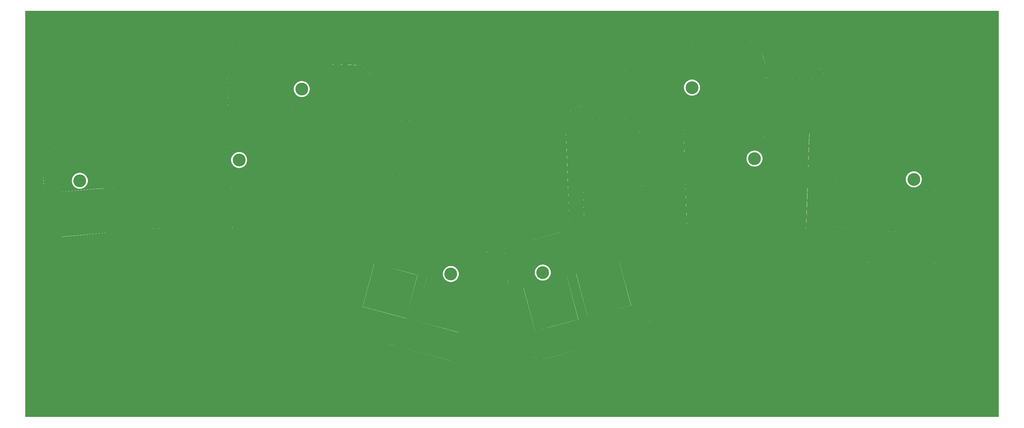
<source format=gbr>
%TF.GenerationSoftware,KiCad,Pcbnew,7.0.7*%
%TF.CreationDate,2023-10-05T00:16:33-07:00*%
%TF.ProjectId,neighboard-plate,6e656967-6862-46f6-9172-642d706c6174,1.1*%
%TF.SameCoordinates,Original*%
%TF.FileFunction,Copper,L1,Top*%
%TF.FilePolarity,Positive*%
%FSLAX46Y46*%
G04 Gerber Fmt 4.6, Leading zero omitted, Abs format (unit mm)*
G04 Created by KiCad (PCBNEW 7.0.7) date 2023-10-05 00:16:33*
%MOMM*%
%LPD*%
G01*
G04 APERTURE LIST*
%TA.AperFunction,ComponentPad*%
%ADD10C,0.500000*%
%TD*%
%TA.AperFunction,ComponentPad*%
%ADD11C,4.000000*%
%TD*%
G04 APERTURE END LIST*
D10*
%TO.P,Ref\u002A\u002A,1*%
%TO.N,N/C*%
X285800000Y-119750000D03*
X286240000Y-118690000D03*
X286240000Y-120810000D03*
X287300000Y-118250000D03*
D11*
X287300000Y-119750000D03*
D10*
X287300000Y-121250000D03*
X288360000Y-118690000D03*
X288360000Y-120810000D03*
X288800000Y-119750000D03*
%TD*%
%TO.P,Ref\u002A\u002A,1*%
%TO.N,N/C*%
X75150000Y-126700000D03*
X75590000Y-125640000D03*
X75590000Y-127760000D03*
X76650000Y-125200000D03*
D11*
X76650000Y-126700000D03*
D10*
X76650000Y-128200000D03*
X77710000Y-125640000D03*
X77710000Y-127760000D03*
X78150000Y-126700000D03*
%TD*%
%TO.P,Ref\u002A\u002A,1*%
%TO.N,N/C*%
X144450000Y-98000000D03*
X144890000Y-96940000D03*
X144890000Y-99060000D03*
X145950000Y-96500000D03*
D11*
X145950000Y-98000000D03*
D10*
X145950000Y-99500000D03*
X147010000Y-96940000D03*
X147010000Y-99060000D03*
X147450000Y-98000000D03*
%TD*%
%TO.P,Ref\u002A\u002A,1*%
%TO.N,N/C*%
X335550000Y-126250000D03*
X335990000Y-125190000D03*
X335990000Y-127310000D03*
X337050000Y-124750000D03*
D11*
X337050000Y-126250000D03*
D10*
X337050000Y-127750000D03*
X338110000Y-125190000D03*
X338110000Y-127310000D03*
X338550000Y-126250000D03*
%TD*%
%TO.P,Ref\u002A\u002A,1*%
%TO.N,N/C*%
X124900000Y-120200000D03*
X125340000Y-119140000D03*
X125340000Y-121260000D03*
X126400000Y-118700000D03*
D11*
X126400000Y-120200000D03*
D10*
X126400000Y-121700000D03*
X127460000Y-119140000D03*
X127460000Y-121260000D03*
X127900000Y-120200000D03*
%TD*%
%TO.P,Ref\u002A\u002A,1*%
%TO.N,N/C*%
X191000000Y-155850000D03*
X191440000Y-154790000D03*
X191440000Y-156910000D03*
X192500000Y-154350000D03*
D11*
X192500000Y-155850000D03*
D10*
X192500000Y-157350000D03*
X193560000Y-154790000D03*
X193560000Y-156910000D03*
X194000000Y-155850000D03*
%TD*%
%TO.P,Ref\u002A\u002A,1*%
%TO.N,N/C*%
X266300000Y-97550000D03*
X266740000Y-96490000D03*
X266740000Y-98610000D03*
X267800000Y-96050000D03*
D11*
X267800000Y-97550000D03*
D10*
X267800000Y-99050000D03*
X268860000Y-96490000D03*
X268860000Y-98610000D03*
X269300000Y-97550000D03*
%TD*%
%TO.P,Ref\u002A\u002A,1*%
%TO.N,N/C*%
X219700000Y-155400000D03*
X220140000Y-154340000D03*
X220140000Y-156460000D03*
X221200000Y-153900000D03*
D11*
X221200000Y-155400000D03*
D10*
X221200000Y-156900000D03*
X222260000Y-154340000D03*
X222260000Y-156460000D03*
X222700000Y-155400000D03*
%TD*%
%TA.AperFunction,NonConductor*%
G36*
X363549468Y-73597872D02*
G01*
X363595223Y-73650676D01*
X363606429Y-73702187D01*
X363606429Y-200454187D01*
X363586744Y-200521226D01*
X363533940Y-200566981D01*
X363482429Y-200578187D01*
X59730429Y-200578187D01*
X59663390Y-200558502D01*
X59617635Y-200505698D01*
X59606429Y-200454187D01*
X59606429Y-121486397D01*
X64917799Y-121486397D01*
X64917914Y-121488157D01*
X64918896Y-121724926D01*
X64918792Y-121726669D01*
X64918913Y-121728997D01*
X64918973Y-121734618D01*
X64919470Y-121738310D01*
X64932893Y-121962925D01*
X64932856Y-121964184D01*
X64933218Y-121969935D01*
X64933217Y-121969977D01*
X64933373Y-121972231D01*
X64933520Y-121976498D01*
X64933520Y-121978911D01*
X64934528Y-121984923D01*
X65229061Y-125346791D01*
X67281858Y-148805133D01*
X67281874Y-148808243D01*
X67282320Y-148812089D01*
X67282464Y-148814593D01*
X67283030Y-148818233D01*
X67310610Y-149056519D01*
X67310703Y-149058229D01*
X67311059Y-149060409D01*
X67311362Y-149062771D01*
X67311738Y-149064352D01*
X67352103Y-149298813D01*
X67352291Y-149300365D01*
X67352633Y-149301900D01*
X67352633Y-149301903D01*
X67352649Y-149301975D01*
X67352666Y-149302071D01*
X67352666Y-149302072D01*
X67353103Y-149304539D01*
X67353639Y-149306308D01*
X67406240Y-149536335D01*
X67406533Y-149538095D01*
X67406671Y-149538581D01*
X67407443Y-149541580D01*
X67407683Y-149542623D01*
X67408327Y-149544395D01*
X67472959Y-149770775D01*
X67473323Y-149772399D01*
X67473973Y-149774324D01*
X67475566Y-149779802D01*
X67477002Y-149783156D01*
X67483553Y-149802258D01*
X67549965Y-149995914D01*
X67550864Y-149999305D01*
X67552870Y-150004386D01*
X67554847Y-150010053D01*
X67556445Y-150013296D01*
X67641783Y-150225969D01*
X67642346Y-150227696D01*
X67642748Y-150228570D01*
X67643923Y-150231295D01*
X67645547Y-150235327D01*
X67647370Y-150238602D01*
X67703825Y-150361110D01*
X67743518Y-150447244D01*
X67744164Y-150448884D01*
X67744227Y-150449003D01*
X67745774Y-150452150D01*
X67747464Y-150455851D01*
X67749557Y-150459198D01*
X67855734Y-150662605D01*
X67856428Y-150664151D01*
X67856769Y-150664734D01*
X67858156Y-150667240D01*
X67860003Y-150670766D01*
X67862018Y-150673706D01*
X67976377Y-150869128D01*
X67978351Y-150872500D01*
X67979124Y-150874021D01*
X67979453Y-150874526D01*
X67981009Y-150877044D01*
X67981557Y-150877980D01*
X67982637Y-150879416D01*
X68110971Y-151076580D01*
X68111814Y-151078054D01*
X68112028Y-151078349D01*
X68113857Y-151081020D01*
X68116211Y-151084659D01*
X68118662Y-151087561D01*
X68249957Y-151269990D01*
X68251822Y-151273016D01*
X68254297Y-151276136D01*
X68256050Y-151278455D01*
X68258427Y-151281759D01*
X68260825Y-151284375D01*
X68351869Y-151399289D01*
X68400530Y-151460707D01*
X68402418Y-151463508D01*
X68406466Y-151468206D01*
X68406467Y-151468208D01*
X68406523Y-151468273D01*
X68406579Y-151468343D01*
X68406580Y-151468343D01*
X68411218Y-151474141D01*
X68413743Y-151476577D01*
X68563793Y-151649159D01*
X68564708Y-151650361D01*
X68566507Y-151652280D01*
X68570671Y-151657023D01*
X68573147Y-151659253D01*
X68633489Y-151722625D01*
X68731955Y-151826036D01*
X68732994Y-151827276D01*
X68734703Y-151828925D01*
X68734705Y-151828928D01*
X68734762Y-151828983D01*
X68734829Y-151829053D01*
X68734830Y-151829053D01*
X68738867Y-151833270D01*
X68741478Y-151835430D01*
X68755260Y-151848659D01*
X68904094Y-151991524D01*
X68906407Y-151994103D01*
X68910850Y-151998009D01*
X68915716Y-152002669D01*
X68918593Y-152004803D01*
X69087113Y-152152659D01*
X69089566Y-152155171D01*
X69094377Y-152159033D01*
X69099714Y-152163703D01*
X69102717Y-152165715D01*
X69277843Y-152306029D01*
X69280255Y-152308265D01*
X69284894Y-152311680D01*
X69289670Y-152315473D01*
X69292478Y-152317218D01*
X69473691Y-152449547D01*
X69476494Y-152451969D01*
X69480799Y-152454821D01*
X69483160Y-152456464D01*
X69487677Y-152459768D01*
X69490970Y-152461567D01*
X69681673Y-152588101D01*
X69683156Y-152589238D01*
X69683740Y-152589583D01*
X69686735Y-152591471D01*
X69690529Y-152594016D01*
X69694037Y-152595750D01*
X69886008Y-152710979D01*
X69889019Y-152713118D01*
X69892957Y-152715235D01*
X69895611Y-152716747D01*
X69900579Y-152719741D01*
X69904158Y-152721279D01*
X70100568Y-152827300D01*
X70103530Y-152829192D01*
X70108677Y-152831679D01*
X70114023Y-152834550D01*
X70117296Y-152835829D01*
X70218944Y-152884785D01*
X70319870Y-152933393D01*
X70323140Y-152935266D01*
X70326356Y-152936616D01*
X70329512Y-152938045D01*
X70334213Y-152940335D01*
X70338087Y-152941595D01*
X70542193Y-153028386D01*
X70545802Y-153030286D01*
X70550005Y-153031814D01*
X70553434Y-153033178D01*
X70556826Y-153034645D01*
X70560605Y-153035729D01*
X70775450Y-153115269D01*
X70777208Y-153116062D01*
X70777848Y-153116261D01*
X70781326Y-153117454D01*
X70785806Y-153119141D01*
X70789868Y-153120052D01*
X70830818Y-153133001D01*
X71002239Y-153187207D01*
X71006034Y-153188725D01*
X71009185Y-153189524D01*
X71013010Y-153190625D01*
X71017392Y-153192040D01*
X71021569Y-153192761D01*
X71225725Y-153246430D01*
X71236276Y-153249204D01*
X71240135Y-153250552D01*
X71244097Y-153251364D01*
X71247678Y-153252209D01*
X71251326Y-153253184D01*
X71255290Y-153253705D01*
X71473649Y-153299540D01*
X71477802Y-153300767D01*
X71481389Y-153301297D01*
X71485626Y-153302074D01*
X71489639Y-153302955D01*
X71494072Y-153303268D01*
X71714689Y-153337906D01*
X71718453Y-153338775D01*
X71721833Y-153339121D01*
X71725246Y-153339565D01*
X71730847Y-153340453D01*
X71735124Y-153340498D01*
X71961376Y-153364008D01*
X71963349Y-153364345D01*
X71963480Y-153364351D01*
X71967546Y-153364659D01*
X71971181Y-153365055D01*
X71975398Y-153364936D01*
X72199081Y-153376192D01*
X72203454Y-153376765D01*
X72206966Y-153376723D01*
X72211268Y-153376821D01*
X72214365Y-153376998D01*
X72218613Y-153376660D01*
X72444103Y-153375761D01*
X72448356Y-153376076D01*
X72451888Y-153375850D01*
X72455853Y-153375723D01*
X72458811Y-153375723D01*
X72462850Y-153375190D01*
X72687189Y-153361885D01*
X72692669Y-153362021D01*
X73932136Y-153253706D01*
X85194163Y-152269536D01*
X85203573Y-152268825D01*
X85203575Y-152268826D01*
X85635736Y-152236162D01*
X86071616Y-152213272D01*
X86510613Y-152200084D01*
X86952038Y-152196530D01*
X87839488Y-152218062D01*
X88728606Y-152277332D01*
X89614027Y-152373808D01*
X90490299Y-152506948D01*
X90923387Y-152587111D01*
X91352114Y-152676230D01*
X91775867Y-152774247D01*
X92191049Y-152880349D01*
X92201924Y-152883128D01*
X92212296Y-152884785D01*
X130972424Y-163275125D01*
X158639031Y-170691650D01*
X158639031Y-170691649D01*
X158649548Y-170694469D01*
X158656446Y-170695679D01*
X158692112Y-170705996D01*
X158720300Y-170715356D01*
X158741588Y-170722425D01*
X158742718Y-170722800D01*
X158746067Y-170724020D01*
X158844337Y-170763051D01*
X158848571Y-170764919D01*
X158878017Y-170779241D01*
X158943004Y-170810850D01*
X158946913Y-170812929D01*
X159036922Y-170865022D01*
X159037966Y-170865626D01*
X159041600Y-170867901D01*
X159129153Y-170927006D01*
X159132477Y-170929413D01*
X159216397Y-170994559D01*
X159219407Y-170997053D01*
X159299546Y-171067860D01*
X159302274Y-171070422D01*
X159375886Y-171143911D01*
X159378470Y-171146491D01*
X159380961Y-171149128D01*
X159405686Y-171176883D01*
X159451975Y-171228845D01*
X159453074Y-171230078D01*
X159455323Y-171232751D01*
X159478077Y-171261390D01*
X159523224Y-171318215D01*
X159525241Y-171320902D01*
X159588732Y-171410413D01*
X159590555Y-171413133D01*
X159649533Y-171506347D01*
X159651171Y-171509089D01*
X159705461Y-171605555D01*
X159706927Y-171608322D01*
X159756398Y-171707646D01*
X159757705Y-171710442D01*
X159786859Y-171777093D01*
X159801991Y-171811690D01*
X159802219Y-171812210D01*
X159803376Y-171815046D01*
X159839359Y-171909805D01*
X159839527Y-171910404D01*
X159952081Y-172202224D01*
X159952638Y-172203979D01*
X159952848Y-172204446D01*
X159954038Y-172207281D01*
X159954302Y-172207957D01*
X159955209Y-172209648D01*
X160078716Y-172480924D01*
X160079395Y-172482684D01*
X160079452Y-172482792D01*
X160081040Y-172486023D01*
X160082387Y-172488981D01*
X160084537Y-172492425D01*
X160221366Y-172751662D01*
X160222119Y-172753317D01*
X160222297Y-172753613D01*
X160223860Y-172756374D01*
X160225539Y-172759528D01*
X160227791Y-172762714D01*
X160379043Y-173013018D01*
X160379939Y-173014763D01*
X160380404Y-173015444D01*
X160382186Y-173018210D01*
X160382576Y-173018853D01*
X160383779Y-173020374D01*
X160552217Y-173265963D01*
X160553121Y-173267456D01*
X160553445Y-173267880D01*
X160555092Y-173270138D01*
X160558005Y-173274325D01*
X160560700Y-173277265D01*
X160738667Y-173507185D01*
X160739823Y-173508912D01*
X160740063Y-173509186D01*
X160742592Y-173512265D01*
X160742727Y-173512440D01*
X160744153Y-173513874D01*
X160805406Y-173584221D01*
X160939279Y-173737971D01*
X160940405Y-173739440D01*
X160940899Y-173739950D01*
X160942896Y-173742111D01*
X160943628Y-173742941D01*
X160945054Y-173744208D01*
X161152885Y-173956634D01*
X161154278Y-173958221D01*
X161156804Y-173960652D01*
X161156874Y-173960725D01*
X161158508Y-173962020D01*
X161378159Y-174161648D01*
X161379533Y-174163051D01*
X161382366Y-174165476D01*
X161385095Y-174167966D01*
X161388696Y-174170422D01*
X161504284Y-174263557D01*
X161614590Y-174352437D01*
X161616126Y-174353862D01*
X161616538Y-174354155D01*
X161619549Y-174356433D01*
X161622397Y-174358727D01*
X161626084Y-174360935D01*
X161862916Y-174529230D01*
X161864420Y-174530447D01*
X161864670Y-174530604D01*
X161867597Y-174532551D01*
X161870738Y-174534771D01*
X161874502Y-174536722D01*
X162044703Y-174642535D01*
X162120733Y-174689802D01*
X162122520Y-174691095D01*
X162122622Y-174691150D01*
X162126418Y-174693346D01*
X162128499Y-174694650D01*
X162132449Y-174696424D01*
X162388887Y-174834300D01*
X162390669Y-174835416D01*
X162390795Y-174835474D01*
X162394377Y-174837253D01*
X162397067Y-174838698D01*
X162401143Y-174840206D01*
X162666079Y-174961397D01*
X162667910Y-174962376D01*
X162671516Y-174963883D01*
X162674235Y-174965125D01*
X162678440Y-174966373D01*
X162951116Y-175070018D01*
X162953437Y-175071084D01*
X162956936Y-175072279D01*
X162959383Y-175072842D01*
X163248424Y-175160978D01*
X163248424Y-175160977D01*
X163253098Y-175162403D01*
X163261137Y-175163877D01*
X173424948Y-177888085D01*
X175313523Y-178394281D01*
X175321060Y-178396301D01*
X175343020Y-178402187D01*
X175343029Y-178402187D01*
X191723068Y-182792483D01*
X191733182Y-182796119D01*
X191737312Y-182797102D01*
X191737314Y-182797103D01*
X191971292Y-182852788D01*
X191973375Y-182853436D01*
X191977645Y-182854332D01*
X191979838Y-182854571D01*
X192206523Y-182895303D01*
X192210577Y-182896338D01*
X192213413Y-182896670D01*
X192217487Y-182897283D01*
X192221689Y-182898059D01*
X192226108Y-182898225D01*
X192452248Y-182926186D01*
X192454242Y-182926577D01*
X192454798Y-182926614D01*
X192458650Y-182926986D01*
X192462846Y-182927524D01*
X192467148Y-182927464D01*
X192689361Y-182942906D01*
X192693334Y-182943486D01*
X192696991Y-182943536D01*
X192700570Y-182943688D01*
X192704409Y-182943962D01*
X192708405Y-182943724D01*
X192931148Y-182947486D01*
X192935296Y-182947891D01*
X192939373Y-182947730D01*
X192943102Y-182947695D01*
X192947814Y-182947792D01*
X192952009Y-182947285D01*
X193174107Y-182939626D01*
X193178118Y-182939790D01*
X193181660Y-182939472D01*
X193185502Y-182939246D01*
X193190641Y-182939103D01*
X193194984Y-182938330D01*
X193414863Y-182919655D01*
X193418833Y-182919650D01*
X193423649Y-182918993D01*
X193426880Y-182918638D01*
X193432360Y-182918181D01*
X193436323Y-182917282D01*
X193656670Y-182887589D01*
X193660403Y-182887365D01*
X193664347Y-182886633D01*
X193667467Y-182886136D01*
X193673009Y-182885396D01*
X193676868Y-182884323D01*
X193895467Y-182844049D01*
X193899508Y-182843621D01*
X193903037Y-182842764D01*
X193906801Y-182841972D01*
X193911557Y-182841124D01*
X193915496Y-182839836D01*
X194131803Y-182789289D01*
X194135759Y-182788703D01*
X194140220Y-182787415D01*
X194143667Y-182786526D01*
X194148193Y-182785494D01*
X194151964Y-182784078D01*
X194367389Y-182723030D01*
X194371307Y-182722228D01*
X194374390Y-182721165D01*
X194378364Y-182719942D01*
X194384278Y-182718335D01*
X194388459Y-182716450D01*
X194597220Y-182646791D01*
X194601104Y-182645870D01*
X194606251Y-182643865D01*
X194609355Y-182642750D01*
X194614987Y-182640894D01*
X194618597Y-182639106D01*
X194826439Y-182559111D01*
X194830129Y-182558018D01*
X194834192Y-182556218D01*
X194837375Y-182554912D01*
X194843273Y-182552680D01*
X194846925Y-182550639D01*
X195051509Y-182461155D01*
X195055763Y-182459645D01*
X195057577Y-182458691D01*
X195061636Y-182456752D01*
X195063640Y-182455528D01*
X195122194Y-182425110D01*
X195490685Y-182233681D01*
X195493787Y-182232276D01*
X195493950Y-182232182D01*
X195496713Y-182230203D01*
X195902493Y-181971335D01*
X195904826Y-181970059D01*
X195908528Y-181967523D01*
X195909804Y-181966730D01*
X195913389Y-181963672D01*
X196094018Y-181830681D01*
X196097862Y-181828347D01*
X196101316Y-181825469D01*
X196104761Y-181822797D01*
X196107608Y-181820744D01*
X196110540Y-181817976D01*
X196284200Y-181677666D01*
X196287700Y-181675325D01*
X196291611Y-181671806D01*
X196294443Y-181669405D01*
X196299454Y-181665410D01*
X196302369Y-181662256D01*
X196466655Y-181516731D01*
X196470048Y-181514260D01*
X196474391Y-181509996D01*
X196476919Y-181507649D01*
X196480992Y-181504071D01*
X196483620Y-181501019D01*
X196641582Y-181347593D01*
X196645062Y-181344822D01*
X196649137Y-181340401D01*
X196651788Y-181337694D01*
X196655569Y-181334062D01*
X196658124Y-181330795D01*
X196809006Y-181169924D01*
X196812179Y-181167114D01*
X196815754Y-181162873D01*
X196818216Y-181160123D01*
X196820792Y-181157410D01*
X196823118Y-181154220D01*
X196966794Y-180985704D01*
X196969873Y-180982729D01*
X196973583Y-180977884D01*
X196975787Y-180975168D01*
X196978401Y-180972124D01*
X196980539Y-180968866D01*
X197116172Y-180793291D01*
X197119047Y-180790193D01*
X197122051Y-180785840D01*
X197124183Y-180782936D01*
X197126919Y-180779425D01*
X197128972Y-180775893D01*
X197255355Y-180594496D01*
X197258088Y-180591237D01*
X197260789Y-180586874D01*
X197262835Y-180583779D01*
X197265218Y-180580398D01*
X197267119Y-180576725D01*
X197385417Y-180387309D01*
X197387925Y-180383869D01*
X197389093Y-180381701D01*
X197391433Y-180377717D01*
X197393285Y-180374816D01*
X197395100Y-180370824D01*
X197503037Y-180176447D01*
X197505385Y-180172916D01*
X197507049Y-180169461D01*
X197508899Y-180165916D01*
X197510763Y-180162607D01*
X197512321Y-180158645D01*
X197513261Y-180156721D01*
X197609275Y-179960172D01*
X197611563Y-179956427D01*
X197613739Y-179951268D01*
X197615263Y-179947934D01*
X197617310Y-179943781D01*
X197618650Y-179939666D01*
X197704752Y-179736450D01*
X197706957Y-179732352D01*
X197708583Y-179727746D01*
X197710146Y-179723761D01*
X197711187Y-179721354D01*
X197712317Y-179717346D01*
X197788426Y-179506222D01*
X197790230Y-179502282D01*
X197791424Y-179498242D01*
X197792642Y-179494548D01*
X197793793Y-179491391D01*
X197794686Y-179487297D01*
X197859533Y-179270100D01*
X197859590Y-179269956D01*
X197859709Y-179269509D01*
X197862037Y-179261715D01*
X197862036Y-179261711D01*
X197863944Y-179255322D01*
X197864835Y-179250397D01*
X202537710Y-161819685D01*
X202537709Y-161819684D01*
X202542422Y-161802107D01*
X202542424Y-161802086D01*
X203687054Y-157530805D01*
X204233215Y-155492867D01*
X204233808Y-155491280D01*
X204238794Y-155472172D01*
X204396495Y-154867752D01*
X204397345Y-154865642D01*
X204400532Y-154852283D01*
X204404305Y-154838446D01*
X204404583Y-154835866D01*
X204553257Y-154233327D01*
X204553835Y-154231686D01*
X204556163Y-154221551D01*
X204556176Y-154221500D01*
X204556175Y-154221499D01*
X204560792Y-154203387D01*
X204560936Y-154201034D01*
X204576321Y-154134909D01*
X204697246Y-153615166D01*
X204698421Y-153612687D01*
X204703355Y-153588915D01*
X204705794Y-153578619D01*
X204706011Y-153576765D01*
X204839199Y-152967657D01*
X204840403Y-152964083D01*
X204841887Y-152955641D01*
X204842444Y-152952851D01*
X204843594Y-152947702D01*
X204843929Y-152944357D01*
X204844660Y-152940335D01*
X204881962Y-152734998D01*
X204883123Y-152730641D01*
X204883513Y-152727264D01*
X204884184Y-152722851D01*
X204884736Y-152719926D01*
X204884942Y-152715551D01*
X204884981Y-152715235D01*
X204911070Y-152503954D01*
X204911896Y-152499908D01*
X204912162Y-152495927D01*
X204912505Y-152492342D01*
X204912915Y-152489066D01*
X204912896Y-152485061D01*
X204927266Y-152272633D01*
X204927913Y-152268431D01*
X204927966Y-152263805D01*
X204928116Y-152260139D01*
X204928366Y-152256594D01*
X204928118Y-152252535D01*
X204929327Y-152164981D01*
X204931065Y-152039082D01*
X204931475Y-152034729D01*
X204931308Y-152031219D01*
X204931253Y-152026857D01*
X204931341Y-152022994D01*
X204930802Y-152018593D01*
X204922622Y-151805416D01*
X204922774Y-151801471D01*
X204922413Y-151797545D01*
X204922190Y-151794042D01*
X204922039Y-151789745D01*
X204921356Y-151785754D01*
X204905019Y-151602705D01*
X208764810Y-151602705D01*
X208764951Y-151604501D01*
X208765613Y-151652358D01*
X208768056Y-151829330D01*
X208767976Y-151830988D01*
X208768106Y-151833220D01*
X208768106Y-151833221D01*
X208768108Y-151833262D01*
X208768111Y-151833303D01*
X208768176Y-151836102D01*
X208768416Y-151837821D01*
X208783563Y-152061714D01*
X208783577Y-152063337D01*
X208783807Y-152065377D01*
X208783807Y-152065380D01*
X208783816Y-152065460D01*
X208783823Y-152065550D01*
X208783823Y-152065552D01*
X208784012Y-152067975D01*
X208784336Y-152069671D01*
X208789235Y-152109345D01*
X208811661Y-152290967D01*
X208811821Y-152292257D01*
X208811925Y-152294054D01*
X208812314Y-152296290D01*
X208812314Y-152296292D01*
X208812330Y-152296384D01*
X208812340Y-152296459D01*
X208812340Y-152296460D01*
X208812671Y-152298941D01*
X208813106Y-152300660D01*
X208853279Y-152521792D01*
X208853434Y-152523084D01*
X208853968Y-152525581D01*
X208855479Y-152533571D01*
X208856274Y-152536127D01*
X208992041Y-153157026D01*
X208992160Y-153157738D01*
X208992736Y-153160200D01*
X208993334Y-153162953D01*
X208993536Y-153163644D01*
X209139156Y-153789521D01*
X209139270Y-153790171D01*
X209139954Y-153792948D01*
X209143447Y-153807857D01*
X209143943Y-153809117D01*
X209294687Y-154420044D01*
X209294806Y-154420681D01*
X209295566Y-154423608D01*
X209297663Y-154432076D01*
X209298109Y-154433355D01*
X209403131Y-154835866D01*
X209456296Y-155039629D01*
X209462247Y-155062435D01*
X209462837Y-155064024D01*
X210007631Y-157096856D01*
X210007634Y-157096866D01*
X210009045Y-157102131D01*
X210009045Y-157102132D01*
X210281011Y-158116997D01*
X211156803Y-161385089D01*
X211156807Y-161385106D01*
X211158390Y-161391010D01*
X211158390Y-161391012D01*
X212412773Y-166070098D01*
X215831261Y-178821714D01*
X215832155Y-178826654D01*
X215836367Y-178840761D01*
X215836450Y-178841070D01*
X215836487Y-178841165D01*
X215903016Y-179063995D01*
X215903405Y-179065662D01*
X215904123Y-179067705D01*
X215905743Y-179072985D01*
X215907233Y-179076332D01*
X215985588Y-179293685D01*
X215986077Y-179295325D01*
X215986247Y-179295730D01*
X215987310Y-179298443D01*
X215988611Y-179302012D01*
X215990320Y-179305357D01*
X216073757Y-179502282D01*
X216079900Y-179516779D01*
X216080531Y-179518618D01*
X216080948Y-179519473D01*
X216082287Y-179522411D01*
X216084198Y-179526912D01*
X216086295Y-179530420D01*
X216186514Y-179735575D01*
X216187202Y-179737224D01*
X216187388Y-179737559D01*
X216188884Y-179740426D01*
X216189268Y-179741213D01*
X216190307Y-179742814D01*
X216301903Y-179943781D01*
X216304007Y-179947569D01*
X216304796Y-179949219D01*
X216305015Y-179949568D01*
X216306708Y-179952438D01*
X216308414Y-179955517D01*
X216310657Y-179958595D01*
X216429535Y-180148941D01*
X216431119Y-180151938D01*
X216434342Y-180156638D01*
X216437699Y-180161924D01*
X216439891Y-180164603D01*
X216570587Y-180352186D01*
X216571462Y-180353640D01*
X216573023Y-180355683D01*
X216576945Y-180361239D01*
X216579349Y-180363871D01*
X216719035Y-180544694D01*
X216719957Y-180546054D01*
X216721398Y-180547758D01*
X216721399Y-180547760D01*
X216721459Y-180547831D01*
X216721509Y-180547895D01*
X216726147Y-180553832D01*
X216728755Y-180556387D01*
X216876720Y-180729934D01*
X216877704Y-180731235D01*
X216879156Y-180732791D01*
X216883830Y-180738243D01*
X216886595Y-180740722D01*
X217038981Y-180903196D01*
X217041316Y-180906108D01*
X217044573Y-180909264D01*
X217046710Y-180911439D01*
X217050381Y-180915363D01*
X217053373Y-180917809D01*
X217213857Y-181073686D01*
X217216144Y-181076258D01*
X217220475Y-181080115D01*
X217226024Y-181085465D01*
X217228945Y-181087616D01*
X217399846Y-181239002D01*
X217401068Y-181240243D01*
X217402032Y-181241022D01*
X217404151Y-181242815D01*
X217408400Y-181246577D01*
X217411480Y-181248655D01*
X217589670Y-181392624D01*
X217591010Y-181393869D01*
X217591752Y-181394410D01*
X217594394Y-181396450D01*
X217597385Y-181398889D01*
X217600530Y-181400866D01*
X217786627Y-181537884D01*
X217788450Y-181539417D01*
X217791645Y-181541603D01*
X217793693Y-181542718D01*
X218199746Y-181801761D01*
X218202199Y-181803492D01*
X218202685Y-181803773D01*
X218205411Y-181805008D01*
X218632983Y-182027128D01*
X218634812Y-182028221D01*
X218638240Y-182029858D01*
X218640540Y-182031053D01*
X218644654Y-182032511D01*
X218856450Y-182125149D01*
X218858005Y-182125957D01*
X218858945Y-182126317D01*
X218861713Y-182127453D01*
X218866222Y-182129433D01*
X218869768Y-182130480D01*
X219078917Y-182210978D01*
X219082223Y-182212564D01*
X219086964Y-182214144D01*
X219089620Y-182215097D01*
X219095527Y-182217369D01*
X219099233Y-182218237D01*
X219309282Y-182288325D01*
X219313126Y-182289994D01*
X219317917Y-182291312D01*
X219321497Y-182292413D01*
X219325176Y-182293667D01*
X219329009Y-182294442D01*
X219545562Y-182355810D01*
X219549011Y-182357059D01*
X219552635Y-182357895D01*
X219555732Y-182358695D01*
X219560884Y-182360167D01*
X219564770Y-182360727D01*
X219593437Y-182367426D01*
X219781780Y-182411438D01*
X219785490Y-182412611D01*
X219789465Y-182413327D01*
X219792925Y-182414052D01*
X219797260Y-182415090D01*
X219801264Y-182415493D01*
X220018565Y-182455528D01*
X220020633Y-182455909D01*
X220024233Y-182456865D01*
X220028750Y-182457476D01*
X220031648Y-182457938D01*
X220036243Y-182458782D01*
X220039975Y-182458990D01*
X220266454Y-182489509D01*
X220268328Y-182489896D01*
X220269101Y-182489959D01*
X220272548Y-182490336D01*
X220277770Y-182491056D01*
X220281907Y-182491040D01*
X220502452Y-182509771D01*
X220506572Y-182510458D01*
X220510635Y-182510573D01*
X220514400Y-182510794D01*
X220518591Y-182511167D01*
X220522685Y-182510977D01*
X220744956Y-182518642D01*
X220749024Y-182519105D01*
X220753006Y-182519022D01*
X220756713Y-182519056D01*
X220761675Y-182519249D01*
X220765953Y-182518796D01*
X220992787Y-182514965D01*
X220994782Y-182515072D01*
X220995466Y-182515023D01*
X220999166Y-182514864D01*
X221003683Y-182514804D01*
X221007874Y-182514154D01*
X221229064Y-182498783D01*
X221233482Y-182498841D01*
X221237286Y-182498341D01*
X221241471Y-182497934D01*
X221244903Y-182497717D01*
X221249080Y-182496867D01*
X221470587Y-182469478D01*
X221474984Y-182469291D01*
X221478497Y-182468635D01*
X221482789Y-182467987D01*
X221486398Y-182467570D01*
X221490710Y-182466426D01*
X221716261Y-182425898D01*
X221718435Y-182425661D01*
X221722852Y-182424731D01*
X221726180Y-182424159D01*
X221730446Y-182422772D01*
X221958786Y-182368431D01*
X221958786Y-182368430D01*
X221963007Y-182367426D01*
X221973073Y-182363798D01*
X238357437Y-177972344D01*
X238357447Y-177972343D01*
X238375039Y-177967627D01*
X238375040Y-177967628D01*
X250434963Y-174735203D01*
X250443001Y-174733730D01*
X250447674Y-174732304D01*
X250447675Y-174732305D01*
X250736906Y-174644110D01*
X250739603Y-174643479D01*
X250743783Y-174642060D01*
X250745110Y-174641678D01*
X250749528Y-174639618D01*
X251017795Y-174537649D01*
X251022120Y-174536359D01*
X251024320Y-174535342D01*
X251028586Y-174533558D01*
X251030684Y-174532771D01*
X251034595Y-174530631D01*
X251295019Y-174411504D01*
X251299276Y-174409926D01*
X251301419Y-174408758D01*
X251305613Y-174406672D01*
X251307947Y-174405618D01*
X251311776Y-174403173D01*
X251562816Y-174268197D01*
X251567011Y-174266352D01*
X251569619Y-174264714D01*
X251573560Y-174262436D01*
X251575954Y-174261166D01*
X251579602Y-174258495D01*
X251821486Y-174108117D01*
X251825490Y-174106048D01*
X251828164Y-174104133D01*
X251831778Y-174101731D01*
X251834189Y-174100247D01*
X251837588Y-174097428D01*
X252070060Y-173932231D01*
X252073800Y-173929988D01*
X252076468Y-173927831D01*
X252079649Y-173925422D01*
X252082980Y-173923065D01*
X252086239Y-173919951D01*
X252307665Y-173741537D01*
X252311405Y-173738972D01*
X252313429Y-173737102D01*
X252317077Y-173733983D01*
X252319669Y-173731934D01*
X252322898Y-173728468D01*
X252533710Y-173536872D01*
X252537222Y-173534137D01*
X252539213Y-173532072D01*
X252542445Y-173528952D01*
X252543830Y-173527330D01*
X252558569Y-173512265D01*
X252747539Y-173319118D01*
X252750742Y-173316305D01*
X252752848Y-173313868D01*
X252755587Y-173310899D01*
X252757769Y-173308683D01*
X252760296Y-173305304D01*
X252948745Y-173088876D01*
X252951931Y-173085713D01*
X252953180Y-173084057D01*
X252956433Y-173080093D01*
X252958452Y-173077829D01*
X252961043Y-173073846D01*
X253135232Y-172848807D01*
X253138528Y-172845228D01*
X253140415Y-172842398D01*
X253143346Y-172838362D01*
X253144945Y-172836336D01*
X253147194Y-172832457D01*
X253309443Y-172595894D01*
X253312169Y-172592496D01*
X253313603Y-172590086D01*
X253316065Y-172586271D01*
X253318155Y-172583278D01*
X253320217Y-172579112D01*
X253467792Y-172334893D01*
X253470412Y-172331249D01*
X253471953Y-172328284D01*
X253474153Y-172324395D01*
X253475481Y-172322233D01*
X253477209Y-172318296D01*
X253611090Y-172064644D01*
X253613592Y-172060708D01*
X253614814Y-172057951D01*
X253616988Y-172053527D01*
X253618060Y-172051547D01*
X253619610Y-172047359D01*
X253677590Y-171920009D01*
X253738891Y-171785363D01*
X253741057Y-171781386D01*
X253741675Y-171779720D01*
X253743774Y-171774730D01*
X253744602Y-171772978D01*
X253745943Y-171768555D01*
X253848131Y-171503616D01*
X253848511Y-171502868D01*
X253852760Y-171491614D01*
X253861792Y-171468351D01*
X253861936Y-171467446D01*
X253892739Y-171386327D01*
X253893866Y-171383569D01*
X253938394Y-171281766D01*
X253939700Y-171278973D01*
X253963155Y-171231882D01*
X253989174Y-171179643D01*
X253990637Y-171176883D01*
X254044932Y-171080407D01*
X254046553Y-171077692D01*
X254105565Y-170984423D01*
X254107342Y-170981773D01*
X254170883Y-170892192D01*
X254172847Y-170889576D01*
X254233861Y-170812780D01*
X254240771Y-170804083D01*
X254243003Y-170801428D01*
X254315144Y-170720446D01*
X254317608Y-170717839D01*
X254393840Y-170641733D01*
X254396535Y-170639202D01*
X254476706Y-170568366D01*
X254479685Y-170565898D01*
X254563635Y-170500729D01*
X254566945Y-170498333D01*
X254654498Y-170439228D01*
X254658117Y-170436961D01*
X254749190Y-170384252D01*
X254753087Y-170382181D01*
X254847554Y-170336232D01*
X254851752Y-170334381D01*
X254950037Y-170295343D01*
X254953344Y-170294139D01*
X254983216Y-170284219D01*
X255003987Y-170277323D01*
X255039649Y-170267007D01*
X255046551Y-170265796D01*
X255057067Y-170262976D01*
X255057069Y-170262977D01*
X314144546Y-154423530D01*
X321483803Y-152456112D01*
X321494175Y-152454455D01*
X321501978Y-152452460D01*
X321501979Y-152452461D01*
X321920242Y-152345572D01*
X322343985Y-152247557D01*
X322772712Y-152158438D01*
X323205805Y-152078274D01*
X324082070Y-151945135D01*
X324967494Y-151848659D01*
X325856611Y-151789389D01*
X326744061Y-151767857D01*
X327185486Y-151771411D01*
X327624483Y-151784599D01*
X328060363Y-151807489D01*
X328492525Y-151840153D01*
X328492528Y-151840152D01*
X328501863Y-151840857D01*
X340996875Y-152932775D01*
X340996877Y-152932774D01*
X341003407Y-152933345D01*
X341008890Y-152933211D01*
X341238066Y-152946803D01*
X341240031Y-152947050D01*
X341240275Y-152947050D01*
X341244194Y-152947174D01*
X341248509Y-152947447D01*
X341252886Y-152947092D01*
X341482560Y-152948007D01*
X341484636Y-152948160D01*
X341484814Y-152948150D01*
X341489146Y-152948050D01*
X341492654Y-152948091D01*
X341497021Y-152947519D01*
X341721317Y-152936232D01*
X341725461Y-152936328D01*
X341728506Y-152935993D01*
X341732678Y-152935676D01*
X341735740Y-152935546D01*
X341739898Y-152934797D01*
X341961754Y-152911744D01*
X341966019Y-152911672D01*
X341970773Y-152910910D01*
X341974364Y-152910440D01*
X341978446Y-152910027D01*
X341982421Y-152909074D01*
X342202911Y-152874457D01*
X342206977Y-152874139D01*
X342210774Y-152873326D01*
X342214397Y-152872661D01*
X342218092Y-152872095D01*
X342221952Y-152870972D01*
X342441236Y-152824942D01*
X342445226Y-152824405D01*
X342448250Y-152823587D01*
X342452152Y-152822666D01*
X342456982Y-152821688D01*
X342461128Y-152820187D01*
X342674906Y-152763989D01*
X342679156Y-152763242D01*
X342682909Y-152762018D01*
X342687105Y-152760811D01*
X342691290Y-152759764D01*
X342695476Y-152758022D01*
X342906585Y-152691266D01*
X342910774Y-152690315D01*
X342914542Y-152688877D01*
X342918476Y-152687524D01*
X342922173Y-152686390D01*
X342925971Y-152684626D01*
X343135441Y-152607075D01*
X343139162Y-152606009D01*
X343142772Y-152604456D01*
X343145988Y-152603177D01*
X343151926Y-152601004D01*
X343155649Y-152598972D01*
X343358160Y-152512858D01*
X343362236Y-152511528D01*
X343366319Y-152509513D01*
X343370014Y-152507838D01*
X343374102Y-152506142D01*
X343377744Y-152503989D01*
X343578514Y-152407294D01*
X343582400Y-152405786D01*
X343585529Y-152404053D01*
X343589415Y-152402075D01*
X343593526Y-152400160D01*
X343597250Y-152397699D01*
X343791900Y-152292627D01*
X343795770Y-152290967D01*
X343800186Y-152288268D01*
X343803450Y-152286407D01*
X343808275Y-152283845D01*
X343811662Y-152281363D01*
X344002577Y-152166768D01*
X344006149Y-152164981D01*
X344009229Y-152162896D01*
X344012478Y-152160840D01*
X344017113Y-152158104D01*
X344020381Y-152155475D01*
X344204869Y-152033066D01*
X344208514Y-152031087D01*
X344212606Y-152028049D01*
X344215645Y-152025931D01*
X344220788Y-152022568D01*
X344223960Y-152019741D01*
X344303246Y-151961842D01*
X344403222Y-151888835D01*
X344406483Y-151886827D01*
X344409899Y-151884062D01*
X344412569Y-151882018D01*
X344416851Y-151878919D01*
X344419695Y-151876202D01*
X344592952Y-151737386D01*
X344596364Y-151735122D01*
X344600394Y-151731539D01*
X344603112Y-151729258D01*
X344607700Y-151725626D01*
X344610537Y-151722625D01*
X344776482Y-151577026D01*
X344779830Y-151574598D01*
X344783955Y-151570591D01*
X344786615Y-151568153D01*
X344790937Y-151564417D01*
X344793682Y-151561239D01*
X344953693Y-151407646D01*
X344956641Y-151405260D01*
X344960269Y-151401435D01*
X344962405Y-151399289D01*
X344965910Y-151395935D01*
X344968244Y-151393054D01*
X345121361Y-151232250D01*
X345124450Y-151229569D01*
X345128509Y-151224861D01*
X345130709Y-151222441D01*
X345134840Y-151218130D01*
X345137174Y-151214884D01*
X345281684Y-151048677D01*
X345284812Y-151045708D01*
X345288428Y-151041071D01*
X345290787Y-151038223D01*
X345293618Y-151035006D01*
X345295814Y-151031726D01*
X345434169Y-150857094D01*
X345437113Y-150853974D01*
X345439703Y-150850297D01*
X345442195Y-150846997D01*
X345444658Y-150843952D01*
X345446810Y-150840387D01*
X345577127Y-150659317D01*
X345579770Y-150656214D01*
X345582089Y-150652597D01*
X345584246Y-150649450D01*
X345587243Y-150645351D01*
X345589237Y-150641592D01*
X345709810Y-150456350D01*
X345712421Y-150453020D01*
X345714828Y-150448843D01*
X345716967Y-150445395D01*
X345719805Y-150441136D01*
X345721710Y-150437055D01*
X345833257Y-150246440D01*
X345835782Y-150242858D01*
X345837665Y-150239153D01*
X345839674Y-150235505D01*
X345841288Y-150232795D01*
X345842872Y-150229127D01*
X345945942Y-150031674D01*
X345948426Y-150027791D01*
X345950079Y-150024073D01*
X345952201Y-150019757D01*
X345953388Y-150017561D01*
X345954886Y-150013566D01*
X346048129Y-149811227D01*
X346050253Y-149807514D01*
X346052034Y-149803007D01*
X346053536Y-149799521D01*
X346055311Y-149795723D01*
X346056540Y-149791748D01*
X346139164Y-149585841D01*
X346141108Y-149582000D01*
X346142610Y-149577546D01*
X346143954Y-149573936D01*
X346145749Y-149569534D01*
X346146793Y-149565318D01*
X346218531Y-149356128D01*
X346220266Y-149352228D01*
X346221627Y-149347413D01*
X346222723Y-149343929D01*
X346223887Y-149340576D01*
X346224700Y-149336631D01*
X346286132Y-149121459D01*
X346287733Y-149117224D01*
X346288521Y-149113612D01*
X346289642Y-149109239D01*
X346290428Y-149106577D01*
X346291068Y-149102371D01*
X346340960Y-148884188D01*
X346342394Y-148879767D01*
X346343079Y-148875571D01*
X346343985Y-148871069D01*
X346344816Y-148867604D01*
X346345216Y-148863037D01*
X346383397Y-148641271D01*
X346384448Y-148637119D01*
X346384814Y-148633778D01*
X346385397Y-148629706D01*
X346385893Y-148626903D01*
X346386073Y-148622788D01*
X346412934Y-148390277D01*
X346413618Y-148385924D01*
X346413796Y-148382908D01*
X346414397Y-148377826D01*
X346414375Y-148374929D01*
X347999727Y-130258326D01*
X348467986Y-124907296D01*
X348661323Y-122700499D01*
X348761547Y-121556517D01*
X348762647Y-121550053D01*
X348762620Y-121547953D01*
X348762723Y-121543499D01*
X348776651Y-121309319D01*
X348777186Y-121305259D01*
X348777186Y-121302331D01*
X348777317Y-121298309D01*
X348777541Y-121294849D01*
X348777226Y-121290564D01*
X348777433Y-121240545D01*
X348778161Y-121065046D01*
X348778500Y-121060787D01*
X348778324Y-121057711D01*
X348778226Y-121053404D01*
X348778268Y-121049891D01*
X348777695Y-121045518D01*
X348766474Y-120821830D01*
X348766593Y-120817656D01*
X348766190Y-120813918D01*
X348765891Y-120809958D01*
X348765881Y-120809744D01*
X348765547Y-120807788D01*
X348741817Y-120579070D01*
X348741697Y-120575095D01*
X348741162Y-120571756D01*
X348740686Y-120568102D01*
X348740618Y-120567424D01*
X348740173Y-120565491D01*
X348704908Y-120340664D01*
X348704622Y-120336520D01*
X348703570Y-120331548D01*
X348702954Y-120328186D01*
X348702849Y-120327511D01*
X348702339Y-120325693D01*
X348655337Y-120101628D01*
X348654816Y-120097660D01*
X348653844Y-120094025D01*
X348652999Y-120090444D01*
X348652186Y-120086474D01*
X348650841Y-120082626D01*
X348594442Y-119867968D01*
X348593747Y-119863919D01*
X348592218Y-119859136D01*
X348591226Y-119855692D01*
X348590309Y-119852125D01*
X348588834Y-119848446D01*
X348521830Y-119636457D01*
X348520935Y-119632411D01*
X348519110Y-119627544D01*
X348517972Y-119624227D01*
X348516589Y-119619792D01*
X348514877Y-119616129D01*
X348437437Y-119406872D01*
X348436354Y-119403092D01*
X348434894Y-119399714D01*
X348433518Y-119396246D01*
X348432024Y-119392125D01*
X348430104Y-119388475D01*
X348428044Y-119383628D01*
X348343360Y-119184414D01*
X348342149Y-119180678D01*
X348339692Y-119175593D01*
X348338404Y-119172745D01*
X348336912Y-119169216D01*
X348335089Y-119166036D01*
X348316254Y-119126916D01*
X348237673Y-118963705D01*
X348236356Y-118960318D01*
X348234113Y-118956159D01*
X348232804Y-118953591D01*
X348232459Y-118952874D01*
X348231565Y-118951435D01*
X348164779Y-118827678D01*
X348122868Y-118750015D01*
X348121288Y-118746363D01*
X348118587Y-118741906D01*
X348116941Y-118739017D01*
X348115096Y-118735568D01*
X348112944Y-118732517D01*
X347997161Y-118539572D01*
X347995671Y-118536601D01*
X347992317Y-118531496D01*
X347992317Y-118531494D01*
X347992273Y-118531427D01*
X347992224Y-118531346D01*
X347992222Y-118531344D01*
X347988918Y-118525883D01*
X347986798Y-118523175D01*
X347961412Y-118484906D01*
X347863468Y-118337255D01*
X347861853Y-118334285D01*
X347857408Y-118328117D01*
X347853446Y-118322213D01*
X347851228Y-118319654D01*
X347718842Y-118138323D01*
X347716885Y-118135190D01*
X347714542Y-118132292D01*
X347712485Y-118129602D01*
X347711957Y-118128871D01*
X347710696Y-118127505D01*
X347567517Y-117948766D01*
X347565501Y-117945757D01*
X347560836Y-117940425D01*
X347556964Y-117935602D01*
X347554451Y-117933147D01*
X347554327Y-117933006D01*
X347407078Y-117765142D01*
X347404767Y-117761990D01*
X347400931Y-117758018D01*
X347398780Y-117755675D01*
X347396143Y-117752649D01*
X347393416Y-117750196D01*
X347282462Y-117634584D01*
X347237325Y-117587552D01*
X347235027Y-117584765D01*
X347231899Y-117581796D01*
X347229763Y-117579668D01*
X347229210Y-117579089D01*
X347227897Y-117577987D01*
X347060930Y-117418970D01*
X347058506Y-117416287D01*
X347055244Y-117413458D01*
X347052996Y-117411409D01*
X347052471Y-117410906D01*
X347051106Y-117409861D01*
X347002024Y-117367180D01*
X346878387Y-117259664D01*
X346875948Y-117257137D01*
X346870158Y-117252505D01*
X346870158Y-117252504D01*
X346870088Y-117252448D01*
X346870023Y-117252392D01*
X346870021Y-117252391D01*
X346865315Y-117248336D01*
X346862519Y-117246451D01*
X346686185Y-117106719D01*
X346683565Y-117104317D01*
X346680268Y-117101945D01*
X346677949Y-117100192D01*
X346674824Y-117097714D01*
X346671801Y-117095850D01*
X346489627Y-116964714D01*
X346487095Y-116962564D01*
X346481551Y-116958896D01*
X346481483Y-116958851D01*
X346481407Y-116958797D01*
X346481406Y-116958796D01*
X346479628Y-116957533D01*
X346478284Y-116956768D01*
X346281213Y-116828470D01*
X346279783Y-116827394D01*
X346278848Y-116826847D01*
X346276330Y-116825291D01*
X346275819Y-116824958D01*
X346274304Y-116824188D01*
X346147172Y-116749778D01*
X346071508Y-116705492D01*
X346070158Y-116704571D01*
X346067749Y-116703291D01*
X346062755Y-116700418D01*
X346059733Y-116699107D01*
X345861267Y-116595490D01*
X345858300Y-116593624D01*
X345852341Y-116590829D01*
X345850380Y-116589822D01*
X345848903Y-116589245D01*
X345843342Y-116586682D01*
X345828914Y-116580031D01*
X345640381Y-116493132D01*
X345637109Y-116491310D01*
X345633076Y-116489686D01*
X345630351Y-116488511D01*
X345629476Y-116488109D01*
X345627747Y-116487545D01*
X345414958Y-116402144D01*
X345411567Y-116400476D01*
X345407570Y-116399098D01*
X345404762Y-116398053D01*
X345403733Y-116397641D01*
X345401926Y-116397160D01*
X345185316Y-116322862D01*
X345182018Y-116321436D01*
X345176170Y-116319720D01*
X345176078Y-116319693D01*
X345176006Y-116319669D01*
X345176005Y-116319669D01*
X345174033Y-116319011D01*
X345172471Y-116318663D01*
X344946131Y-116254028D01*
X344944356Y-116253383D01*
X344943323Y-116253145D01*
X344940324Y-116252373D01*
X344939829Y-116252232D01*
X344938074Y-116251940D01*
X344713231Y-116200514D01*
X344709451Y-116199334D01*
X344705251Y-116198604D01*
X344702175Y-116197988D01*
X344701333Y-116197797D01*
X344699452Y-116197603D01*
X344465976Y-116157394D01*
X344464310Y-116157000D01*
X344462123Y-116156731D01*
X344459894Y-116156359D01*
X344458106Y-116156265D01*
X344228658Y-116129702D01*
X344224520Y-116128869D01*
X344217467Y-116128251D01*
X329386548Y-114829219D01*
X311611120Y-113272281D01*
X311611134Y-113272112D01*
X311606370Y-113272098D01*
X311500690Y-113259955D01*
X311497405Y-113259488D01*
X311377768Y-113239210D01*
X311374572Y-113238581D01*
X311256453Y-113212113D01*
X311253374Y-113211340D01*
X311136936Y-113178868D01*
X311133962Y-113177957D01*
X311019358Y-113139662D01*
X311016471Y-113138617D01*
X310914411Y-113098796D01*
X310903951Y-113094714D01*
X310901198Y-113093563D01*
X310846692Y-113069187D01*
X310790833Y-113044205D01*
X310788168Y-113042936D01*
X310742660Y-113019925D01*
X310680186Y-112988335D01*
X310677683Y-112986995D01*
X310617125Y-112952728D01*
X310572224Y-112927321D01*
X310569776Y-112925861D01*
X310563928Y-112922187D01*
X310467093Y-112861353D01*
X310464768Y-112859817D01*
X310363833Y-112789842D01*
X310264922Y-112714513D01*
X310169375Y-112634840D01*
X310077337Y-112550998D01*
X309989007Y-112463208D01*
X309904534Y-112371649D01*
X309824112Y-112276538D01*
X309747900Y-112178059D01*
X309676082Y-112076426D01*
X309650401Y-112036487D01*
X309608820Y-111971821D01*
X309574209Y-111912390D01*
X309546300Y-111864465D01*
X309489328Y-111755768D01*
X309488084Y-111753258D01*
X309478754Y-111733314D01*
X309436740Y-111643509D01*
X309435599Y-111640916D01*
X309435299Y-111640190D01*
X309389412Y-111529106D01*
X309388377Y-111526423D01*
X309386830Y-111522120D01*
X309347507Y-111412733D01*
X309346590Y-111409978D01*
X309311195Y-111294588D01*
X309310393Y-111291731D01*
X309280650Y-111174869D01*
X309279976Y-111171912D01*
X309256052Y-111053798D01*
X309255509Y-111050721D01*
X309237560Y-110931518D01*
X309237166Y-110928354D01*
X309228780Y-110843082D01*
X309225355Y-110808254D01*
X309225123Y-110805024D01*
X309225034Y-110803068D01*
X309219612Y-110684236D01*
X309219552Y-110680981D01*
X309220598Y-110559215D01*
X309730905Y-95921594D01*
X309731264Y-95918577D01*
X309731324Y-95909585D01*
X309731526Y-95903781D01*
X309731375Y-95901834D01*
X309732860Y-95677393D01*
X309733298Y-95672861D01*
X309733042Y-95668119D01*
X309732955Y-95664119D01*
X309732990Y-95660761D01*
X309732464Y-95656585D01*
X309721383Y-95431712D01*
X309721477Y-95427681D01*
X309721133Y-95424470D01*
X309720846Y-95420736D01*
X309720645Y-95416423D01*
X309719849Y-95412221D01*
X309696891Y-95192307D01*
X309696839Y-95187872D01*
X309695991Y-95182650D01*
X309695502Y-95178937D01*
X309695443Y-95178355D01*
X309694994Y-95176419D01*
X309659046Y-94950297D01*
X309658697Y-94946140D01*
X309658055Y-94943236D01*
X309657264Y-94938955D01*
X309656848Y-94936159D01*
X309655659Y-94932078D01*
X309651459Y-94912390D01*
X309609304Y-94714763D01*
X309608777Y-94710470D01*
X309607514Y-94705839D01*
X309606601Y-94702022D01*
X309605715Y-94697721D01*
X309604235Y-94693626D01*
X309547272Y-94480793D01*
X309546587Y-94476811D01*
X309544777Y-94471180D01*
X309543919Y-94468266D01*
X309543675Y-94467358D01*
X309543001Y-94465663D01*
X309497682Y-94325045D01*
X309473266Y-94249288D01*
X309472346Y-94245255D01*
X309470528Y-94240489D01*
X309469372Y-94237184D01*
X309469158Y-94236512D01*
X309468367Y-94234782D01*
X309462462Y-94219142D01*
X309387607Y-94020871D01*
X309386556Y-94017253D01*
X309384764Y-94013126D01*
X309383608Y-94010274D01*
X309381879Y-94005682D01*
X309380052Y-94002265D01*
X309379537Y-94001078D01*
X309291850Y-93798910D01*
X309290514Y-93794884D01*
X309288275Y-93790407D01*
X309286665Y-93786921D01*
X309286461Y-93786442D01*
X309285492Y-93784769D01*
X309184812Y-93579821D01*
X309183445Y-93576316D01*
X309180776Y-93571457D01*
X309179484Y-93568976D01*
X309177487Y-93564919D01*
X309175521Y-93561911D01*
X309175065Y-93561083D01*
X309067012Y-93364792D01*
X309065523Y-93361547D01*
X309063344Y-93357989D01*
X309061875Y-93355458D01*
X309059612Y-93351338D01*
X309057443Y-93348348D01*
X309053890Y-93342542D01*
X308940713Y-93157579D01*
X308938934Y-93154039D01*
X308936239Y-93150096D01*
X308934328Y-93147122D01*
X308934019Y-93146610D01*
X308932888Y-93145153D01*
X308804701Y-92955544D01*
X308802970Y-92952418D01*
X308798454Y-92946302D01*
X308794727Y-92940816D01*
X308792410Y-92938174D01*
X308658271Y-92757780D01*
X308656385Y-92754796D01*
X308653475Y-92751227D01*
X308651765Y-92749031D01*
X308650993Y-92747992D01*
X308649803Y-92746722D01*
X308609952Y-92697841D01*
X308504813Y-92568876D01*
X308502558Y-92565570D01*
X308499204Y-92561856D01*
X308496934Y-92559195D01*
X308494600Y-92556297D01*
X308491897Y-92553681D01*
X308470875Y-92530114D01*
X308341601Y-92385188D01*
X308339591Y-92382552D01*
X308335165Y-92377973D01*
X308333468Y-92376084D01*
X308332283Y-92375016D01*
X308171295Y-92209895D01*
X308169216Y-92207395D01*
X308164369Y-92202790D01*
X308159646Y-92197995D01*
X308157039Y-92195913D01*
X308108822Y-92150662D01*
X307994018Y-92042921D01*
X307991688Y-92040315D01*
X307986006Y-92035401D01*
X307981728Y-92031423D01*
X307979127Y-92029499D01*
X307808153Y-91882817D01*
X307805748Y-91880392D01*
X307800551Y-91876290D01*
X307800475Y-91876230D01*
X307800415Y-91876179D01*
X307800414Y-91876178D01*
X307798367Y-91874438D01*
X307797020Y-91873526D01*
X307616135Y-91731927D01*
X307613500Y-91729498D01*
X307608153Y-91725679D01*
X307603306Y-91721892D01*
X307600269Y-91720064D01*
X307418223Y-91590426D01*
X307415231Y-91587880D01*
X307410778Y-91585027D01*
X307408129Y-91583232D01*
X307407620Y-91582868D01*
X307406099Y-91582014D01*
X307212838Y-91457346D01*
X307210035Y-91455213D01*
X307204654Y-91452067D01*
X307202457Y-91450655D01*
X307200903Y-91449887D01*
X307071786Y-91374872D01*
X307001968Y-91334309D01*
X306999299Y-91332491D01*
X306994285Y-91329841D01*
X306994215Y-91329804D01*
X306994133Y-91329757D01*
X306994132Y-91329756D01*
X306989041Y-91326838D01*
X306985955Y-91325515D01*
X306782168Y-91219690D01*
X306780672Y-91218786D01*
X306779821Y-91218394D01*
X306777201Y-91217112D01*
X306776701Y-91216853D01*
X306775136Y-91216240D01*
X306566574Y-91120410D01*
X306563252Y-91118565D01*
X306559372Y-91117014D01*
X306556452Y-91115758D01*
X306555682Y-91115403D01*
X306553947Y-91114837D01*
X306341454Y-91029598D01*
X306337953Y-91027880D01*
X306334404Y-91026671D01*
X306331116Y-91025445D01*
X306330426Y-91025165D01*
X306328553Y-91024663D01*
X306111957Y-90950174D01*
X306108778Y-90948821D01*
X306103552Y-90947280D01*
X306103474Y-90947257D01*
X306103388Y-90947228D01*
X306103387Y-90947228D01*
X306101451Y-90946575D01*
X306099846Y-90946214D01*
X305874100Y-90881330D01*
X305872472Y-90880755D01*
X305871786Y-90880594D01*
X305869060Y-90879887D01*
X305868281Y-90879665D01*
X305866535Y-90879375D01*
X305637950Y-90826483D01*
X305636285Y-90825985D01*
X305634004Y-90825571D01*
X305631563Y-90825021D01*
X305629793Y-90824832D01*
X305398890Y-90784303D01*
X305397072Y-90783854D01*
X305396043Y-90783727D01*
X305393115Y-90783294D01*
X305392239Y-90783143D01*
X305390366Y-90783044D01*
X305156225Y-90755054D01*
X305154439Y-90754735D01*
X305154173Y-90754718D01*
X305150880Y-90754417D01*
X305150584Y-90754382D01*
X305148762Y-90754374D01*
X304921030Y-90739981D01*
X304914302Y-90738986D01*
X291171129Y-90260396D01*
X291123156Y-90256776D01*
X291118263Y-90256211D01*
X291086598Y-90251272D01*
X291081906Y-90250354D01*
X291050615Y-90242966D01*
X291046126Y-90241726D01*
X291015320Y-90231962D01*
X291011039Y-90230430D01*
X290986711Y-90220705D01*
X290980920Y-90218390D01*
X290976855Y-90216592D01*
X290947608Y-90202385D01*
X290943726Y-90200326D01*
X290915448Y-90184021D01*
X290911756Y-90181716D01*
X290884693Y-90163468D01*
X290881179Y-90160915D01*
X290855436Y-90140799D01*
X290852115Y-90138011D01*
X290829941Y-90118027D01*
X290827884Y-90116173D01*
X290824725Y-90113117D01*
X290802150Y-90089668D01*
X290799176Y-90086348D01*
X290780666Y-90064126D01*
X290778432Y-90061444D01*
X290775661Y-90057857D01*
X290756859Y-90031586D01*
X290754307Y-90027722D01*
X290737578Y-90000197D01*
X290735271Y-89996048D01*
X290720766Y-89967416D01*
X290718727Y-89962959D01*
X290718491Y-89962385D01*
X290707331Y-89935194D01*
X290701898Y-89921958D01*
X290699102Y-89914275D01*
X289875843Y-87651696D01*
X289391931Y-86321753D01*
X289390965Y-86318293D01*
X289315381Y-86134873D01*
X289244994Y-85964063D01*
X289244166Y-85961619D01*
X289243148Y-85959382D01*
X289241776Y-85957035D01*
X289071886Y-85624965D01*
X289070771Y-85622448D01*
X289069805Y-85620734D01*
X289068219Y-85618475D01*
X288872975Y-85301799D01*
X288871803Y-85299595D01*
X288870424Y-85297539D01*
X288868832Y-85295578D01*
X288858824Y-85281848D01*
X288649460Y-84994626D01*
X288648233Y-84992679D01*
X288645993Y-84989836D01*
X288644385Y-84988165D01*
X288402818Y-84704453D01*
X288401248Y-84702362D01*
X288399420Y-84700372D01*
X288397473Y-84698632D01*
X288135385Y-84433291D01*
X288133791Y-84431470D01*
X288131863Y-84429655D01*
X288129942Y-84428156D01*
X287848768Y-84182137D01*
X287847197Y-84180586D01*
X287844833Y-84178661D01*
X287842984Y-84177420D01*
X287544906Y-83952339D01*
X287543041Y-83950729D01*
X287540661Y-83949062D01*
X287538492Y-83947826D01*
X287477562Y-83908345D01*
X287224889Y-83744620D01*
X287223162Y-83743345D01*
X287220037Y-83741477D01*
X287218107Y-83740567D01*
X286891278Y-83560789D01*
X286889466Y-83559635D01*
X286886579Y-83558179D01*
X286884576Y-83557385D01*
X286545099Y-83401631D01*
X286543175Y-83400603D01*
X286540107Y-83399328D01*
X286537985Y-83398679D01*
X286188719Y-83268705D01*
X286186624Y-83267775D01*
X286184036Y-83266921D01*
X286181804Y-83266401D01*
X285992434Y-83211782D01*
X285823183Y-83162965D01*
X285820904Y-83162171D01*
X285818545Y-83161588D01*
X285816151Y-83161238D01*
X285451014Y-83085918D01*
X285448874Y-83085357D01*
X285446767Y-83085009D01*
X285444579Y-83084843D01*
X285073627Y-83038673D01*
X285071520Y-83038301D01*
X285069253Y-83038113D01*
X285067098Y-83038132D01*
X284688494Y-83022293D01*
X284672352Y-83023534D01*
X271204904Y-83023534D01*
X271190479Y-83022276D01*
X271187310Y-83022342D01*
X271187309Y-83022342D01*
X271017102Y-83025918D01*
X271006391Y-83026144D01*
X271003729Y-83025990D01*
X270996549Y-83026350D01*
X270993807Y-83026435D01*
X270992472Y-83026605D01*
X270816596Y-83037638D01*
X270813724Y-83037586D01*
X270806584Y-83038263D01*
X270806583Y-83038263D01*
X270806488Y-83038272D01*
X270806406Y-83038278D01*
X270806404Y-83038278D01*
X270800268Y-83038726D01*
X270797614Y-83039195D01*
X270621480Y-83057515D01*
X270619946Y-83057573D01*
X270617388Y-83057939D01*
X270617297Y-83057952D01*
X270617212Y-83057961D01*
X270617211Y-83057961D01*
X270615013Y-83058193D01*
X270613559Y-83058493D01*
X270439496Y-83083739D01*
X270436686Y-83083911D01*
X270429268Y-83085220D01*
X270429266Y-83085220D01*
X270429181Y-83085235D01*
X270429090Y-83085249D01*
X270429087Y-83085250D01*
X270426541Y-83085641D01*
X270425265Y-83085962D01*
X270252168Y-83118147D01*
X270249367Y-83118440D01*
X270242434Y-83119953D01*
X270242324Y-83119977D01*
X270242259Y-83119990D01*
X270242258Y-83119990D01*
X270239270Y-83120587D01*
X270238133Y-83120928D01*
X270065939Y-83159984D01*
X270063162Y-83160404D01*
X270057115Y-83161983D01*
X270057114Y-83161983D01*
X270057022Y-83162007D01*
X270056941Y-83162026D01*
X270056939Y-83162027D01*
X270054208Y-83162667D01*
X270052922Y-83163105D01*
X269876967Y-83210238D01*
X269875620Y-83210518D01*
X269873430Y-83211187D01*
X269871247Y-83211782D01*
X269869982Y-83212253D01*
X269695842Y-83266102D01*
X269694389Y-83266448D01*
X269691887Y-83267322D01*
X269691886Y-83267322D01*
X269691780Y-83267359D01*
X269691716Y-83267379D01*
X269691715Y-83267379D01*
X269689762Y-83267989D01*
X269688528Y-83268499D01*
X269521705Y-83327065D01*
X269519676Y-83327601D01*
X269512417Y-83330324D01*
X269512416Y-83330324D01*
X269512344Y-83330351D01*
X269512248Y-83330386D01*
X269512247Y-83330386D01*
X269509513Y-83331383D01*
X269508452Y-83331883D01*
X269338669Y-83398696D01*
X269337341Y-83399132D01*
X269335251Y-83400043D01*
X269332734Y-83401037D01*
X269331425Y-83401714D01*
X269222794Y-83449168D01*
X269164545Y-83474613D01*
X269163307Y-83475061D01*
X269160865Y-83476218D01*
X269160864Y-83476219D01*
X269160788Y-83476255D01*
X269160700Y-83476294D01*
X269160698Y-83476295D01*
X269158472Y-83477281D01*
X269157324Y-83477921D01*
X268997217Y-83554960D01*
X268995317Y-83555712D01*
X268989148Y-83558843D01*
X268986267Y-83560267D01*
X268985244Y-83560900D01*
X268824000Y-83645838D01*
X268823046Y-83646268D01*
X268820541Y-83647660D01*
X268813617Y-83651437D01*
X268811840Y-83652655D01*
X268738497Y-83694746D01*
X268658986Y-83740375D01*
X268657791Y-83740956D01*
X268655295Y-83742490D01*
X268655295Y-83742491D01*
X268655212Y-83742542D01*
X268655140Y-83742584D01*
X268655139Y-83742584D01*
X268653435Y-83743578D01*
X268652475Y-83744245D01*
X268536725Y-83816333D01*
X268515376Y-83829630D01*
X268501575Y-83838225D01*
X268499101Y-83839513D01*
X268493374Y-83843331D01*
X268491227Y-83844683D01*
X268490205Y-83845465D01*
X268342940Y-83944695D01*
X268340532Y-83946071D01*
X268335223Y-83949896D01*
X268333084Y-83951361D01*
X268332149Y-83952131D01*
X268184604Y-84059442D01*
X268183443Y-84060170D01*
X268181032Y-84062042D01*
X268178801Y-84063682D01*
X268177814Y-84064563D01*
X268034161Y-84177151D01*
X268033060Y-84177906D01*
X268031042Y-84179592D01*
X268031041Y-84179593D01*
X268030956Y-84179664D01*
X268030902Y-84179707D01*
X268030901Y-84179708D01*
X268028765Y-84181408D01*
X268027873Y-84182264D01*
X267892344Y-84296595D01*
X267890385Y-84298015D01*
X267885258Y-84302573D01*
X267883265Y-84304306D01*
X267882586Y-84304997D01*
X267750933Y-84424468D01*
X267748931Y-84426035D01*
X267744151Y-84430622D01*
X267742020Y-84432600D01*
X267741257Y-84433446D01*
X267610524Y-84561047D01*
X267609777Y-84561695D01*
X267607854Y-84563654D01*
X267606017Y-84565490D01*
X267605304Y-84566331D01*
X267479022Y-84698958D01*
X267478125Y-84699800D01*
X267476567Y-84701539D01*
X267474865Y-84703354D01*
X267474098Y-84704329D01*
X267353251Y-84841019D01*
X267352306Y-84841958D01*
X267350523Y-84844105D01*
X267348874Y-84845992D01*
X267348107Y-84847051D01*
X267232089Y-84988581D01*
X267231255Y-84989495D01*
X267229941Y-84991202D01*
X267228132Y-84993445D01*
X267227423Y-84994520D01*
X267117243Y-85139770D01*
X267116352Y-85140816D01*
X267115032Y-85142686D01*
X267113712Y-85144445D01*
X267113023Y-85145555D01*
X267007924Y-85295680D01*
X267007088Y-85296752D01*
X267006094Y-85298291D01*
X267006092Y-85298293D01*
X267006039Y-85298375D01*
X267005993Y-85298441D01*
X267005992Y-85298443D01*
X267002561Y-85303365D01*
X267001099Y-85306044D01*
X266905447Y-85454590D01*
X266904706Y-85455590D01*
X266903168Y-85458130D01*
X266899446Y-85464039D01*
X266898275Y-85466426D01*
X266808430Y-85618757D01*
X266807712Y-85619833D01*
X266806627Y-85621815D01*
X266805330Y-85624060D01*
X266804787Y-85625239D01*
X266718618Y-85785596D01*
X266717863Y-85786805D01*
X266716697Y-85789165D01*
X266716697Y-85789166D01*
X266716654Y-85789253D01*
X266715733Y-85790998D01*
X266715236Y-85792166D01*
X266683128Y-85858179D01*
X266637531Y-85951925D01*
X266635976Y-85954598D01*
X266633461Y-85960292D01*
X266632267Y-85962778D01*
X266631767Y-85964169D01*
X266559042Y-86130722D01*
X266558329Y-86132085D01*
X266557258Y-86134808D01*
X266556382Y-86136851D01*
X266555962Y-86138145D01*
X266485352Y-86320158D01*
X266484753Y-86322350D01*
X265418374Y-89252867D01*
X265407138Y-89281891D01*
X265406379Y-89283640D01*
X265399777Y-89298845D01*
X265391754Y-89315484D01*
X265383099Y-89331771D01*
X265373811Y-89347734D01*
X265363940Y-89363303D01*
X265353478Y-89378515D01*
X265350859Y-89382035D01*
X265342461Y-89393323D01*
X265336185Y-89401143D01*
X265330892Y-89407737D01*
X265318828Y-89421699D01*
X265306679Y-89434780D01*
X265306234Y-89435259D01*
X265293197Y-89448329D01*
X265279651Y-89460979D01*
X265272199Y-89467461D01*
X265265717Y-89473101D01*
X265251335Y-89484753D01*
X265236542Y-89495902D01*
X265221386Y-89506514D01*
X265205884Y-89516580D01*
X265197941Y-89521349D01*
X265190001Y-89526118D01*
X265179547Y-89531903D01*
X265173804Y-89535081D01*
X265157334Y-89543449D01*
X265140573Y-89551225D01*
X265136790Y-89552818D01*
X265123574Y-89558382D01*
X265106282Y-89564936D01*
X265097704Y-89567830D01*
X265088803Y-89570834D01*
X265083549Y-89572393D01*
X265071110Y-89576083D01*
X265062171Y-89578373D01*
X265053231Y-89580664D01*
X265035207Y-89584558D01*
X265027858Y-89585852D01*
X265017043Y-89587756D01*
X264998732Y-89590245D01*
X264980350Y-89592003D01*
X264961747Y-89593029D01*
X264955831Y-89593355D01*
X250727730Y-90090123D01*
X250720682Y-90089779D01*
X250714793Y-90090149D01*
X250596898Y-90097561D01*
X250473349Y-90105329D01*
X250471535Y-90105326D01*
X250470686Y-90105423D01*
X250467800Y-90105683D01*
X250467232Y-90105720D01*
X250465491Y-90106032D01*
X250230653Y-90133884D01*
X250228837Y-90133970D01*
X250226176Y-90134414D01*
X250223958Y-90134694D01*
X250222314Y-90135086D01*
X249989249Y-90175649D01*
X249987634Y-90175842D01*
X249987285Y-90175921D01*
X249984473Y-90176486D01*
X249983770Y-90176610D01*
X249982070Y-90177111D01*
X249752573Y-90229776D01*
X249750865Y-90230057D01*
X249748692Y-90230668D01*
X249746599Y-90231157D01*
X249744981Y-90231726D01*
X249709913Y-90241726D01*
X249518694Y-90296253D01*
X249517197Y-90296585D01*
X249515038Y-90297296D01*
X249513130Y-90297859D01*
X249511718Y-90298429D01*
X249293874Y-90372793D01*
X249290777Y-90373605D01*
X249285326Y-90375707D01*
X249285325Y-90375707D01*
X249285242Y-90375739D01*
X249285163Y-90375767D01*
X249285162Y-90375767D01*
X249282808Y-90376601D01*
X249281416Y-90377263D01*
X249063393Y-90464123D01*
X249061909Y-90464609D01*
X249059709Y-90465591D01*
X249057324Y-90466561D01*
X249055880Y-90467339D01*
X248841986Y-90565002D01*
X248840514Y-90565579D01*
X248838873Y-90566420D01*
X248838872Y-90566421D01*
X248838792Y-90566462D01*
X248838716Y-90566497D01*
X248838714Y-90566498D01*
X248837178Y-90567205D01*
X248835859Y-90567975D01*
X248626529Y-90676064D01*
X248625093Y-90676691D01*
X248622879Y-90677949D01*
X248621041Y-90678914D01*
X248619800Y-90679727D01*
X248415662Y-90797733D01*
X248414316Y-90798406D01*
X248412323Y-90799666D01*
X248410357Y-90800823D01*
X248409154Y-90801700D01*
X248210672Y-90929176D01*
X248209359Y-90929914D01*
X248207503Y-90931212D01*
X248205128Y-90932768D01*
X248203953Y-90933730D01*
X248011391Y-91070348D01*
X248010197Y-91071110D01*
X248008827Y-91072169D01*
X248006787Y-91073630D01*
X248005588Y-91074696D01*
X247819674Y-91219786D01*
X247818409Y-91220655D01*
X247816613Y-91222175D01*
X247814350Y-91223960D01*
X247813184Y-91225110D01*
X247634495Y-91378048D01*
X247633094Y-91379093D01*
X247631248Y-91380828D01*
X247629258Y-91382537D01*
X247628123Y-91383754D01*
X247459864Y-91541394D01*
X247457645Y-91543186D01*
X247453186Y-91547646D01*
X247453185Y-91547647D01*
X247453117Y-91547715D01*
X247453060Y-91547770D01*
X247453058Y-91547771D01*
X247451310Y-91549458D01*
X247450476Y-91550421D01*
X247285487Y-91719480D01*
X247284305Y-91720544D01*
X247282596Y-91722444D01*
X247281115Y-91723976D01*
X247280192Y-91725137D01*
X247122885Y-91901437D01*
X247121838Y-91902464D01*
X247120100Y-91904554D01*
X247120099Y-91904556D01*
X247120040Y-91904627D01*
X247119985Y-91904690D01*
X247119984Y-91904692D01*
X247118160Y-91906781D01*
X247117330Y-91907953D01*
X246968291Y-92090843D01*
X246967349Y-92091865D01*
X246965830Y-92093865D01*
X246964377Y-92095694D01*
X246963662Y-92096781D01*
X246823033Y-92286131D01*
X246821985Y-92287351D01*
X246820342Y-92289753D01*
X246818751Y-92291928D01*
X246817976Y-92293259D01*
X246685949Y-92488932D01*
X246685116Y-92490028D01*
X246683950Y-92491895D01*
X246680710Y-92496783D01*
X246679292Y-92499527D01*
X246665538Y-92522068D01*
X246559079Y-92696522D01*
X246558157Y-92697841D01*
X246556999Y-92699931D01*
X246555659Y-92702152D01*
X246554978Y-92703616D01*
X246441790Y-92909963D01*
X246440980Y-92911245D01*
X246439894Y-92913418D01*
X246438777Y-92915503D01*
X246438217Y-92916846D01*
X246402849Y-92989161D01*
X246337072Y-93123644D01*
X246335550Y-93126249D01*
X246332996Y-93131976D01*
X246330360Y-93137510D01*
X246329338Y-93140456D01*
X246240264Y-93346902D01*
X246238696Y-93349919D01*
X246236672Y-93355227D01*
X246235882Y-93357098D01*
X246235441Y-93358504D01*
X246152852Y-93578614D01*
X246152171Y-93580108D01*
X246151310Y-93582724D01*
X246150392Y-93585231D01*
X246150001Y-93586815D01*
X246078395Y-93810587D01*
X246077796Y-93812143D01*
X246077257Y-93814149D01*
X246076700Y-93815914D01*
X246076377Y-93817462D01*
X246015977Y-94045002D01*
X246015417Y-94046666D01*
X246014911Y-94049019D01*
X246014371Y-94051084D01*
X246014120Y-94052757D01*
X245965319Y-94283728D01*
X245964908Y-94285269D01*
X245964632Y-94286980D01*
X245964195Y-94289078D01*
X245964029Y-94290804D01*
X245927345Y-94524119D01*
X245926976Y-94525833D01*
X245926951Y-94526081D01*
X245926535Y-94529283D01*
X245926397Y-94530163D01*
X245926333Y-94532073D01*
X245902103Y-94767271D01*
X245901836Y-94768972D01*
X245901835Y-94769002D01*
X245901588Y-94772275D01*
X245901211Y-94775956D01*
X245901309Y-94779862D01*
X245890085Y-95011899D01*
X245889910Y-95013568D01*
X245889910Y-95015535D01*
X245889684Y-95021233D01*
X245889974Y-95024812D01*
X245891542Y-95250530D01*
X245891318Y-95253515D01*
X246144255Y-102505223D01*
X246144412Y-102528938D01*
X246144338Y-102532400D01*
X246143308Y-102553298D01*
X246143048Y-102556685D01*
X246140876Y-102577492D01*
X246140442Y-102580791D01*
X246137151Y-102601487D01*
X246136556Y-102604686D01*
X246132177Y-102625212D01*
X246131433Y-102628308D01*
X246125987Y-102648655D01*
X246125108Y-102651639D01*
X246118624Y-102671762D01*
X246117616Y-102674646D01*
X246110111Y-102694527D01*
X246108986Y-102697302D01*
X246100515Y-102716831D01*
X246099285Y-102719492D01*
X246089842Y-102738718D01*
X246088509Y-102741280D01*
X246078156Y-102760091D01*
X246076723Y-102762558D01*
X246065481Y-102780930D01*
X246063961Y-102783291D01*
X246051857Y-102801197D01*
X246050247Y-102803468D01*
X246043743Y-102812216D01*
X246036519Y-102821932D01*
X246021078Y-102840874D01*
X246004807Y-102859118D01*
X245987757Y-102876608D01*
X245969935Y-102893335D01*
X245968984Y-102894151D01*
X245952446Y-102908340D01*
X245950294Y-102910104D01*
X245933281Y-102923423D01*
X245931025Y-102925107D01*
X245913480Y-102937601D01*
X245911128Y-102939196D01*
X245893093Y-102950831D01*
X245890629Y-102952341D01*
X245872119Y-102963095D01*
X245869545Y-102964510D01*
X245850629Y-102974333D01*
X245847942Y-102975648D01*
X245828643Y-102984515D01*
X245825841Y-102985720D01*
X245806224Y-102993590D01*
X245803300Y-102994679D01*
X245783375Y-103001530D01*
X245780343Y-103002487D01*
X245760165Y-103008287D01*
X245757012Y-103009104D01*
X245736587Y-103013830D01*
X245733331Y-103014492D01*
X245712734Y-103018108D01*
X245709366Y-103018604D01*
X245688593Y-103021085D01*
X245685151Y-103021399D01*
X245650212Y-103023607D01*
X245650195Y-103023352D01*
X245645922Y-103023984D01*
X233171518Y-103457381D01*
X233155440Y-103459754D01*
X233031721Y-103467533D01*
X232932073Y-103473798D01*
X232930259Y-103473795D01*
X232929410Y-103473892D01*
X232926524Y-103474152D01*
X232925956Y-103474189D01*
X232924215Y-103474501D01*
X232689379Y-103502353D01*
X232687563Y-103502439D01*
X232684902Y-103502883D01*
X232682684Y-103503163D01*
X232681040Y-103503555D01*
X232448046Y-103544106D01*
X232446498Y-103544289D01*
X232444614Y-103544705D01*
X232442400Y-103545103D01*
X232440749Y-103545591D01*
X232211311Y-103598241D01*
X232209603Y-103598522D01*
X232207421Y-103599136D01*
X232205322Y-103599626D01*
X232203716Y-103600191D01*
X231977425Y-103664719D01*
X231975936Y-103665049D01*
X231973767Y-103665763D01*
X231971865Y-103666324D01*
X231970457Y-103666892D01*
X231938857Y-103677679D01*
X231752602Y-103741260D01*
X231749511Y-103742070D01*
X231744057Y-103744174D01*
X231744056Y-103744174D01*
X231743973Y-103744206D01*
X231743894Y-103744234D01*
X231743893Y-103744234D01*
X231741546Y-103745066D01*
X231740153Y-103745728D01*
X231522191Y-103832562D01*
X231520619Y-103833076D01*
X231518437Y-103834058D01*
X231516182Y-103834971D01*
X231514729Y-103835750D01*
X231305911Y-103931097D01*
X231303100Y-103932139D01*
X231297537Y-103934921D01*
X231295072Y-103936072D01*
X231293704Y-103936900D01*
X231220440Y-103974730D01*
X231085476Y-104044417D01*
X231083993Y-104045059D01*
X231081608Y-104046414D01*
X231079725Y-104047407D01*
X231078509Y-104048204D01*
X230874398Y-104166195D01*
X230873048Y-104166870D01*
X230871058Y-104168128D01*
X230869092Y-104169285D01*
X230867889Y-104170162D01*
X230669836Y-104297363D01*
X230668459Y-104298122D01*
X230666258Y-104299661D01*
X230664135Y-104301046D01*
X230662944Y-104302011D01*
X230470920Y-104438247D01*
X230469624Y-104439046D01*
X230467575Y-104440620D01*
X230465688Y-104441974D01*
X230464523Y-104443001D01*
X230278419Y-104588237D01*
X230277152Y-104589107D01*
X230275350Y-104590633D01*
X230273082Y-104592421D01*
X230271915Y-104593573D01*
X230093265Y-104746476D01*
X230092093Y-104747350D01*
X230089969Y-104749297D01*
X230087593Y-104751414D01*
X230086797Y-104752270D01*
X229914461Y-104913728D01*
X229913454Y-104914572D01*
X229911925Y-104916101D01*
X229911923Y-104916103D01*
X229911855Y-104916171D01*
X229911798Y-104916226D01*
X229911796Y-104916228D01*
X229910051Y-104917911D01*
X229909220Y-104918871D01*
X229744216Y-105087944D01*
X229743036Y-105089006D01*
X229741334Y-105090898D01*
X229739842Y-105092442D01*
X229738922Y-105093598D01*
X229581618Y-105269896D01*
X229580572Y-105270921D01*
X229578838Y-105273007D01*
X229578837Y-105273009D01*
X229578778Y-105273080D01*
X229578723Y-105273143D01*
X229578722Y-105273145D01*
X229576891Y-105275241D01*
X229576063Y-105276411D01*
X229426988Y-105459346D01*
X229425984Y-105460438D01*
X229424571Y-105462314D01*
X229423239Y-105463972D01*
X229422454Y-105465161D01*
X229281522Y-105654916D01*
X229280620Y-105655980D01*
X229279132Y-105658130D01*
X229279131Y-105658132D01*
X229279086Y-105658197D01*
X229279030Y-105658274D01*
X229279029Y-105658276D01*
X229277676Y-105660136D01*
X229276956Y-105661353D01*
X229144686Y-105857381D01*
X229143855Y-105858475D01*
X229142688Y-105860343D01*
X229139448Y-105865231D01*
X229138030Y-105867975D01*
X229119363Y-105898567D01*
X229017817Y-106064970D01*
X229016895Y-106066289D01*
X229015737Y-106068379D01*
X229014393Y-106070608D01*
X229013714Y-106072066D01*
X228900525Y-106278414D01*
X228899717Y-106279692D01*
X228898632Y-106281864D01*
X228897507Y-106283964D01*
X228896951Y-106285299D01*
X228795808Y-106492091D01*
X228794288Y-106494694D01*
X228791734Y-106500420D01*
X228789098Y-106505953D01*
X228788077Y-106508898D01*
X228697191Y-106719537D01*
X228696386Y-106721092D01*
X228695413Y-106723658D01*
X228694624Y-106725507D01*
X228694151Y-106727021D01*
X228611590Y-106947051D01*
X228610907Y-106948548D01*
X228610046Y-106951166D01*
X228609125Y-106953682D01*
X228608735Y-106955261D01*
X228537127Y-107179038D01*
X228536526Y-107180597D01*
X228535991Y-107182590D01*
X228535434Y-107184355D01*
X228535111Y-107185903D01*
X228474712Y-107413437D01*
X228474152Y-107415102D01*
X228473645Y-107417459D01*
X228473108Y-107419512D01*
X228472857Y-107421188D01*
X228424258Y-107651186D01*
X228423761Y-107652939D01*
X228423579Y-107654074D01*
X228423076Y-107656805D01*
X228422843Y-107657927D01*
X228422684Y-107659740D01*
X228386075Y-107892554D01*
X228385707Y-107894264D01*
X228385681Y-107894520D01*
X228385265Y-107897722D01*
X228385127Y-107898602D01*
X228385063Y-107900512D01*
X228367162Y-108074272D01*
X228360869Y-108135355D01*
X228360832Y-108135711D01*
X228360565Y-108137412D01*
X228360564Y-108137442D01*
X228360317Y-108140715D01*
X228359940Y-108144396D01*
X228360038Y-108148302D01*
X228348812Y-108380339D01*
X228348637Y-108382008D01*
X228348637Y-108383974D01*
X228348411Y-108389672D01*
X228348701Y-108393252D01*
X228350269Y-108619210D01*
X228349975Y-108623021D01*
X228350230Y-108630336D01*
X228350230Y-108630337D01*
X228618348Y-116319669D01*
X229429770Y-139590325D01*
X229431243Y-139719511D01*
X229431209Y-139722390D01*
X229426692Y-139851258D01*
X229426529Y-139854084D01*
X229416152Y-139982377D01*
X229415866Y-139985145D01*
X229399580Y-140114127D01*
X229377393Y-140243552D01*
X229350041Y-140369892D01*
X229349081Y-140373728D01*
X229278544Y-140621847D01*
X229276933Y-140626734D01*
X229186186Y-140867852D01*
X229184231Y-140872472D01*
X229074126Y-141105823D01*
X229071851Y-141110187D01*
X228943428Y-141334354D01*
X228940846Y-141338476D01*
X228795174Y-141552010D01*
X228792292Y-141555899D01*
X228630420Y-141757408D01*
X228627232Y-141761073D01*
X228450260Y-141949104D01*
X228446753Y-141952546D01*
X228255739Y-142125714D01*
X228251897Y-142128924D01*
X228047955Y-142285802D01*
X228043762Y-142288760D01*
X227827376Y-142428354D01*
X227823996Y-142430386D01*
X227711365Y-142493286D01*
X227594372Y-142552131D01*
X227476074Y-142605237D01*
X227473524Y-142606313D01*
X227460524Y-142611464D01*
X227354250Y-142653562D01*
X227351600Y-142654543D01*
X227230086Y-142696378D01*
X227227348Y-142697251D01*
X227090647Y-142737335D01*
X227090643Y-142737322D01*
X227085660Y-142739263D01*
X212469167Y-146656468D01*
X212453802Y-146659250D01*
X212238395Y-146723678D01*
X212236819Y-146724044D01*
X212234591Y-146724816D01*
X212232306Y-146725531D01*
X212230784Y-146726193D01*
X212119141Y-146766579D01*
X212024226Y-146800915D01*
X212022603Y-146801406D01*
X212022478Y-146801460D01*
X212019546Y-146802611D01*
X212019104Y-146802771D01*
X212017476Y-146803582D01*
X211819606Y-146887666D01*
X211816545Y-146888716D01*
X211811354Y-146891172D01*
X211809236Y-146892101D01*
X211807860Y-146892881D01*
X211609462Y-146989901D01*
X211607981Y-146990514D01*
X211605891Y-146991647D01*
X211603893Y-146992645D01*
X211602549Y-146993498D01*
X211408218Y-147101221D01*
X211406715Y-147101943D01*
X211405018Y-147102990D01*
X211405018Y-147102991D01*
X211404937Y-147103041D01*
X211404869Y-147103079D01*
X211404868Y-147103079D01*
X211403010Y-147104118D01*
X211401645Y-147105085D01*
X211216626Y-147220032D01*
X211213827Y-147221500D01*
X211208843Y-147224866D01*
X211206496Y-147226362D01*
X211205306Y-147227308D01*
X211025763Y-147351246D01*
X211023180Y-147352753D01*
X211017918Y-147356661D01*
X211015575Y-147358315D01*
X211014436Y-147359314D01*
X210835450Y-147495693D01*
X210834238Y-147496509D01*
X210832473Y-147497962D01*
X210830298Y-147499643D01*
X210829163Y-147500731D01*
X210655683Y-147645910D01*
X210654523Y-147646770D01*
X210652808Y-147648317D01*
X210648220Y-147652228D01*
X210646165Y-147654400D01*
X210485956Y-147801114D01*
X210483618Y-147802964D01*
X210479282Y-147807226D01*
X210477424Y-147808951D01*
X210476441Y-147810064D01*
X210314947Y-147971483D01*
X210313891Y-147972416D01*
X210312186Y-147974242D01*
X210310435Y-147976020D01*
X210309531Y-147977134D01*
X210158042Y-148142146D01*
X210155781Y-148144275D01*
X210151826Y-148148918D01*
X210150530Y-148150351D01*
X210149745Y-148151385D01*
X210004474Y-148323720D01*
X210002267Y-148325981D01*
X209998625Y-148330655D01*
X209998625Y-148330656D01*
X209998565Y-148330733D01*
X209998514Y-148330794D01*
X209994560Y-148335522D01*
X209992821Y-148338156D01*
X209854825Y-148516492D01*
X209853944Y-148517510D01*
X209852745Y-148519177D01*
X209852744Y-148519178D01*
X209852690Y-148519253D01*
X209851008Y-148521463D01*
X209850272Y-148522659D01*
X209719988Y-148706308D01*
X209718151Y-148708523D01*
X209714537Y-148713992D01*
X209710944Y-148719115D01*
X209709479Y-148721785D01*
X209586414Y-148911408D01*
X209585553Y-148912579D01*
X209584381Y-148914541D01*
X209582786Y-148917030D01*
X209582113Y-148918373D01*
X209495734Y-149064352D01*
X209464844Y-149116555D01*
X209464008Y-149117768D01*
X209462594Y-149120356D01*
X209461325Y-149122544D01*
X209460763Y-149123762D01*
X209351399Y-149327412D01*
X209350593Y-149328706D01*
X209349465Y-149331014D01*
X209346448Y-149336703D01*
X209345312Y-149339589D01*
X209246954Y-149542664D01*
X209246273Y-149543883D01*
X209245332Y-149546015D01*
X209244041Y-149548724D01*
X209243538Y-149550153D01*
X209231981Y-149576833D01*
X209152288Y-149760782D01*
X209151582Y-149762140D01*
X209150489Y-149764935D01*
X209149631Y-149766965D01*
X209149221Y-149768242D01*
X209146857Y-149774412D01*
X209066731Y-149983465D01*
X209066070Y-149984907D01*
X209065272Y-149987274D01*
X209064257Y-149989945D01*
X209063849Y-149991532D01*
X208991164Y-150209069D01*
X208990639Y-150210382D01*
X208989999Y-150212555D01*
X208989255Y-150214839D01*
X208988937Y-150216277D01*
X208927493Y-150431544D01*
X208926351Y-150434664D01*
X208924976Y-150440360D01*
X208924204Y-150443111D01*
X208923935Y-150444753D01*
X208875141Y-150650732D01*
X208872671Y-150661158D01*
X208871691Y-150664256D01*
X208870531Y-150670186D01*
X208870012Y-150672463D01*
X208869824Y-150673943D01*
X208827686Y-150897826D01*
X208827307Y-150899339D01*
X208826982Y-150901566D01*
X208826485Y-150904312D01*
X208826373Y-150905944D01*
X208795205Y-151130021D01*
X208794912Y-151131457D01*
X208794650Y-151134015D01*
X208794284Y-151136882D01*
X208794253Y-151138452D01*
X208774221Y-151362916D01*
X208773967Y-151364541D01*
X208773846Y-151367119D01*
X208773662Y-151369402D01*
X208773697Y-151370982D01*
X208765066Y-151595916D01*
X208764864Y-151597767D01*
X208764878Y-151598915D01*
X208764842Y-151601825D01*
X208764810Y-151602705D01*
X204905019Y-151602705D01*
X204902396Y-151573310D01*
X204902380Y-151569427D01*
X204901654Y-151564174D01*
X204901317Y-151561216D01*
X204900908Y-151556667D01*
X204900098Y-151552978D01*
X204878872Y-151400379D01*
X204870638Y-151341184D01*
X204870432Y-151337066D01*
X204869448Y-151331963D01*
X204868881Y-151328502D01*
X204868402Y-151324951D01*
X204867427Y-151321263D01*
X204859164Y-151277362D01*
X204827402Y-151108606D01*
X204826991Y-151104780D01*
X204825957Y-151100480D01*
X204825268Y-151097238D01*
X204824310Y-151092055D01*
X204823059Y-151088268D01*
X204773902Y-150880764D01*
X204773372Y-150876908D01*
X204771519Y-150870419D01*
X204770799Y-150867661D01*
X204769743Y-150863200D01*
X204768491Y-150859815D01*
X204708811Y-150650729D01*
X204708076Y-150647095D01*
X204706600Y-150642714D01*
X204705679Y-150639739D01*
X204704597Y-150635903D01*
X204703203Y-150632561D01*
X204634507Y-150426963D01*
X204633561Y-150422917D01*
X204631494Y-150417649D01*
X204630255Y-150414194D01*
X204629008Y-150410365D01*
X204627345Y-150406862D01*
X204607584Y-150355305D01*
X204549178Y-150202921D01*
X204548114Y-150199307D01*
X204546295Y-150195169D01*
X204545002Y-150191989D01*
X204544780Y-150191399D01*
X204543958Y-150189795D01*
X204455305Y-149985164D01*
X204454114Y-149981545D01*
X204451430Y-149976045D01*
X204450159Y-149973270D01*
X204448586Y-149969599D01*
X204446818Y-149966534D01*
X204352133Y-149771043D01*
X204350726Y-149767192D01*
X204347423Y-149761137D01*
X204345919Y-149758195D01*
X204344133Y-149754461D01*
X204342187Y-149751408D01*
X204238687Y-149558678D01*
X204237240Y-149555308D01*
X204234250Y-149550282D01*
X204232823Y-149547752D01*
X204230309Y-149543039D01*
X204228205Y-149540072D01*
X204117740Y-149353392D01*
X204116072Y-149349849D01*
X204112582Y-149344531D01*
X204110927Y-149341866D01*
X204110373Y-149340922D01*
X204109326Y-149339529D01*
X203987385Y-149151636D01*
X203985835Y-149148733D01*
X203981573Y-149142680D01*
X203980182Y-149140552D01*
X203979224Y-149139368D01*
X203849477Y-148956479D01*
X203847812Y-148953661D01*
X203843419Y-148947938D01*
X203839094Y-148941870D01*
X203836775Y-148939355D01*
X203819500Y-148917030D01*
X203704347Y-148768212D01*
X203702550Y-148765407D01*
X203697586Y-148759468D01*
X203697586Y-148759467D01*
X203697525Y-148759394D01*
X203697475Y-148759330D01*
X203697472Y-148759328D01*
X203696014Y-148757461D01*
X203694994Y-148756391D01*
X203639093Y-148690077D01*
X203551771Y-148586488D01*
X203549853Y-148583729D01*
X203544257Y-148577573D01*
X203542639Y-148575671D01*
X203541550Y-148574624D01*
X203493843Y-148522659D01*
X203390703Y-148410311D01*
X203388546Y-148407548D01*
X203383913Y-148402915D01*
X203382059Y-148400896D01*
X203380777Y-148399781D01*
X203223825Y-148242904D01*
X203221520Y-148240205D01*
X203216887Y-148235964D01*
X203216887Y-148235963D01*
X203216816Y-148235898D01*
X203216759Y-148235841D01*
X203216757Y-148235840D01*
X203212280Y-148231362D01*
X203209476Y-148229176D01*
X203051795Y-148084778D01*
X203049295Y-148082026D01*
X203043293Y-148076992D01*
X203041462Y-148075317D01*
X203040114Y-148074330D01*
X202871581Y-147933292D01*
X202868970Y-147930713D01*
X202863706Y-147926696D01*
X202863630Y-147926638D01*
X202863569Y-147926587D01*
X202863568Y-147926586D01*
X202861774Y-147925086D01*
X202860360Y-147924146D01*
X202686630Y-147791772D01*
X202684035Y-147789424D01*
X202678257Y-147785388D01*
X202678257Y-147785387D01*
X202678184Y-147785336D01*
X202678115Y-147785284D01*
X202678113Y-147785283D01*
X202676351Y-147783955D01*
X202675007Y-147783142D01*
X202495216Y-147659034D01*
X202492322Y-147656688D01*
X202488510Y-147654319D01*
X202486022Y-147652689D01*
X202485050Y-147652018D01*
X202483436Y-147651166D01*
X202299206Y-147536711D01*
X202296057Y-147534409D01*
X202292659Y-147532538D01*
X202289713Y-147530807D01*
X202289385Y-147530602D01*
X202287743Y-147529818D01*
X202098041Y-147424662D01*
X202095030Y-147422702D01*
X202090207Y-147420320D01*
X202088164Y-147419197D01*
X202086555Y-147418534D01*
X201892776Y-147323771D01*
X201889725Y-147322000D01*
X201884763Y-147319853D01*
X201879787Y-147317449D01*
X201876311Y-147316262D01*
X201679206Y-147232503D01*
X201677539Y-147231652D01*
X201676400Y-147231234D01*
X201673772Y-147230200D01*
X201673251Y-147229981D01*
X201671592Y-147229487D01*
X201470135Y-147156610D01*
X201466843Y-147155140D01*
X201461508Y-147153488D01*
X201459420Y-147152756D01*
X201457760Y-147152368D01*
X201242286Y-147087920D01*
X201226929Y-147085140D01*
X186610392Y-143167923D01*
X186605394Y-143165979D01*
X186605391Y-143165990D01*
X186468731Y-143125918D01*
X186465993Y-143125045D01*
X186401290Y-143102768D01*
X186344524Y-143083224D01*
X186341897Y-143082252D01*
X186222580Y-143034988D01*
X186220021Y-143033908D01*
X186101736Y-142980808D01*
X185984744Y-142921965D01*
X185872098Y-142859056D01*
X185868717Y-142857024D01*
X185868450Y-142856852D01*
X185794405Y-142809084D01*
X185652336Y-142717433D01*
X185648143Y-142714475D01*
X185508008Y-142606679D01*
X185444198Y-142557595D01*
X185440359Y-142554387D01*
X185249345Y-142381219D01*
X185245838Y-142377777D01*
X185068866Y-142189746D01*
X185065678Y-142186081D01*
X184903806Y-141984572D01*
X184900924Y-141980683D01*
X184881129Y-141951667D01*
X184755252Y-141767149D01*
X184752677Y-141763038D01*
X184624240Y-141538846D01*
X184621979Y-141534510D01*
X184511865Y-141301139D01*
X184509914Y-141296529D01*
X184467799Y-141184631D01*
X184419159Y-141055392D01*
X184417556Y-141050530D01*
X184347007Y-140802366D01*
X184346061Y-140798582D01*
X184318705Y-140672220D01*
X184296520Y-140542803D01*
X184280229Y-140413800D01*
X184279948Y-140411083D01*
X184269566Y-140282714D01*
X184269406Y-140279932D01*
X184267756Y-140232866D01*
X184264888Y-140151044D01*
X184264855Y-140148183D01*
X184265221Y-140116160D01*
X184266328Y-140019045D01*
X184276504Y-139727209D01*
X185345870Y-109059010D01*
X185345869Y-109059008D01*
X185346123Y-109051736D01*
X185345829Y-109047909D01*
X185346827Y-108904058D01*
X185347390Y-108822952D01*
X185347776Y-108818625D01*
X185347564Y-108814599D01*
X185347482Y-108810673D01*
X185347486Y-108810279D01*
X185347251Y-108808271D01*
X185341632Y-108692135D01*
X185336146Y-108578756D01*
X185336331Y-108574069D01*
X185335882Y-108570117D01*
X185335554Y-108565754D01*
X185335185Y-108563588D01*
X185311665Y-108335308D01*
X185311581Y-108330713D01*
X185310970Y-108327090D01*
X185310382Y-108322569D01*
X185309905Y-108320483D01*
X185274400Y-108094682D01*
X185274087Y-108090262D01*
X185273189Y-108086169D01*
X185272425Y-108082026D01*
X185271884Y-108078406D01*
X185270659Y-108074272D01*
X185224421Y-107855440D01*
X185223875Y-107851342D01*
X185222992Y-107848103D01*
X185222041Y-107844094D01*
X185221360Y-107840731D01*
X185219957Y-107836725D01*
X185162455Y-107620108D01*
X185161702Y-107616111D01*
X185160734Y-107613167D01*
X185159599Y-107609296D01*
X185159495Y-107608896D01*
X185158757Y-107607040D01*
X185140562Y-107550183D01*
X185089317Y-107390041D01*
X185088416Y-107386093D01*
X185086654Y-107381431D01*
X185085548Y-107378245D01*
X185084194Y-107373976D01*
X185082499Y-107370370D01*
X185004043Y-107161279D01*
X185002926Y-107157437D01*
X185001456Y-107154087D01*
X185000022Y-107150524D01*
X184998613Y-107146687D01*
X184996671Y-107143029D01*
X184908846Y-106939483D01*
X184907637Y-106935799D01*
X184904980Y-106930354D01*
X184903787Y-106927761D01*
X184901596Y-106922694D01*
X184899638Y-106919432D01*
X184803838Y-106723565D01*
X184801838Y-106719476D01*
X184800469Y-106716003D01*
X184798196Y-106711866D01*
X184796816Y-106709205D01*
X184795062Y-106705612D01*
X184793098Y-106702574D01*
X184685646Y-106506686D01*
X184684007Y-106502956D01*
X184681281Y-106498542D01*
X184679521Y-106495505D01*
X184677847Y-106492417D01*
X184675667Y-106489359D01*
X184558937Y-106298071D01*
X184557268Y-106294733D01*
X184554217Y-106290211D01*
X184552669Y-106287798D01*
X184552088Y-106286845D01*
X184551011Y-106285460D01*
X184550902Y-106285299D01*
X184423561Y-106096575D01*
X184421839Y-106093425D01*
X184417020Y-106086877D01*
X184415443Y-106084561D01*
X184414357Y-106083294D01*
X184403282Y-106068382D01*
X184277156Y-105898564D01*
X184275216Y-105895495D01*
X184272486Y-105892159D01*
X184270620Y-105889761D01*
X184269974Y-105888887D01*
X184268765Y-105887595D01*
X184124247Y-105710253D01*
X184122212Y-105707255D01*
X184117324Y-105701756D01*
X184113553Y-105697141D01*
X184111054Y-105694729D01*
X183961036Y-105526598D01*
X183958790Y-105523666D01*
X183955896Y-105520722D01*
X183953696Y-105518364D01*
X183951206Y-105515553D01*
X183948489Y-105513140D01*
X183791174Y-105351945D01*
X183789080Y-105349430D01*
X183784243Y-105344842D01*
X183782534Y-105343108D01*
X183781323Y-105342107D01*
X183614284Y-105185611D01*
X183611855Y-105182890D01*
X183606114Y-105177956D01*
X183606047Y-105177893D01*
X183606045Y-105177892D01*
X183601988Y-105174077D01*
X183599086Y-105171941D01*
X183429160Y-105026505D01*
X183426466Y-105023754D01*
X183421939Y-105020232D01*
X183419594Y-105018314D01*
X183418853Y-105017677D01*
X183417396Y-105016689D01*
X183235994Y-104875122D01*
X183233250Y-104872626D01*
X183229853Y-104870233D01*
X183227293Y-104868328D01*
X183224221Y-104865917D01*
X183221095Y-104864024D01*
X183038055Y-104734161D01*
X183035271Y-104731829D01*
X183029843Y-104728334D01*
X183027629Y-104726766D01*
X183026080Y-104725918D01*
X182832822Y-104601798D01*
X182830031Y-104599700D01*
X182825112Y-104596843D01*
X182825112Y-104596842D01*
X182825038Y-104596799D01*
X182824963Y-104596751D01*
X182824961Y-104596750D01*
X182823046Y-104595524D01*
X182821545Y-104594779D01*
X182618286Y-104477280D01*
X182616842Y-104476307D01*
X182614492Y-104475088D01*
X182612303Y-104473829D01*
X182610723Y-104473142D01*
X182481098Y-104406210D01*
X182402298Y-104365522D01*
X182400800Y-104364620D01*
X182398569Y-104363596D01*
X182393413Y-104360947D01*
X182390027Y-104359697D01*
X182186498Y-104266765D01*
X182183247Y-104264965D01*
X182179013Y-104263272D01*
X182176323Y-104262121D01*
X182175557Y-104261771D01*
X182173888Y-104261227D01*
X182000236Y-104192046D01*
X181961031Y-104176427D01*
X181957943Y-104174915D01*
X181952206Y-104172907D01*
X181952126Y-104172879D01*
X181952044Y-104172847D01*
X181952043Y-104172847D01*
X181946890Y-104170836D01*
X181943614Y-104169973D01*
X181726198Y-104095755D01*
X181724643Y-104095111D01*
X181722329Y-104094435D01*
X181720296Y-104093757D01*
X181718730Y-104093408D01*
X181492994Y-104029039D01*
X181491226Y-104028397D01*
X181490173Y-104028154D01*
X181487174Y-104027382D01*
X181486651Y-104027233D01*
X181484905Y-104026942D01*
X181255812Y-103974370D01*
X181254051Y-103973835D01*
X181251484Y-103973378D01*
X181249793Y-103972999D01*
X181248219Y-103972809D01*
X181015580Y-103932318D01*
X181013822Y-103931884D01*
X181011197Y-103931556D01*
X181008778Y-103931148D01*
X181006966Y-103931055D01*
X180833702Y-103910506D01*
X180772290Y-103903223D01*
X180770462Y-103902883D01*
X180769649Y-103902830D01*
X180766622Y-103902555D01*
X180766104Y-103902495D01*
X180764327Y-103902489D01*
X180540661Y-103888427D01*
X180524586Y-103886054D01*
X168050177Y-103452657D01*
X168045908Y-103452025D01*
X168045892Y-103452280D01*
X168010951Y-103450073D01*
X168007502Y-103449758D01*
X167986723Y-103447275D01*
X167983361Y-103446780D01*
X167976829Y-103445633D01*
X167962747Y-103443161D01*
X167959512Y-103442503D01*
X167939086Y-103437777D01*
X167935933Y-103436960D01*
X167915755Y-103431160D01*
X167912723Y-103430203D01*
X167892799Y-103423352D01*
X167889874Y-103422264D01*
X167889577Y-103422145D01*
X167880868Y-103418651D01*
X167870250Y-103414391D01*
X167867448Y-103413186D01*
X167848142Y-103404315D01*
X167845461Y-103403004D01*
X167826559Y-103393187D01*
X167823990Y-103391775D01*
X167805455Y-103381005D01*
X167802998Y-103379499D01*
X167791748Y-103372243D01*
X167784948Y-103367856D01*
X167782614Y-103366273D01*
X167765061Y-103353772D01*
X167762807Y-103352088D01*
X167745800Y-103338773D01*
X167743650Y-103337011D01*
X167726186Y-103322028D01*
X167708355Y-103305293D01*
X167691294Y-103287793D01*
X167680486Y-103275675D01*
X167675021Y-103269547D01*
X167664088Y-103256135D01*
X167659591Y-103250618D01*
X167650106Y-103237863D01*
X167645836Y-103232121D01*
X167644236Y-103229863D01*
X167642181Y-103226823D01*
X167632125Y-103211947D01*
X167630615Y-103209599D01*
X167619369Y-103191220D01*
X167617940Y-103188758D01*
X167607597Y-103169968D01*
X167606263Y-103167406D01*
X167596820Y-103148182D01*
X167595589Y-103145518D01*
X167587111Y-103125971D01*
X167585997Y-103123226D01*
X167578475Y-103103302D01*
X167577474Y-103100436D01*
X167577284Y-103099846D01*
X167570982Y-103080287D01*
X167570111Y-103077330D01*
X167568224Y-103070280D01*
X167564663Y-103056975D01*
X167563926Y-103053906D01*
X167559533Y-103033315D01*
X167558952Y-103030191D01*
X167556067Y-103012042D01*
X167555658Y-103009468D01*
X167555224Y-103006170D01*
X167553051Y-102985353D01*
X167552791Y-102981969D01*
X167551760Y-102961058D01*
X167551686Y-102957613D01*
X167551839Y-102934789D01*
X167551838Y-102934786D01*
X167551843Y-102933917D01*
X167804523Y-95689595D01*
X167804522Y-95689592D01*
X167804789Y-95681939D01*
X167804558Y-95678937D01*
X167804601Y-95672861D01*
X167806117Y-95454512D01*
X167806503Y-95450186D01*
X167806291Y-95446160D01*
X167806209Y-95442234D01*
X167806213Y-95441845D01*
X167805978Y-95439840D01*
X167794875Y-95210317D01*
X167795060Y-95205629D01*
X167794611Y-95201677D01*
X167794283Y-95197314D01*
X167793914Y-95195148D01*
X167771522Y-94977802D01*
X167770496Y-94967839D01*
X167770448Y-94963430D01*
X167769606Y-94958179D01*
X167769131Y-94954526D01*
X167769064Y-94953863D01*
X167768614Y-94951907D01*
X167768361Y-94950298D01*
X167733080Y-94725909D01*
X167732783Y-94721872D01*
X167731811Y-94717281D01*
X167731211Y-94714021D01*
X167731099Y-94713306D01*
X167730589Y-94711498D01*
X167730372Y-94710470D01*
X167683155Y-94487002D01*
X167682609Y-94482903D01*
X167681726Y-94479663D01*
X167680775Y-94475654D01*
X167680094Y-94472291D01*
X167678691Y-94468285D01*
X167621189Y-94251667D01*
X167620436Y-94247670D01*
X167619468Y-94244726D01*
X167618333Y-94240855D01*
X167618229Y-94240454D01*
X167617489Y-94238594D01*
X167617222Y-94237761D01*
X167548055Y-94021606D01*
X167547153Y-94017651D01*
X167545390Y-94012989D01*
X167544284Y-94009803D01*
X167542930Y-94005534D01*
X167541235Y-94001928D01*
X167540916Y-94001078D01*
X167462779Y-93792835D01*
X167461662Y-93788993D01*
X167460192Y-93785643D01*
X167458758Y-93782080D01*
X167457347Y-93778238D01*
X167455404Y-93774576D01*
X167373708Y-93585231D01*
X167367531Y-93570916D01*
X167366253Y-93567037D01*
X167363861Y-93562189D01*
X167362436Y-93559090D01*
X167360574Y-93554728D01*
X167358523Y-93551289D01*
X167274041Y-93378560D01*
X167260576Y-93351029D01*
X167259206Y-93347555D01*
X167256934Y-93343420D01*
X167255554Y-93340759D01*
X167253800Y-93337167D01*
X167251838Y-93334132D01*
X167144383Y-93138236D01*
X167142744Y-93134506D01*
X167140019Y-93130094D01*
X167138259Y-93127057D01*
X167136585Y-93123969D01*
X167134405Y-93120911D01*
X167017323Y-92929046D01*
X167015526Y-92925501D01*
X167013205Y-92922112D01*
X167011192Y-92918974D01*
X167009132Y-92915540D01*
X167006649Y-92912419D01*
X166937426Y-92809826D01*
X166881875Y-92727494D01*
X166880000Y-92724114D01*
X166876682Y-92719667D01*
X166874891Y-92717136D01*
X166872284Y-92713251D01*
X166869807Y-92710417D01*
X166862079Y-92700012D01*
X166789234Y-92601931D01*
X166735896Y-92530114D01*
X166733955Y-92527044D01*
X166731225Y-92523708D01*
X166729359Y-92521310D01*
X166728713Y-92520437D01*
X166727500Y-92519140D01*
X166682581Y-92464018D01*
X166582983Y-92341798D01*
X166580949Y-92338801D01*
X166576062Y-92333303D01*
X166572292Y-92328689D01*
X166569791Y-92326276D01*
X166550784Y-92304974D01*
X166416280Y-92154227D01*
X166415194Y-92152837D01*
X166414634Y-92152267D01*
X166412435Y-92149912D01*
X166409940Y-92147095D01*
X166407224Y-92144683D01*
X166249911Y-91983488D01*
X166247818Y-91980973D01*
X166242981Y-91976386D01*
X166241272Y-91974652D01*
X166240061Y-91973651D01*
X166136077Y-91876230D01*
X166072987Y-91817122D01*
X166070517Y-91814356D01*
X166065926Y-91810421D01*
X166063805Y-91808516D01*
X166063016Y-91807774D01*
X166061611Y-91806725D01*
X165887897Y-91658047D01*
X165885203Y-91655296D01*
X165880676Y-91651774D01*
X165878331Y-91649856D01*
X165877593Y-91649222D01*
X165876132Y-91648231D01*
X165873808Y-91646417D01*
X165695206Y-91507033D01*
X165692439Y-91504492D01*
X165688544Y-91501740D01*
X165686056Y-91499887D01*
X165685793Y-91499681D01*
X165684404Y-91498806D01*
X165620955Y-91453791D01*
X165497561Y-91366247D01*
X165494754Y-91363859D01*
X165488654Y-91359924D01*
X165488654Y-91359923D01*
X165488592Y-91359883D01*
X165488510Y-91359825D01*
X165488508Y-91359824D01*
X165486698Y-91358544D01*
X165485251Y-91357737D01*
X165291552Y-91233333D01*
X165288762Y-91231236D01*
X165283847Y-91228381D01*
X165283847Y-91228380D01*
X165283773Y-91228337D01*
X165283698Y-91228289D01*
X165283696Y-91228288D01*
X165281784Y-91227064D01*
X165280279Y-91226317D01*
X165077020Y-91108817D01*
X165075576Y-91107844D01*
X165073226Y-91106625D01*
X165071031Y-91105362D01*
X165069446Y-91104673D01*
X164861030Y-90997057D01*
X164859530Y-90996153D01*
X164857302Y-90995131D01*
X164852146Y-90992482D01*
X164848760Y-90991232D01*
X164645230Y-90898300D01*
X164641979Y-90896500D01*
X164637745Y-90894807D01*
X164635055Y-90893656D01*
X164634281Y-90893303D01*
X164632609Y-90892757D01*
X164419761Y-90807959D01*
X164416676Y-90806449D01*
X164410937Y-90804440D01*
X164410857Y-90804412D01*
X164410775Y-90804380D01*
X164410774Y-90804380D01*
X164405625Y-90802370D01*
X164402342Y-90801506D01*
X164190424Y-90729165D01*
X164187232Y-90727787D01*
X164181059Y-90725968D01*
X164178877Y-90725251D01*
X164177398Y-90724923D01*
X163951723Y-90660571D01*
X163949955Y-90659929D01*
X163948902Y-90659686D01*
X163945903Y-90658914D01*
X163945380Y-90658765D01*
X163943634Y-90658474D01*
X163714536Y-90605901D01*
X163712771Y-90605365D01*
X163710212Y-90604909D01*
X163708521Y-90604530D01*
X163706947Y-90604340D01*
X163474306Y-90563849D01*
X163472548Y-90563415D01*
X163469923Y-90563087D01*
X163467504Y-90562679D01*
X163465692Y-90562586D01*
X163285180Y-90541178D01*
X163231014Y-90534754D01*
X163229186Y-90534414D01*
X163228373Y-90534361D01*
X163225346Y-90534086D01*
X163224834Y-90534027D01*
X163223051Y-90534021D01*
X163121889Y-90527660D01*
X162981308Y-90518822D01*
X162981307Y-90518822D01*
X162975419Y-90518452D01*
X162968369Y-90518796D01*
X148740268Y-90022028D01*
X148734353Y-90021702D01*
X148715749Y-90020676D01*
X148697367Y-90018918D01*
X148679064Y-90016430D01*
X148660896Y-90013232D01*
X148642861Y-90009335D01*
X148639411Y-90008451D01*
X148624987Y-90004755D01*
X148607297Y-89999507D01*
X148589844Y-89993618D01*
X148572523Y-89987054D01*
X148555525Y-89979898D01*
X148538755Y-89972116D01*
X148530512Y-89967928D01*
X148522270Y-89963741D01*
X148516504Y-89960550D01*
X148506090Y-89954785D01*
X148494753Y-89947978D01*
X148490224Y-89945258D01*
X148477112Y-89936745D01*
X148474725Y-89935195D01*
X148460782Y-89925433D01*
X148459557Y-89924575D01*
X148444752Y-89913417D01*
X148435834Y-89906191D01*
X148430380Y-89901772D01*
X148416433Y-89889639D01*
X148402905Y-89877004D01*
X148397167Y-89871252D01*
X148389865Y-89863932D01*
X148377273Y-89850375D01*
X148365753Y-89837041D01*
X148365196Y-89836396D01*
X148362914Y-89833554D01*
X148353638Y-89821996D01*
X148342614Y-89807178D01*
X148332601Y-89792619D01*
X148332159Y-89791976D01*
X148326197Y-89782574D01*
X148322293Y-89776416D01*
X148313340Y-89761030D01*
X148313017Y-89760474D01*
X148308746Y-89752439D01*
X148304345Y-89744157D01*
X148296572Y-89728037D01*
X148296330Y-89727535D01*
X148288964Y-89710570D01*
X148277687Y-89681439D01*
X147211768Y-86752187D01*
X147211179Y-86749944D01*
X147207674Y-86740909D01*
X147142489Y-86572886D01*
X147141409Y-86569262D01*
X147139537Y-86565049D01*
X147138203Y-86561803D01*
X147138003Y-86561274D01*
X147137192Y-86559701D01*
X147067222Y-86399462D01*
X147066001Y-86395783D01*
X147063349Y-86390406D01*
X147061999Y-86387481D01*
X147059849Y-86382484D01*
X147057897Y-86379220D01*
X147025620Y-86312860D01*
X146983542Y-86226348D01*
X146982263Y-86223129D01*
X146980134Y-86219198D01*
X146978813Y-86216618D01*
X146976746Y-86212337D01*
X146974862Y-86209397D01*
X146894539Y-86059918D01*
X146893155Y-86056713D01*
X146889472Y-86050487D01*
X146888202Y-86048117D01*
X146887280Y-86046771D01*
X146836502Y-85960679D01*
X146799228Y-85897481D01*
X146797781Y-85894358D01*
X146792929Y-85886798D01*
X146789496Y-85880995D01*
X146787534Y-85878422D01*
X146696866Y-85737617D01*
X146695045Y-85734049D01*
X146691024Y-85728401D01*
X146689168Y-85725641D01*
X146688792Y-85725049D01*
X146687736Y-85723727D01*
X146586861Y-85579636D01*
X146585075Y-85576589D01*
X146581953Y-85572516D01*
X146580227Y-85570150D01*
X146579557Y-85569184D01*
X146578473Y-85567939D01*
X146473221Y-85429185D01*
X146471656Y-85426666D01*
X146466216Y-85419947D01*
X146466216Y-85419945D01*
X146466165Y-85419882D01*
X146466106Y-85419805D01*
X146466103Y-85419803D01*
X146461985Y-85414428D01*
X146459972Y-85412328D01*
X146353006Y-85281841D01*
X146351234Y-85279212D01*
X146345585Y-85272788D01*
X146343769Y-85270581D01*
X146342710Y-85269535D01*
X146226350Y-85137923D01*
X146224415Y-85135334D01*
X146219537Y-85130216D01*
X146217751Y-85128192D01*
X146216615Y-85127147D01*
X146094990Y-84999411D01*
X146093211Y-84997225D01*
X146088314Y-84992396D01*
X146088314Y-84992395D01*
X146088242Y-84992324D01*
X146088188Y-84992268D01*
X146088186Y-84992267D01*
X146086087Y-84990090D01*
X146085065Y-84989223D01*
X145959740Y-84866902D01*
X145957820Y-84864672D01*
X145951932Y-84859280D01*
X145947428Y-84854925D01*
X145945250Y-84853217D01*
X145818741Y-84738415D01*
X145816849Y-84736379D01*
X145810844Y-84731248D01*
X145805493Y-84726433D01*
X145803144Y-84724753D01*
X145673977Y-84615789D01*
X145671642Y-84613419D01*
X145665142Y-84608336D01*
X145662900Y-84606441D01*
X145661619Y-84605574D01*
X145523692Y-84497474D01*
X145521277Y-84495215D01*
X145515071Y-84490718D01*
X145510134Y-84486834D01*
X145507447Y-84485172D01*
X145370114Y-84385288D01*
X145367647Y-84383124D01*
X145360877Y-84378570D01*
X145360876Y-84378569D01*
X145360784Y-84378502D01*
X145360783Y-84378501D01*
X145355466Y-84374630D01*
X145352738Y-84373085D01*
X145210463Y-84277218D01*
X145208002Y-84275280D01*
X145202800Y-84272051D01*
X145202713Y-84271997D01*
X145202648Y-84271953D01*
X145202647Y-84271952D01*
X145197532Y-84268490D01*
X145194715Y-84267016D01*
X145048456Y-84175928D01*
X145046082Y-84174204D01*
X145040960Y-84171257D01*
X145040887Y-84171215D01*
X145040805Y-84171164D01*
X145040804Y-84171163D01*
X145035715Y-84167998D01*
X145033025Y-84166702D01*
X144878756Y-84078168D01*
X144877640Y-84077439D01*
X144875566Y-84076339D01*
X144873057Y-84074905D01*
X144871723Y-84074314D01*
X144717424Y-83993033D01*
X144714785Y-83991307D01*
X144706979Y-83987531D01*
X144704706Y-83986337D01*
X144703374Y-83985795D01*
X144545770Y-83909961D01*
X144543080Y-83908345D01*
X144535300Y-83904923D01*
X144532875Y-83903768D01*
X144531580Y-83903298D01*
X144370451Y-83832911D01*
X144367469Y-83831300D01*
X144360847Y-83828716D01*
X144358776Y-83827804D01*
X144357337Y-83827333D01*
X144187960Y-83760677D01*
X144186579Y-83760017D01*
X144183852Y-83759059D01*
X144183778Y-83759033D01*
X144183684Y-83758996D01*
X144183683Y-83758996D01*
X144177895Y-83756717D01*
X144174861Y-83755902D01*
X144014410Y-83699574D01*
X144011889Y-83698439D01*
X144004296Y-83696023D01*
X144001438Y-83695047D01*
X144000165Y-83694746D01*
X143831170Y-83642488D01*
X143828327Y-83641383D01*
X143822667Y-83639859D01*
X143820602Y-83639222D01*
X143819197Y-83638929D01*
X143724051Y-83613442D01*
X143648915Y-83593315D01*
X143646073Y-83592300D01*
X143639082Y-83590681D01*
X143636198Y-83589920D01*
X143634726Y-83589693D01*
X143462902Y-83550720D01*
X143459925Y-83549807D01*
X143453752Y-83548645D01*
X143451469Y-83548132D01*
X143450014Y-83547950D01*
X143275901Y-83515578D01*
X143273146Y-83514855D01*
X143266919Y-83513908D01*
X143260212Y-83512710D01*
X143257318Y-83512516D01*
X143089048Y-83488111D01*
X143086125Y-83487437D01*
X143078802Y-83486624D01*
X143076202Y-83486265D01*
X143074814Y-83486208D01*
X142899860Y-83468011D01*
X142897048Y-83467482D01*
X142889694Y-83466951D01*
X142889611Y-83466945D01*
X142889517Y-83466936D01*
X142889516Y-83466936D01*
X142883180Y-83466329D01*
X142880317Y-83466362D01*
X142708513Y-83455585D01*
X142705736Y-83455210D01*
X142699647Y-83455026D01*
X142699548Y-83455023D01*
X142699470Y-83455019D01*
X142699469Y-83455019D01*
X142696398Y-83454861D01*
X142695050Y-83454928D01*
X142567424Y-83452247D01*
X142508791Y-83451015D01*
X142508789Y-83451015D01*
X142505620Y-83450949D01*
X142491196Y-83452207D01*
X129023748Y-83452207D01*
X129007605Y-83450966D01*
X128629169Y-83466798D01*
X128626987Y-83466772D01*
X128624884Y-83466946D01*
X128622760Y-83467311D01*
X128251664Y-83513498D01*
X128249558Y-83513652D01*
X128247447Y-83514002D01*
X128245405Y-83514524D01*
X128241216Y-83515389D01*
X127880103Y-83589879D01*
X127878084Y-83590169D01*
X127877938Y-83590210D01*
X127874639Y-83591023D01*
X127872762Y-83591683D01*
X127514361Y-83695055D01*
X127512310Y-83695530D01*
X127509715Y-83696386D01*
X127507780Y-83697229D01*
X127158146Y-83827340D01*
X127156193Y-83827936D01*
X127156156Y-83827953D01*
X127153228Y-83829170D01*
X127151493Y-83830078D01*
X126811497Y-83986069D01*
X126809708Y-83986779D01*
X126806945Y-83988172D01*
X126805328Y-83989182D01*
X126477557Y-84169479D01*
X126475673Y-84170386D01*
X126473226Y-84171848D01*
X126471526Y-84173088D01*
X126157508Y-84376562D01*
X126155662Y-84377618D01*
X126153289Y-84379279D01*
X126151662Y-84380657D01*
X125852985Y-84606191D01*
X125851422Y-84607245D01*
X125849119Y-84609119D01*
X125847785Y-84610411D01*
X125566010Y-84856957D01*
X125564401Y-84858220D01*
X125562502Y-84860007D01*
X125561148Y-84861523D01*
X125298557Y-85127374D01*
X125297067Y-85128709D01*
X125296850Y-85128960D01*
X125294793Y-85131205D01*
X125293680Y-85132656D01*
X125051554Y-85417024D01*
X125050204Y-85418438D01*
X125050142Y-85418522D01*
X125048159Y-85421040D01*
X125048075Y-85421141D01*
X125047023Y-85422771D01*
X124827211Y-85724328D01*
X124826050Y-85725761D01*
X124824396Y-85728224D01*
X124824244Y-85728437D01*
X124823313Y-85730165D01*
X124627539Y-86047696D01*
X124626343Y-86049435D01*
X124625155Y-86051545D01*
X124624279Y-86053509D01*
X124539931Y-86218378D01*
X124454091Y-86386159D01*
X124452667Y-86388641D01*
X124452372Y-86389282D01*
X124451427Y-86391952D01*
X124305132Y-86746974D01*
X124304169Y-86750425D01*
X122994200Y-90350633D01*
X122977373Y-90391630D01*
X122975323Y-90396109D01*
X122960835Y-90424705D01*
X122958514Y-90428879D01*
X122949835Y-90443161D01*
X122941802Y-90456378D01*
X122939237Y-90460262D01*
X122920450Y-90486514D01*
X122917668Y-90490114D01*
X122896905Y-90515040D01*
X122893931Y-90518360D01*
X122871373Y-90541791D01*
X122868213Y-90544848D01*
X122843994Y-90566675D01*
X122840660Y-90569473D01*
X122814914Y-90589591D01*
X122811402Y-90592142D01*
X122784347Y-90610385D01*
X122780654Y-90612691D01*
X122752372Y-90628999D01*
X122748489Y-90631059D01*
X122719237Y-90645267D01*
X122715162Y-90647069D01*
X122685055Y-90659105D01*
X122680772Y-90660638D01*
X122649987Y-90670396D01*
X122645496Y-90671636D01*
X122614188Y-90679026D01*
X122609497Y-90679944D01*
X122577828Y-90684884D01*
X122572937Y-90685449D01*
X122524996Y-90689067D01*
X108781796Y-91167659D01*
X108775069Y-91168654D01*
X108547645Y-91183027D01*
X108545787Y-91183026D01*
X108545146Y-91183101D01*
X108541981Y-91183389D01*
X108541921Y-91183392D01*
X108540234Y-91183684D01*
X108310877Y-91211101D01*
X108307276Y-91211260D01*
X108301520Y-91212220D01*
X108298933Y-91212550D01*
X108297203Y-91212978D01*
X108066518Y-91253467D01*
X108064779Y-91253647D01*
X108062176Y-91254226D01*
X108062095Y-91254244D01*
X108062008Y-91254260D01*
X108062007Y-91254260D01*
X108060169Y-91254598D01*
X108058624Y-91255047D01*
X107829698Y-91308017D01*
X107827985Y-91308298D01*
X107825669Y-91308948D01*
X107824014Y-91309342D01*
X107822538Y-91309848D01*
X107747542Y-91331404D01*
X107596305Y-91374872D01*
X107594761Y-91375217D01*
X107592713Y-91375901D01*
X107592712Y-91375901D01*
X107592625Y-91375930D01*
X107592548Y-91375953D01*
X107592547Y-91375953D01*
X107590444Y-91376581D01*
X107589006Y-91377174D01*
X107367616Y-91453312D01*
X107365818Y-91453791D01*
X107364750Y-91454219D01*
X107361948Y-91455262D01*
X107361173Y-91455529D01*
X107359561Y-91456298D01*
X107141897Y-91543613D01*
X107140362Y-91544120D01*
X107138223Y-91545088D01*
X107135943Y-91546015D01*
X107134461Y-91546816D01*
X106925946Y-91642623D01*
X106922941Y-91643746D01*
X106917617Y-91646450D01*
X106915249Y-91647556D01*
X106913840Y-91648411D01*
X106705607Y-91756543D01*
X106704224Y-91757149D01*
X106701970Y-91758429D01*
X106701968Y-91758430D01*
X106701894Y-91758472D01*
X106701815Y-91758514D01*
X106701813Y-91758515D01*
X106700010Y-91759473D01*
X106698815Y-91760260D01*
X106494583Y-91878915D01*
X106493353Y-91879539D01*
X106491461Y-91880729D01*
X106486305Y-91883796D01*
X106483875Y-91885623D01*
X106289802Y-92010815D01*
X106288432Y-92011590D01*
X106286668Y-92012838D01*
X106284479Y-92014262D01*
X106283208Y-92015302D01*
X106095378Y-92149060D01*
X106092742Y-92150662D01*
X106087944Y-92154353D01*
X106085824Y-92155886D01*
X106084679Y-92156909D01*
X105898334Y-92302780D01*
X105897279Y-92303518D01*
X105895626Y-92304901D01*
X105893477Y-92306620D01*
X105892442Y-92307632D01*
X105713243Y-92461371D01*
X105712160Y-92462184D01*
X105710098Y-92464069D01*
X105705544Y-92468061D01*
X105703578Y-92470188D01*
X105538510Y-92625101D01*
X105536326Y-92626867D01*
X105531734Y-92631460D01*
X105529930Y-92633202D01*
X105529103Y-92634158D01*
X105363810Y-92803696D01*
X105362769Y-92804634D01*
X105360943Y-92806636D01*
X105359018Y-92808645D01*
X105358102Y-92809821D01*
X105265774Y-92913328D01*
X105200842Y-92986120D01*
X105199681Y-92987261D01*
X105198126Y-92989160D01*
X105198125Y-92989161D01*
X105198066Y-92989233D01*
X105198011Y-92989295D01*
X105198010Y-92989296D01*
X105196367Y-92991148D01*
X105195427Y-92992468D01*
X105108711Y-93098835D01*
X105045949Y-93175820D01*
X105044965Y-93176889D01*
X105043511Y-93178811D01*
X105042127Y-93180540D01*
X105041368Y-93181690D01*
X104903031Y-93367732D01*
X104901137Y-93369930D01*
X104897647Y-93374973D01*
X104895914Y-93377369D01*
X104895222Y-93378560D01*
X104762803Y-93574430D01*
X104761900Y-93575620D01*
X104760856Y-93577312D01*
X104759420Y-93579451D01*
X104758662Y-93580896D01*
X104635731Y-93781801D01*
X104634864Y-93783025D01*
X104633509Y-93785431D01*
X104632410Y-93787261D01*
X104631791Y-93788551D01*
X104517868Y-93995507D01*
X104517047Y-93996805D01*
X104515995Y-93998910D01*
X104514819Y-94001078D01*
X104514217Y-94002528D01*
X104410279Y-94214107D01*
X104409502Y-94215485D01*
X104408681Y-94217364D01*
X104407465Y-94219859D01*
X104406889Y-94221495D01*
X104315521Y-94432149D01*
X104314051Y-94434970D01*
X104311954Y-94440372D01*
X104311073Y-94442463D01*
X104310637Y-94443860D01*
X104227649Y-94663672D01*
X104226973Y-94665165D01*
X104226229Y-94667430D01*
X104226227Y-94667433D01*
X104226204Y-94667503D01*
X104226169Y-94667597D01*
X104226169Y-94667600D01*
X104225302Y-94669928D01*
X104224888Y-94671584D01*
X104152857Y-94895080D01*
X104152340Y-94896429D01*
X104151786Y-94898406D01*
X104149947Y-94904345D01*
X104149350Y-94907509D01*
X104090076Y-95128972D01*
X104089577Y-95130474D01*
X104089100Y-95132623D01*
X104088548Y-95134740D01*
X104088303Y-95136354D01*
X104039312Y-95366034D01*
X104038850Y-95367701D01*
X104038744Y-95368358D01*
X104038214Y-95371202D01*
X104038052Y-95371969D01*
X104037883Y-95373744D01*
X104001054Y-95605407D01*
X104000658Y-95607164D01*
X104000406Y-95609481D01*
X104000121Y-95611334D01*
X104000040Y-95612992D01*
X103975496Y-95848098D01*
X103975263Y-95849602D01*
X103975167Y-95851258D01*
X103974949Y-95853473D01*
X103974971Y-95855213D01*
X103963369Y-96090615D01*
X103963164Y-96092402D01*
X103963164Y-96094797D01*
X103962934Y-96100449D01*
X103963225Y-96104060D01*
X103964723Y-96330466D01*
X103964572Y-96332420D01*
X103964775Y-96338240D01*
X103964834Y-96347287D01*
X103965196Y-96350322D01*
X104475620Y-110991283D01*
X104476548Y-111109626D01*
X104476486Y-111112920D01*
X104476279Y-111117468D01*
X104470976Y-111233694D01*
X104470743Y-111236937D01*
X104458932Y-111357029D01*
X104458538Y-111360193D01*
X104440589Y-111479395D01*
X104440046Y-111482472D01*
X104416124Y-111600575D01*
X104415443Y-111603559D01*
X104385712Y-111720377D01*
X104384901Y-111723268D01*
X104349517Y-111838623D01*
X104348587Y-111841415D01*
X104307723Y-111955089D01*
X104306682Y-111957787D01*
X104260487Y-112069616D01*
X104259342Y-112072217D01*
X104208023Y-112181913D01*
X104206779Y-112184423D01*
X104149799Y-112293139D01*
X104087272Y-112400505D01*
X104020024Y-112505087D01*
X104005920Y-112525047D01*
X103948203Y-112606727D01*
X103878518Y-112696772D01*
X103871987Y-112705211D01*
X103791565Y-112800322D01*
X103707092Y-112891881D01*
X103618751Y-112979682D01*
X103526724Y-113063513D01*
X103431176Y-113143186D01*
X103332266Y-113218515D01*
X103231355Y-113288472D01*
X103229012Y-113290019D01*
X103126297Y-113354547D01*
X103123849Y-113356007D01*
X103018476Y-113415634D01*
X103015919Y-113417003D01*
X102907906Y-113471621D01*
X102905240Y-113472890D01*
X102794918Y-113522228D01*
X102792142Y-113523389D01*
X102679627Y-113567290D01*
X102676740Y-113568335D01*
X102562136Y-113606630D01*
X102559151Y-113607544D01*
X102442733Y-113640010D01*
X102439645Y-113640786D01*
X102321526Y-113667254D01*
X102318330Y-113667883D01*
X102198693Y-113688161D01*
X102195408Y-113688628D01*
X102089729Y-113700771D01*
X102084965Y-113700785D01*
X102084980Y-113700954D01*
X84309552Y-115257893D01*
X69478633Y-116556924D01*
X69478632Y-116556924D01*
X69471580Y-116557542D01*
X69467441Y-116558375D01*
X69238197Y-116584915D01*
X69236403Y-116585003D01*
X69233974Y-116585404D01*
X69232190Y-116585626D01*
X69230660Y-116585974D01*
X69001251Y-116625483D01*
X68997584Y-116625847D01*
X68993780Y-116626698D01*
X68990991Y-116627255D01*
X68989879Y-116627450D01*
X68988080Y-116627995D01*
X68758135Y-116680588D01*
X68756413Y-116680871D01*
X68754271Y-116681473D01*
X68752185Y-116681960D01*
X68750571Y-116682528D01*
X68523686Y-116747319D01*
X68522209Y-116747646D01*
X68520019Y-116748367D01*
X68517440Y-116749131D01*
X68515904Y-116749778D01*
X68298529Y-116824338D01*
X68295308Y-116825189D01*
X68289935Y-116827286D01*
X68287626Y-116828104D01*
X68286191Y-116828788D01*
X68068345Y-116916220D01*
X68066719Y-116916750D01*
X68064485Y-116917765D01*
X68064485Y-116917766D01*
X68064397Y-116917806D01*
X68064326Y-116917835D01*
X68064324Y-116917835D01*
X68062201Y-116918703D01*
X68060754Y-116919483D01*
X67847107Y-117017957D01*
X67845769Y-117018483D01*
X67843758Y-117019502D01*
X67841295Y-117020671D01*
X67839980Y-117021474D01*
X67636406Y-117127759D01*
X67633463Y-117129034D01*
X67628422Y-117131923D01*
X67628422Y-117131924D01*
X67628340Y-117131971D01*
X67628271Y-117132008D01*
X67628270Y-117132008D01*
X67626500Y-117132957D01*
X67625317Y-117133740D01*
X67421601Y-117252974D01*
X67420259Y-117253662D01*
X67418526Y-117254775D01*
X67416797Y-117255799D01*
X67415572Y-117256696D01*
X67217600Y-117385580D01*
X67216419Y-117386258D01*
X67214613Y-117387526D01*
X67212389Y-117389019D01*
X67211325Y-117389893D01*
X67020173Y-117527493D01*
X67019049Y-117528201D01*
X67017000Y-117529776D01*
X67014754Y-117531444D01*
X67013749Y-117532352D01*
X66829007Y-117678746D01*
X66827799Y-117679591D01*
X66826077Y-117681064D01*
X66826076Y-117681065D01*
X66826000Y-117681130D01*
X66825942Y-117681177D01*
X66823876Y-117682850D01*
X66822854Y-117683865D01*
X66649108Y-117834957D01*
X66646692Y-117836758D01*
X66641999Y-117841139D01*
X66639838Y-117843053D01*
X66638810Y-117844176D01*
X66467766Y-118007074D01*
X66466632Y-118008045D01*
X66465360Y-118009363D01*
X66465358Y-118009365D01*
X66465303Y-118009422D01*
X66465234Y-118009488D01*
X66465233Y-118009489D01*
X66463820Y-118010840D01*
X66462811Y-118012017D01*
X66299212Y-118182486D01*
X66298147Y-118183457D01*
X66296280Y-118185541D01*
X66292122Y-118189945D01*
X66290281Y-118192379D01*
X66138166Y-118365787D01*
X66137113Y-118366832D01*
X66135262Y-118369099D01*
X66133492Y-118371158D01*
X66132661Y-118372347D01*
X65985066Y-118556598D01*
X65984009Y-118557763D01*
X65982621Y-118559650D01*
X65981431Y-118561147D01*
X65980630Y-118562376D01*
X65844235Y-118749198D01*
X65842454Y-118751290D01*
X65838694Y-118756787D01*
X65836989Y-118759200D01*
X65836348Y-118760323D01*
X65706288Y-118956389D01*
X65705417Y-118957522D01*
X65703877Y-118960018D01*
X65703876Y-118960019D01*
X65703826Y-118960100D01*
X65703783Y-118960167D01*
X65703782Y-118960168D01*
X65702591Y-118962024D01*
X65702013Y-118963119D01*
X65580633Y-119165391D01*
X65579754Y-119166650D01*
X65578380Y-119169147D01*
X65575324Y-119174322D01*
X65574024Y-119177217D01*
X65464608Y-119379972D01*
X65463819Y-119381234D01*
X65462717Y-119383470D01*
X65462716Y-119383472D01*
X65462681Y-119383543D01*
X65462636Y-119383628D01*
X65462635Y-119383630D01*
X65461534Y-119385709D01*
X65460968Y-119387098D01*
X65358767Y-119599367D01*
X65358059Y-119600635D01*
X65357085Y-119602862D01*
X65355815Y-119605571D01*
X65355316Y-119607024D01*
X65263316Y-119823447D01*
X65262647Y-119824810D01*
X65261945Y-119826674D01*
X65261119Y-119828646D01*
X65260665Y-119830129D01*
X65178914Y-120051034D01*
X65178305Y-120052423D01*
X65177607Y-120054568D01*
X65176686Y-120057132D01*
X65176318Y-120058642D01*
X65105580Y-120282444D01*
X65105024Y-120283893D01*
X65104423Y-120286108D01*
X65102764Y-120291469D01*
X65102139Y-120294801D01*
X65043709Y-120517191D01*
X65043213Y-120518700D01*
X65042730Y-120520918D01*
X65042175Y-120523088D01*
X65041939Y-120524688D01*
X64993776Y-120754293D01*
X64993278Y-120756056D01*
X64993107Y-120757136D01*
X64992588Y-120759972D01*
X64992367Y-120761034D01*
X64992208Y-120762853D01*
X64955818Y-120994849D01*
X64955483Y-120996385D01*
X64955229Y-120998598D01*
X64954319Y-121004895D01*
X64954231Y-121008228D01*
X64930451Y-121237429D01*
X64930218Y-121238932D01*
X64930121Y-121240617D01*
X64929880Y-121243068D01*
X64929908Y-121244841D01*
X64918113Y-121479975D01*
X64917899Y-121481798D01*
X64917899Y-121482815D01*
X64917833Y-121485665D01*
X64917799Y-121486397D01*
X59606429Y-121486397D01*
X59606429Y-73702187D01*
X59626114Y-73635148D01*
X59678918Y-73589393D01*
X59730429Y-73578187D01*
X363482429Y-73578187D01*
X363549468Y-73597872D01*
G37*
%TD.AperFunction*%
%TA.AperFunction,NonConductor*%
G36*
X271177281Y-83024534D02*
G01*
X284701931Y-83024534D01*
X284701931Y-83024754D01*
X284709480Y-83024172D01*
X284926744Y-83033262D01*
X285067757Y-83039162D01*
X285072818Y-83039581D01*
X285291894Y-83066848D01*
X285445058Y-83085912D01*
X285449917Y-83086714D01*
X285817245Y-83162485D01*
X285821868Y-83163627D01*
X286182475Y-83267636D01*
X286186898Y-83269095D01*
X286470413Y-83374600D01*
X286539037Y-83400137D01*
X286543270Y-83401893D01*
X286729720Y-83487437D01*
X286885181Y-83558763D01*
X286889189Y-83560781D01*
X287141508Y-83699574D01*
X287219134Y-83742274D01*
X287222959Y-83744561D01*
X287539163Y-83949452D01*
X287542778Y-83951985D01*
X287707391Y-84076286D01*
X287834244Y-84172074D01*
X287843438Y-84179016D01*
X287846904Y-84181835D01*
X287944254Y-84267013D01*
X288128423Y-84428156D01*
X288130291Y-84429790D01*
X288133575Y-84432882D01*
X288397927Y-84700514D01*
X288401024Y-84703890D01*
X288644615Y-84989978D01*
X288647512Y-84993653D01*
X288867667Y-85295680D01*
X288868578Y-85296929D01*
X288871252Y-85300913D01*
X288872764Y-85303365D01*
X289068088Y-85620168D01*
X289070497Y-85624447D01*
X289239407Y-85954598D01*
X289241359Y-85958413D01*
X289243484Y-85963024D01*
X289387525Y-86312572D01*
X290706213Y-89936745D01*
X290709842Y-89943945D01*
X290717410Y-89962385D01*
X290718208Y-89964679D01*
X290719318Y-89967088D01*
X290720512Y-89969127D01*
X290733918Y-89995589D01*
X290734907Y-89997828D01*
X290736139Y-90000040D01*
X290737521Y-90002028D01*
X290749675Y-90022028D01*
X290752987Y-90027477D01*
X290754133Y-90029594D01*
X290755338Y-90031416D01*
X290756833Y-90033269D01*
X290774028Y-90057294D01*
X290775169Y-90059099D01*
X290777344Y-90061910D01*
X290778949Y-90064126D01*
X290782014Y-90067307D01*
X290797481Y-90085875D01*
X290798844Y-90087719D01*
X290800930Y-90090046D01*
X290802608Y-90091587D01*
X290823300Y-90113078D01*
X290825062Y-90115103D01*
X290826395Y-90116392D01*
X290828447Y-90118027D01*
X290850084Y-90137527D01*
X290851698Y-90139178D01*
X290854384Y-90141431D01*
X290856279Y-90142728D01*
X290879215Y-90160649D01*
X290881048Y-90162271D01*
X290884232Y-90164581D01*
X290885827Y-90165838D01*
X290889821Y-90168131D01*
X290910019Y-90181751D01*
X290911997Y-90183255D01*
X290914620Y-90184892D01*
X290916824Y-90185970D01*
X290941937Y-90200452D01*
X290943830Y-90201694D01*
X290947017Y-90203384D01*
X290949118Y-90204231D01*
X290975153Y-90216877D01*
X290977122Y-90217978D01*
X290980432Y-90219439D01*
X290983046Y-90220705D01*
X290987494Y-90222095D01*
X290993773Y-90224605D01*
X291008964Y-90230679D01*
X291011087Y-90231691D01*
X291014973Y-90233080D01*
X291017018Y-90233898D01*
X291021489Y-90234967D01*
X291044827Y-90242365D01*
X291047482Y-90243364D01*
X291049298Y-90243864D01*
X291052038Y-90244330D01*
X291063548Y-90247046D01*
X291080121Y-90250959D01*
X291082598Y-90251711D01*
X291085254Y-90252231D01*
X291087832Y-90252477D01*
X291116793Y-90256993D01*
X291119854Y-90257659D01*
X291121363Y-90257833D01*
X291124475Y-90257879D01*
X291127735Y-90258124D01*
X291144350Y-90259378D01*
X291153458Y-90260781D01*
X291157433Y-90260919D01*
X291157435Y-90260920D01*
X304892415Y-90739224D01*
X304895893Y-90739850D01*
X304895922Y-90739397D01*
X304988944Y-90745275D01*
X305150739Y-90755501D01*
X305154109Y-90755809D01*
X305392785Y-90784339D01*
X305396062Y-90784822D01*
X305632226Y-90826274D01*
X305635399Y-90826919D01*
X305867370Y-90880594D01*
X305868589Y-90880876D01*
X305871720Y-90881687D01*
X306036945Y-90929176D01*
X306101623Y-90947766D01*
X306104659Y-90948723D01*
X306263898Y-91003485D01*
X306329578Y-91026073D01*
X306330925Y-91026536D01*
X306333830Y-91027617D01*
X306556100Y-91116779D01*
X306558858Y-91117966D01*
X306776730Y-91218072D01*
X306779369Y-91219364D01*
X306992403Y-91329990D01*
X306994976Y-91331404D01*
X307019903Y-91345886D01*
X307202901Y-91452204D01*
X307205318Y-91453685D01*
X307210993Y-91457346D01*
X307407679Y-91584225D01*
X307410008Y-91585804D01*
X307606440Y-91725686D01*
X307608626Y-91727319D01*
X307713519Y-91809431D01*
X307798752Y-91876153D01*
X307800905Y-91877918D01*
X307985340Y-92036147D01*
X308163662Y-92203499D01*
X308334433Y-92378656D01*
X308497263Y-92561198D01*
X308651802Y-92750756D01*
X308796805Y-92945762D01*
X308798416Y-92948034D01*
X308824936Y-92987261D01*
X308933636Y-93148048D01*
X308935136Y-93150381D01*
X309060700Y-93355587D01*
X309060982Y-93356047D01*
X309062403Y-93358493D01*
X309174379Y-93561911D01*
X309178520Y-93569433D01*
X309179853Y-93571995D01*
X309285868Y-93787802D01*
X309287089Y-93790444D01*
X309382618Y-94010694D01*
X309383731Y-94013440D01*
X309468422Y-94237761D01*
X309469429Y-94240642D01*
X309542871Y-94468518D01*
X309543752Y-94471508D01*
X309559451Y-94530163D01*
X309605082Y-94700659D01*
X309605613Y-94702641D01*
X309606357Y-94705737D01*
X309656265Y-94939719D01*
X309656861Y-94942919D01*
X309694435Y-95179271D01*
X309694869Y-95182568D01*
X309719759Y-95420991D01*
X309720019Y-95424377D01*
X309731850Y-95664408D01*
X309731923Y-95667852D01*
X309731780Y-95689595D01*
X309730324Y-95909583D01*
X309219720Y-110555690D01*
X309219623Y-110556758D01*
X309219598Y-110559208D01*
X309219358Y-110566537D01*
X309219515Y-110568833D01*
X309218572Y-110678708D01*
X309218455Y-110680376D01*
X309218538Y-110682631D01*
X309218538Y-110685292D01*
X309218739Y-110687041D01*
X309224032Y-110803068D01*
X309224013Y-110804663D01*
X309224200Y-110806737D01*
X309224498Y-110812362D01*
X309225091Y-110815805D01*
X309235904Y-110925734D01*
X309235959Y-110927605D01*
X309236115Y-110928637D01*
X309236480Y-110931517D01*
X309236590Y-110932585D01*
X309236967Y-110934301D01*
X309254153Y-111048444D01*
X309254308Y-111050228D01*
X309254450Y-111050930D01*
X309254984Y-111053948D01*
X309255087Y-111054633D01*
X309255547Y-111056344D01*
X309278587Y-111170095D01*
X309278826Y-111171743D01*
X309278960Y-111172274D01*
X309279583Y-111174997D01*
X309280424Y-111179096D01*
X309281564Y-111182512D01*
X309294591Y-111233694D01*
X309303188Y-111267475D01*
X309307566Y-111284674D01*
X309308128Y-111287810D01*
X309309793Y-111293428D01*
X309310505Y-111296123D01*
X309311077Y-111297614D01*
X309344844Y-111407698D01*
X309345203Y-111409212D01*
X309346062Y-111411670D01*
X309346929Y-111414406D01*
X309347563Y-111415846D01*
X309373949Y-111489243D01*
X309384662Y-111519041D01*
X309385508Y-111522120D01*
X309387933Y-111528145D01*
X309390029Y-111533806D01*
X309391414Y-111536571D01*
X309433564Y-111638610D01*
X309434094Y-111640190D01*
X309435231Y-111642643D01*
X309437629Y-111648384D01*
X309439305Y-111651352D01*
X309486163Y-111751511D01*
X309486775Y-111753052D01*
X309487119Y-111753708D01*
X309488391Y-111756272D01*
X309490551Y-111760892D01*
X309492506Y-111763985D01*
X309533089Y-111841415D01*
X309543361Y-111861012D01*
X309544008Y-111862489D01*
X309545421Y-111864945D01*
X309548888Y-111871475D01*
X309550843Y-111874254D01*
X309606052Y-111969057D01*
X309606795Y-111970526D01*
X309607183Y-111971128D01*
X309608682Y-111973573D01*
X309611081Y-111977702D01*
X309613245Y-111980553D01*
X309670398Y-112069437D01*
X309671970Y-112072314D01*
X309675254Y-112076987D01*
X309676737Y-112079276D01*
X309677750Y-112080521D01*
X309741491Y-112170722D01*
X309743187Y-112173565D01*
X309747095Y-112178653D01*
X309750434Y-112183341D01*
X309752566Y-112185725D01*
X309817624Y-112269789D01*
X309819441Y-112272536D01*
X309823331Y-112277163D01*
X309827493Y-112282503D01*
X309829858Y-112284882D01*
X309901082Y-112369116D01*
X309902105Y-112370500D01*
X309902762Y-112371208D01*
X309904750Y-112373458D01*
X309908643Y-112378085D01*
X309911477Y-112380648D01*
X309935821Y-112407035D01*
X309981819Y-112456892D01*
X309984102Y-112459777D01*
X309987130Y-112462762D01*
X309989377Y-112465095D01*
X309989988Y-112465763D01*
X309991332Y-112466930D01*
X310070270Y-112545384D01*
X310072372Y-112547794D01*
X310076651Y-112551726D01*
X310082007Y-112556982D01*
X310084594Y-112558961D01*
X310165621Y-112632772D01*
X310166775Y-112633970D01*
X310168720Y-112635595D01*
X310173087Y-112639558D01*
X310175810Y-112641508D01*
X310202679Y-112663912D01*
X310257149Y-112709333D01*
X310259901Y-112711997D01*
X310262769Y-112714148D01*
X310265778Y-112716553D01*
X310269491Y-112719716D01*
X310273065Y-112721972D01*
X310355521Y-112784770D01*
X310358185Y-112787144D01*
X310363241Y-112790650D01*
X310369362Y-112795309D01*
X310372633Y-112797160D01*
X310457905Y-112856276D01*
X310460722Y-112858546D01*
X310464055Y-112860629D01*
X310466655Y-112862346D01*
X310470439Y-112864984D01*
X310473749Y-112866715D01*
X310562057Y-112922191D01*
X310565119Y-112924472D01*
X310569081Y-112926696D01*
X310571801Y-112928316D01*
X310575947Y-112930930D01*
X310579386Y-112932522D01*
X310669595Y-112983567D01*
X310672681Y-112985660D01*
X310677165Y-112987928D01*
X310679690Y-112989279D01*
X310684048Y-112991743D01*
X310687472Y-112993140D01*
X310780024Y-113039940D01*
X310783480Y-113042053D01*
X310787386Y-113043772D01*
X310790682Y-113045339D01*
X310795598Y-113047857D01*
X310799593Y-113049219D01*
X310836594Y-113065767D01*
X310893068Y-113091023D01*
X310896380Y-113092831D01*
X310900819Y-113094566D01*
X310903514Y-113095693D01*
X310908049Y-113097716D01*
X310911657Y-113098796D01*
X311008666Y-113136645D01*
X311012101Y-113138296D01*
X311016079Y-113139622D01*
X311019043Y-113140695D01*
X311024081Y-113142663D01*
X311027979Y-113143598D01*
X311098138Y-113167041D01*
X311126378Y-113176478D01*
X311130159Y-113178058D01*
X311133206Y-113178882D01*
X311137023Y-113180047D01*
X311139934Y-113181038D01*
X311143829Y-113181829D01*
X311245618Y-113210215D01*
X311249500Y-113211616D01*
X311252697Y-113212310D01*
X311256597Y-113213289D01*
X311260169Y-113214310D01*
X311264321Y-113214901D01*
X311371879Y-113239003D01*
X311373707Y-113239542D01*
X311374226Y-113239629D01*
X311377681Y-113240306D01*
X311381330Y-113241129D01*
X311385273Y-113241497D01*
X311415145Y-113246560D01*
X311489312Y-113259131D01*
X311493517Y-113260184D01*
X311496814Y-113260534D01*
X311500956Y-113261115D01*
X311504165Y-113261676D01*
X311508314Y-113261838D01*
X311623395Y-113275061D01*
X311623398Y-113275060D01*
X311628142Y-113275605D01*
X311637962Y-113275635D01*
X343224821Y-116042308D01*
X344211827Y-116128760D01*
X344217161Y-116129377D01*
X344217162Y-116129378D01*
X344460268Y-116157522D01*
X344463645Y-116158008D01*
X344701882Y-116199037D01*
X344705146Y-116199690D01*
X344939967Y-116253398D01*
X344943148Y-116254216D01*
X345174236Y-116320208D01*
X345177313Y-116321174D01*
X345404315Y-116399037D01*
X345407279Y-116400140D01*
X345512709Y-116442453D01*
X345629880Y-116489479D01*
X345632701Y-116490695D01*
X345850533Y-116591098D01*
X345853235Y-116592424D01*
X346065948Y-116703480D01*
X346068555Y-116704923D01*
X346275774Y-116826209D01*
X346278282Y-116827758D01*
X346479705Y-116958888D01*
X346482092Y-116960523D01*
X346537365Y-117000310D01*
X346677346Y-117101075D01*
X346679631Y-117102801D01*
X346716445Y-117131973D01*
X346868353Y-117252348D01*
X346870509Y-117254139D01*
X347052377Y-117412293D01*
X347054446Y-117414176D01*
X347227604Y-117579089D01*
X347229082Y-117580497D01*
X347231056Y-117582464D01*
X347398125Y-117756547D01*
X347400001Y-117758592D01*
X347494672Y-117866514D01*
X347560064Y-117941061D01*
X347711829Y-118130518D01*
X347713481Y-118132677D01*
X347819096Y-118277338D01*
X347855761Y-118327558D01*
X347857342Y-118329828D01*
X347988521Y-118527580D01*
X347990640Y-118530774D01*
X347992137Y-118533145D01*
X348116135Y-118739777D01*
X348117529Y-118742226D01*
X348125430Y-118756866D01*
X348231847Y-118954066D01*
X348233147Y-118956614D01*
X348337475Y-119173297D01*
X348338666Y-119175928D01*
X348381922Y-119277685D01*
X348432643Y-119397003D01*
X348433731Y-119399740D01*
X348517018Y-119624794D01*
X348517989Y-119627627D01*
X348590257Y-119856271D01*
X348591105Y-119859202D01*
X348651997Y-120090963D01*
X348652711Y-120093990D01*
X348701908Y-120328520D01*
X348702480Y-120331642D01*
X348739624Y-120568450D01*
X348740042Y-120571660D01*
X348764811Y-120810400D01*
X348765064Y-120813691D01*
X348777116Y-121053911D01*
X348777193Y-121057250D01*
X348776193Y-121298588D01*
X348776084Y-121302013D01*
X348761799Y-121542184D01*
X348466024Y-124918231D01*
X346412344Y-148386675D01*
X346384246Y-148629879D01*
X346383757Y-148633283D01*
X346342750Y-148871463D01*
X346342089Y-148874765D01*
X346288406Y-149109530D01*
X346287583Y-149112731D01*
X346221609Y-149343811D01*
X346220638Y-149346903D01*
X346142808Y-149573856D01*
X346141701Y-149576833D01*
X346052394Y-149799397D01*
X346051162Y-149802258D01*
X345950794Y-150020054D01*
X345949448Y-150022796D01*
X345838433Y-150235468D01*
X345836981Y-150238092D01*
X345715719Y-150445312D01*
X345714169Y-150447821D01*
X345583086Y-150649209D01*
X345581446Y-150651604D01*
X345440922Y-150846856D01*
X345439196Y-150849141D01*
X345289706Y-151037825D01*
X345287897Y-151040003D01*
X345129770Y-151221876D01*
X345127882Y-151223951D01*
X344961599Y-151398582D01*
X344959633Y-151400557D01*
X344785546Y-151567662D01*
X344783504Y-151569536D01*
X344746704Y-151601825D01*
X344601073Y-151729599D01*
X344411679Y-151881344D01*
X344409476Y-151883029D01*
X344214664Y-152025291D01*
X344212379Y-152026882D01*
X344011470Y-152160188D01*
X344009099Y-152161685D01*
X343802491Y-152285701D01*
X343800033Y-152287101D01*
X343588225Y-152401435D01*
X343585677Y-152402735D01*
X343369033Y-152507075D01*
X343366392Y-152508272D01*
X343145359Y-152602261D01*
X343142623Y-152603348D01*
X342917571Y-152686667D01*
X342914738Y-152687638D01*
X342686136Y-152759926D01*
X342683206Y-152760774D01*
X342451479Y-152821691D01*
X342448453Y-152822406D01*
X342213955Y-152871629D01*
X342210834Y-152872201D01*
X341974048Y-152909376D01*
X341970839Y-152909795D01*
X341762065Y-152931488D01*
X341732111Y-152934600D01*
X341728823Y-152934853D01*
X341488647Y-152946940D01*
X341485283Y-152947018D01*
X341243979Y-152946056D01*
X341240555Y-152945948D01*
X340987146Y-152930920D01*
X328482736Y-151838182D01*
X328480267Y-151838223D01*
X328069335Y-151807164D01*
X328067398Y-151806878D01*
X328060402Y-151806489D01*
X328058150Y-151806325D01*
X328057222Y-151806322D01*
X327643552Y-151784599D01*
X327636886Y-151784248D01*
X327635184Y-151783989D01*
X327624519Y-151783599D01*
X327617152Y-151783248D01*
X327615373Y-151783324D01*
X327317998Y-151774390D01*
X327188683Y-151770505D01*
X327187901Y-151770443D01*
X327185524Y-151770411D01*
X327182131Y-151770320D01*
X327181203Y-151770375D01*
X326753257Y-151766931D01*
X326751201Y-151766763D01*
X326744153Y-151766856D01*
X326744076Y-151766857D01*
X326741280Y-151766857D01*
X326740175Y-151766951D01*
X325861080Y-151788280D01*
X325859660Y-151788214D01*
X325856565Y-151788390D01*
X325853934Y-151788479D01*
X325852565Y-151788657D01*
X324976803Y-151847036D01*
X324973905Y-151847012D01*
X324967391Y-151847664D01*
X324964321Y-151847903D01*
X324962975Y-151848145D01*
X324816691Y-151864084D01*
X324086043Y-151943696D01*
X324084674Y-151943757D01*
X324081950Y-151944142D01*
X324079975Y-151944379D01*
X324078777Y-151944623D01*
X323215510Y-152075788D01*
X323212784Y-152075982D01*
X323205712Y-152077274D01*
X323205597Y-152077295D01*
X323205533Y-152077305D01*
X323205532Y-152077305D01*
X323202836Y-152077726D01*
X323201648Y-152078025D01*
X322783777Y-152155372D01*
X322782039Y-152155533D01*
X322772644Y-152157432D01*
X322772643Y-152157432D01*
X322772549Y-152157451D01*
X322772460Y-152157468D01*
X322772458Y-152157469D01*
X322764368Y-152159013D01*
X322762740Y-152159490D01*
X322346753Y-152245959D01*
X322345967Y-152246084D01*
X322343870Y-152246558D01*
X322343777Y-152246579D01*
X322336374Y-152248159D01*
X322334714Y-152248675D01*
X321923277Y-152343842D01*
X321922458Y-152343987D01*
X321920071Y-152344584D01*
X321920069Y-152344584D01*
X321919981Y-152344606D01*
X321919888Y-152344628D01*
X321919886Y-152344628D01*
X321916622Y-152345400D01*
X321915772Y-152345681D01*
X321519589Y-152446927D01*
X321506309Y-152449043D01*
X255073130Y-170257635D01*
X255061236Y-170259721D01*
X255007567Y-170275245D01*
X255006298Y-170275527D01*
X255003786Y-170276337D01*
X255003783Y-170276337D01*
X255003693Y-170276366D01*
X255003613Y-170276390D01*
X255003610Y-170276391D01*
X255001605Y-170276992D01*
X255000508Y-170277422D01*
X254955459Y-170292382D01*
X254953698Y-170292836D01*
X254951416Y-170293721D01*
X254951336Y-170293752D01*
X254951257Y-170293779D01*
X254951256Y-170293779D01*
X254949582Y-170294351D01*
X254948094Y-170295038D01*
X254852289Y-170333091D01*
X254850547Y-170333681D01*
X254847752Y-170334913D01*
X254847527Y-170335005D01*
X254845806Y-170335971D01*
X254790115Y-170363059D01*
X254753831Y-170380707D01*
X254751953Y-170381495D01*
X254749605Y-170382743D01*
X254747908Y-170383839D01*
X254659396Y-170435067D01*
X254657680Y-170435914D01*
X254655735Y-170437186D01*
X254654043Y-170438205D01*
X254652664Y-170439258D01*
X254567712Y-170496608D01*
X254566054Y-170497593D01*
X254563207Y-170499656D01*
X254561755Y-170500923D01*
X254480361Y-170564107D01*
X254478869Y-170565136D01*
X254478671Y-170565310D01*
X254476330Y-170567250D01*
X254476152Y-170567389D01*
X254474877Y-170568648D01*
X254397275Y-170637213D01*
X254395854Y-170638327D01*
X254395460Y-170638716D01*
X254393409Y-170640645D01*
X254392938Y-170641067D01*
X254391742Y-170642414D01*
X254318680Y-170715356D01*
X254317289Y-170716568D01*
X254315612Y-170718419D01*
X254314064Y-170719993D01*
X254312985Y-170721367D01*
X254243731Y-170799107D01*
X254242557Y-170800271D01*
X254241147Y-170802003D01*
X254241146Y-170802004D01*
X254241089Y-170802074D01*
X254241037Y-170802134D01*
X254241036Y-170802135D01*
X254239664Y-170803718D01*
X254238754Y-170805012D01*
X254173662Y-170886943D01*
X254172452Y-170888275D01*
X254171039Y-170890243D01*
X254169484Y-170892224D01*
X254168539Y-170893768D01*
X254107962Y-170979170D01*
X254107024Y-170980327D01*
X254105594Y-170982509D01*
X254104113Y-170984650D01*
X254103336Y-170986077D01*
X254093199Y-171002099D01*
X254047239Y-171074739D01*
X254046238Y-171076101D01*
X254044855Y-171078507D01*
X254043736Y-171080318D01*
X254043070Y-171081677D01*
X253993406Y-171169924D01*
X253991652Y-171172577D01*
X253988981Y-171177785D01*
X253987733Y-171180066D01*
X253987134Y-171181495D01*
X253940122Y-171275883D01*
X253939292Y-171277289D01*
X253938138Y-171279859D01*
X253938137Y-171279861D01*
X253938106Y-171279930D01*
X253938063Y-171280018D01*
X253937169Y-171281847D01*
X253936630Y-171283301D01*
X253894045Y-171380665D01*
X253893316Y-171382067D01*
X253892341Y-171384561D01*
X253891389Y-171386779D01*
X253890914Y-171388315D01*
X253851820Y-171491271D01*
X253742347Y-171775099D01*
X253740928Y-171778478D01*
X253725138Y-171813159D01*
X253615704Y-172053527D01*
X253615669Y-172053603D01*
X253614072Y-172056854D01*
X253472950Y-172324223D01*
X253471183Y-172327348D01*
X253314853Y-172586056D01*
X253312918Y-172589059D01*
X253142008Y-172838251D01*
X253139906Y-172841134D01*
X252955048Y-173079957D01*
X252952778Y-173082722D01*
X252754627Y-173310291D01*
X252752186Y-173312936D01*
X252541353Y-173528431D01*
X252538735Y-173530955D01*
X252315894Y-173733482D01*
X252313094Y-173735879D01*
X252191630Y-173833749D01*
X252078876Y-173924601D01*
X252075902Y-173926852D01*
X251830929Y-174100931D01*
X251827750Y-174103046D01*
X251572701Y-174261608D01*
X251569326Y-174263561D01*
X251304788Y-174405794D01*
X251301217Y-174407568D01*
X251027872Y-174532606D01*
X251024109Y-174534180D01*
X250742590Y-174641185D01*
X250738644Y-174642535D01*
X250461192Y-174727138D01*
X238380899Y-177965022D01*
X238380868Y-177965029D01*
X221946742Y-182369821D01*
X221946704Y-182369679D01*
X221941788Y-182371447D01*
X221722049Y-182423744D01*
X221718658Y-182424451D01*
X221482148Y-182466948D01*
X221478791Y-182467457D01*
X221240945Y-182496865D01*
X221237634Y-182497184D01*
X220998870Y-182513776D01*
X220995629Y-182513916D01*
X220826559Y-182516772D01*
X220756452Y-182517957D01*
X220753268Y-182517929D01*
X220670416Y-182515072D01*
X220514159Y-182509683D01*
X220511056Y-182509498D01*
X220272451Y-182489233D01*
X220269417Y-182488900D01*
X220031869Y-182456887D01*
X220028916Y-182456417D01*
X219792811Y-182412918D01*
X219789936Y-182412317D01*
X219555849Y-182357615D01*
X219553059Y-182356894D01*
X219447287Y-182326920D01*
X219321415Y-182291250D01*
X219318694Y-182290411D01*
X219089946Y-182214083D01*
X219087300Y-182213132D01*
X218862040Y-182126434D01*
X218859464Y-182125376D01*
X218638707Y-182028817D01*
X218634970Y-182027031D01*
X218307208Y-181856763D01*
X218205256Y-181803800D01*
X218200502Y-181801056D01*
X218007091Y-181677669D01*
X217792257Y-181540615D01*
X217788854Y-181538281D01*
X217594812Y-181395414D01*
X217592639Y-181393737D01*
X217404853Y-181242015D01*
X217402707Y-181240199D01*
X217222228Y-181080330D01*
X217220154Y-181078407D01*
X217047387Y-180910601D01*
X217045393Y-180908571D01*
X216880914Y-180733204D01*
X216878963Y-180731022D01*
X216754800Y-180585395D01*
X216723198Y-180548329D01*
X216721323Y-180546020D01*
X216594386Y-180381701D01*
X216574757Y-180356291D01*
X216572968Y-180353854D01*
X216443175Y-180167565D01*
X216436073Y-180157372D01*
X216434357Y-180154772D01*
X216307592Y-179951798D01*
X216305975Y-179949054D01*
X216305188Y-179947636D01*
X216189852Y-179739935D01*
X216188354Y-179737062D01*
X216188059Y-179736459D01*
X216161373Y-179681831D01*
X216083298Y-179522005D01*
X216081918Y-179518979D01*
X216039960Y-179419951D01*
X215988397Y-179298254D01*
X215987163Y-179295104D01*
X215986651Y-179293685D01*
X215908297Y-179076332D01*
X215905658Y-179069011D01*
X215904575Y-179065722D01*
X215893516Y-179028681D01*
X215837322Y-178840466D01*
X215835131Y-178832292D01*
X215835132Y-178832289D01*
X211159356Y-161390753D01*
X211159355Y-161390752D01*
X211156667Y-161380723D01*
X210939591Y-160570686D01*
X210822817Y-160134933D01*
X215163118Y-160134933D01*
X215169406Y-160158469D01*
X215169539Y-160158738D01*
X218780267Y-173634156D01*
X218780298Y-173634613D01*
X218786584Y-173657891D01*
X218786585Y-173657892D01*
X218786585Y-173657893D01*
X218786751Y-173658109D01*
X218786837Y-173658223D01*
X218787248Y-173658276D01*
X218787249Y-173658274D01*
X218787250Y-173658275D01*
X218796877Y-173655653D01*
X223750682Y-172328284D01*
X232285913Y-170041274D01*
X232286085Y-170041265D01*
X232286080Y-170041246D01*
X232310207Y-170034808D01*
X232310209Y-170034809D01*
X232310209Y-170034808D01*
X232310211Y-170034808D01*
X232310426Y-170034642D01*
X232310538Y-170034558D01*
X232310538Y-170034557D01*
X232310539Y-170034557D01*
X232310592Y-170034146D01*
X232304198Y-170010413D01*
X232304227Y-170010404D01*
X232304142Y-170010235D01*
X228689828Y-156521436D01*
X228687124Y-156511186D01*
X228687125Y-156511185D01*
X228687065Y-156511107D01*
X228686873Y-156510855D01*
X228686570Y-156510816D01*
X228686462Y-156510801D01*
X228663556Y-156516860D01*
X228663006Y-156517128D01*
X215187309Y-160127932D01*
X215187023Y-160127951D01*
X215163501Y-160134268D01*
X215163172Y-160134520D01*
X215163118Y-160134933D01*
X210822817Y-160134933D01*
X210071274Y-157330484D01*
X210018663Y-157134161D01*
X210018663Y-157134153D01*
X209553916Y-155400005D01*
X218694556Y-155400005D01*
X218714310Y-155714004D01*
X218714311Y-155714011D01*
X218773270Y-156023083D01*
X218870497Y-156322316D01*
X218870499Y-156322321D01*
X219004461Y-156607003D01*
X219004464Y-156607009D01*
X219173051Y-156872661D01*
X219173054Y-156872665D01*
X219373606Y-157115090D01*
X219373608Y-157115092D01*
X219602968Y-157330476D01*
X219602978Y-157330484D01*
X219857504Y-157515408D01*
X219857509Y-157515410D01*
X219857516Y-157515416D01*
X220133234Y-157666994D01*
X220133239Y-157666996D01*
X220133241Y-157666997D01*
X220133242Y-157666998D01*
X220425771Y-157782818D01*
X220425774Y-157782819D01*
X220730523Y-157861065D01*
X220730527Y-157861066D01*
X220796010Y-157869338D01*
X221042670Y-157900499D01*
X221042679Y-157900499D01*
X221042682Y-157900500D01*
X221042684Y-157900500D01*
X221357316Y-157900500D01*
X221357318Y-157900500D01*
X221357321Y-157900499D01*
X221357329Y-157900499D01*
X221543593Y-157876968D01*
X221669473Y-157861066D01*
X221974225Y-157782819D01*
X221980143Y-157780476D01*
X222266757Y-157666998D01*
X222266758Y-157666997D01*
X222266756Y-157666997D01*
X222266766Y-157666994D01*
X222542484Y-157515416D01*
X222797030Y-157330478D01*
X223026390Y-157115094D01*
X223226947Y-156872663D01*
X223395537Y-156607007D01*
X223529503Y-156322315D01*
X223626731Y-156023079D01*
X223682192Y-155732341D01*
X231593118Y-155732341D01*
X231599406Y-155755877D01*
X231599539Y-155756146D01*
X235210267Y-169231564D01*
X235210298Y-169232021D01*
X235216584Y-169255299D01*
X235216585Y-169255300D01*
X235216585Y-169255301D01*
X235216751Y-169255517D01*
X235216837Y-169255631D01*
X235217248Y-169255684D01*
X235217249Y-169255682D01*
X235217250Y-169255683D01*
X235226877Y-169253061D01*
X239376070Y-168141287D01*
X248715913Y-165638682D01*
X248716085Y-165638673D01*
X248716080Y-165638654D01*
X248740207Y-165632216D01*
X248740209Y-165632217D01*
X248740209Y-165632216D01*
X248740211Y-165632216D01*
X248740426Y-165632050D01*
X248740538Y-165631966D01*
X248740538Y-165631965D01*
X248740539Y-165631965D01*
X248740592Y-165631554D01*
X248734198Y-165607821D01*
X248734227Y-165607812D01*
X248734142Y-165607643D01*
X245119828Y-152118844D01*
X245117124Y-152108594D01*
X245117125Y-152108593D01*
X245117065Y-152108515D01*
X245116873Y-152108263D01*
X245116570Y-152108224D01*
X245116462Y-152108209D01*
X245093556Y-152114268D01*
X245093006Y-152114536D01*
X231617309Y-155725340D01*
X231617023Y-155725359D01*
X231593501Y-155731676D01*
X231593172Y-155731928D01*
X231593118Y-155732341D01*
X223682192Y-155732341D01*
X223685688Y-155714015D01*
X223696888Y-155535995D01*
X223705444Y-155400005D01*
X223705444Y-155399994D01*
X223685689Y-155085995D01*
X223685688Y-155085988D01*
X223685688Y-155085985D01*
X223626731Y-154776921D01*
X223529503Y-154477685D01*
X223395537Y-154192993D01*
X223226947Y-153927337D01*
X223220482Y-153919522D01*
X223026393Y-153684909D01*
X223026391Y-153684907D01*
X222924224Y-153588965D01*
X222797030Y-153469522D01*
X222797027Y-153469520D01*
X222797021Y-153469515D01*
X222542495Y-153284591D01*
X222542488Y-153284586D01*
X222542484Y-153284584D01*
X222266766Y-153133006D01*
X222266763Y-153133004D01*
X222266758Y-153133002D01*
X222266757Y-153133001D01*
X221974228Y-153017181D01*
X221974225Y-153017180D01*
X221669476Y-152938934D01*
X221669463Y-152938932D01*
X221357329Y-152899500D01*
X221357318Y-152899500D01*
X221042682Y-152899500D01*
X221042670Y-152899500D01*
X220730536Y-152938932D01*
X220730523Y-152938934D01*
X220425774Y-153017180D01*
X220425771Y-153017181D01*
X220133242Y-153133001D01*
X220133241Y-153133002D01*
X219857516Y-153284584D01*
X219857504Y-153284591D01*
X219602978Y-153469515D01*
X219602968Y-153469523D01*
X219373608Y-153684907D01*
X219373606Y-153684909D01*
X219173054Y-153927334D01*
X219173051Y-153927338D01*
X219004464Y-154192990D01*
X219004461Y-154192996D01*
X218870499Y-154477678D01*
X218870497Y-154477683D01*
X218773270Y-154776916D01*
X218714311Y-155085988D01*
X218714310Y-155085995D01*
X218694556Y-155399994D01*
X218694556Y-155400005D01*
X209553916Y-155400005D01*
X209457336Y-155039629D01*
X209457414Y-155039607D01*
X209457118Y-155038819D01*
X209408476Y-154852392D01*
X209296536Y-154423361D01*
X209140920Y-153792691D01*
X208993709Y-153159968D01*
X208854949Y-152525386D01*
X208813629Y-152297941D01*
X208813100Y-152294466D01*
X208812874Y-152292632D01*
X208785017Y-152067030D01*
X208784700Y-152063714D01*
X208769222Y-151834905D01*
X208769088Y-151831597D01*
X208768755Y-151807489D01*
X208765916Y-151601946D01*
X208765955Y-151598797D01*
X208774785Y-151368714D01*
X208774979Y-151365665D01*
X208795507Y-151135648D01*
X208795851Y-151132643D01*
X208827770Y-150903171D01*
X208828239Y-150900293D01*
X208871247Y-150671788D01*
X208871840Y-150669002D01*
X208875726Y-150652597D01*
X208925618Y-150441985D01*
X208926329Y-150439266D01*
X208990952Y-150212863D01*
X209066225Y-149987581D01*
X209151420Y-149765303D01*
X209246238Y-149546438D01*
X209350358Y-149331466D01*
X209463461Y-149120855D01*
X209585242Y-148915051D01*
X209715345Y-148714583D01*
X209853500Y-148519841D01*
X209999347Y-148331356D01*
X210152598Y-148149555D01*
X210312898Y-147974945D01*
X210479959Y-147807963D01*
X210653475Y-147649064D01*
X210832000Y-147499662D01*
X210834198Y-147497905D01*
X211017399Y-147358315D01*
X211019682Y-147356659D01*
X211208166Y-147226548D01*
X211210635Y-147224930D01*
X211404161Y-147104699D01*
X211406789Y-147103155D01*
X211604999Y-146993284D01*
X211607720Y-146991866D01*
X211810300Y-146892801D01*
X211813268Y-146891445D01*
X212019862Y-146803654D01*
X212022942Y-146802444D01*
X212233265Y-146726358D01*
X212236580Y-146725264D01*
X212433105Y-146666485D01*
X212440870Y-146665087D01*
X212451953Y-146662116D01*
X212451955Y-146662117D01*
X226212616Y-142974274D01*
X227107176Y-142734533D01*
X227117652Y-142730458D01*
X227219874Y-142700485D01*
X227223904Y-142699630D01*
X227227007Y-142698522D01*
X227231129Y-142697210D01*
X227235092Y-142696098D01*
X227239043Y-142694354D01*
X227342213Y-142658833D01*
X227346615Y-142657762D01*
X227351259Y-142655850D01*
X227355272Y-142654358D01*
X227358421Y-142653308D01*
X227362025Y-142651557D01*
X227465747Y-142610471D01*
X227469577Y-142609303D01*
X227473540Y-142607487D01*
X227476908Y-142606062D01*
X227480759Y-142604564D01*
X227484172Y-142602699D01*
X227584072Y-142557851D01*
X227587825Y-142556572D01*
X227593381Y-142553753D01*
X227596208Y-142552407D01*
X227602178Y-142549746D01*
X227605528Y-142547637D01*
X227702510Y-142498859D01*
X227706172Y-142497385D01*
X227710263Y-142495062D01*
X227713455Y-142493370D01*
X227719862Y-142490209D01*
X227723399Y-142487710D01*
X227763502Y-142465314D01*
X289359427Y-142465314D01*
X289359571Y-142465701D01*
X289359572Y-142465702D01*
X289359949Y-142465874D01*
X289359951Y-142465873D01*
X289368096Y-142466115D01*
X303326734Y-142953563D01*
X303326993Y-142953624D01*
X303351419Y-142954467D01*
X303351419Y-142954466D01*
X303351420Y-142954467D01*
X303351808Y-142954322D01*
X303351935Y-142954042D01*
X303351934Y-142954042D01*
X303351979Y-142953945D01*
X303351978Y-142953944D01*
X303358911Y-142939002D01*
X303353214Y-142919692D01*
X303353290Y-142915203D01*
X303353398Y-142912111D01*
X303366834Y-142527339D01*
X328609119Y-142527339D01*
X328609131Y-142527377D01*
X328609242Y-142527733D01*
X328609547Y-142527891D01*
X328609611Y-142527924D01*
X328609613Y-142527923D01*
X328623765Y-142529120D01*
X342542280Y-143746832D01*
X342556334Y-143748102D01*
X342556337Y-143748104D01*
X342556732Y-143747980D01*
X342556767Y-143747913D01*
X342556923Y-143747612D01*
X342556922Y-143747609D01*
X342558882Y-143724734D01*
X343776362Y-129808870D01*
X343777101Y-129800888D01*
X343777103Y-129800886D01*
X343776979Y-129800491D01*
X343776978Y-129800490D01*
X343776612Y-129800300D01*
X343752944Y-129798161D01*
X343752380Y-129798221D01*
X329854587Y-128582321D01*
X329854428Y-128582276D01*
X329854427Y-128582291D01*
X329829886Y-128580119D01*
X329829783Y-128580152D01*
X329829489Y-128580244D01*
X329829299Y-128580611D01*
X329827162Y-128604621D01*
X329827204Y-128605016D01*
X328611296Y-142502912D01*
X328611149Y-142503421D01*
X328609119Y-142527339D01*
X303366834Y-142527339D01*
X303418625Y-141044245D01*
X311670001Y-141044245D01*
X311670013Y-141044283D01*
X311670124Y-141044639D01*
X311670429Y-141044797D01*
X311670493Y-141044830D01*
X311670495Y-141044829D01*
X311684647Y-141046026D01*
X325603162Y-142263738D01*
X325617216Y-142265008D01*
X325617219Y-142265010D01*
X325617614Y-142264886D01*
X325617649Y-142264819D01*
X325617805Y-142264518D01*
X325617804Y-142264515D01*
X325619764Y-142241640D01*
X326837244Y-128325776D01*
X326837983Y-128317794D01*
X326837985Y-128317792D01*
X326837861Y-128317397D01*
X326837860Y-128317396D01*
X326837494Y-128317206D01*
X326813826Y-128315067D01*
X326813262Y-128315127D01*
X312915469Y-127099227D01*
X312915310Y-127099182D01*
X312915309Y-127099197D01*
X312890768Y-127097025D01*
X312890665Y-127097058D01*
X312890371Y-127097150D01*
X312890181Y-127097517D01*
X312888044Y-127121527D01*
X312888086Y-127121922D01*
X311672178Y-141019818D01*
X311672031Y-141020327D01*
X311670001Y-141044245D01*
X303418625Y-141044245D01*
X303839922Y-128979921D01*
X303840570Y-128962476D01*
X303840572Y-128962474D01*
X303840428Y-128962086D01*
X303840148Y-128961959D01*
X303840133Y-128961952D01*
X303840052Y-128961915D01*
X303816230Y-128961025D01*
X303815726Y-128961106D01*
X289872910Y-128474211D01*
X289872520Y-128474120D01*
X289848580Y-128473321D01*
X289848507Y-128473348D01*
X289848480Y-128473359D01*
X289848336Y-128473412D01*
X289848191Y-128473466D01*
X289848019Y-128473842D01*
X289847177Y-128498572D01*
X289847166Y-128498571D01*
X289847192Y-128498727D01*
X289360310Y-142441168D01*
X289360135Y-142441926D01*
X289359427Y-142465314D01*
X227763502Y-142465314D01*
X227817443Y-142435190D01*
X227821783Y-142433204D01*
X227824142Y-142431654D01*
X227827958Y-142429359D01*
X227829853Y-142427946D01*
X228043488Y-142290127D01*
X228046559Y-142288378D01*
X228046934Y-142288114D01*
X228049562Y-142285827D01*
X228251096Y-142130800D01*
X228253774Y-142129015D01*
X228255322Y-142127721D01*
X228257565Y-142125408D01*
X228446375Y-141954238D01*
X228448949Y-141952177D01*
X228450081Y-141951067D01*
X228452156Y-141948549D01*
X228627062Y-141762714D01*
X228629453Y-141760456D01*
X228630276Y-141759509D01*
X228632150Y-141756853D01*
X228791813Y-141558094D01*
X228793604Y-141556160D01*
X228795718Y-141553308D01*
X228797060Y-141551021D01*
X228940911Y-141340156D01*
X228942774Y-141337749D01*
X228943580Y-141336461D01*
X228944940Y-141333726D01*
X229008797Y-141222261D01*
X229071750Y-141112376D01*
X229073469Y-141109806D01*
X229074552Y-141107729D01*
X229075704Y-141104820D01*
X229184448Y-140874355D01*
X229185798Y-140871918D01*
X229186654Y-140869897D01*
X229187492Y-140867225D01*
X229277464Y-140628162D01*
X229278782Y-140625203D01*
X229279097Y-140624247D01*
X229279804Y-140621076D01*
X229338727Y-140413812D01*
X229349402Y-140376262D01*
X229350192Y-140374063D01*
X229351145Y-140370267D01*
X229351492Y-140367921D01*
X229375825Y-140255521D01*
X229377016Y-140251793D01*
X229378127Y-140245215D01*
X229378694Y-140242287D01*
X229379928Y-140236643D01*
X229380239Y-140232866D01*
X229393776Y-140153900D01*
X229398630Y-140125585D01*
X229399715Y-140121527D01*
X229400347Y-140116160D01*
X229400900Y-140112433D01*
X229401638Y-140108329D01*
X229401821Y-140104355D01*
X229415584Y-139995356D01*
X229416422Y-139991573D01*
X229416917Y-139985353D01*
X229417223Y-139982404D01*
X229417965Y-139976595D01*
X229417934Y-139972741D01*
X229426792Y-139863234D01*
X229427414Y-139859488D01*
X229427592Y-139854219D01*
X229427766Y-139851212D01*
X229428139Y-139846678D01*
X229427983Y-139842989D01*
X229431892Y-139731446D01*
X229432398Y-139727209D01*
X229432306Y-139723094D01*
X229432358Y-139718822D01*
X229432537Y-139714962D01*
X229432143Y-139710732D01*
X229430753Y-139588688D01*
X229430752Y-139588686D01*
X229430657Y-139580323D01*
X229430326Y-139577628D01*
X228910251Y-124662473D01*
X233636127Y-124662473D01*
X233636895Y-124686329D01*
X233637019Y-124686861D01*
X234123899Y-138629267D01*
X234123841Y-138629624D01*
X234124719Y-138653943D01*
X234124880Y-138654295D01*
X234124891Y-138654321D01*
X234124892Y-138654322D01*
X234125280Y-138654466D01*
X234125282Y-138654464D01*
X234142728Y-138653816D01*
X248095568Y-138166571D01*
X248116748Y-138165872D01*
X248116751Y-138165873D01*
X248117128Y-138165702D01*
X248117235Y-138165414D01*
X248117234Y-138165413D01*
X248117273Y-138165312D01*
X248118062Y-138163255D01*
X248116940Y-138154118D01*
X248116565Y-138141509D01*
X248116371Y-138140678D01*
X248029486Y-135652620D01*
X247770930Y-128248579D01*
X251759427Y-128248579D01*
X251760195Y-128272435D01*
X251760319Y-128272967D01*
X252247199Y-142215373D01*
X252247141Y-142215730D01*
X252248019Y-142240049D01*
X252248180Y-142240401D01*
X252248191Y-142240427D01*
X252248192Y-142240428D01*
X252248580Y-142240572D01*
X252248582Y-142240570D01*
X252266028Y-142239922D01*
X266218868Y-141752677D01*
X266240048Y-141751978D01*
X266240051Y-141751979D01*
X266240428Y-141751808D01*
X266240535Y-141751520D01*
X266240534Y-141751519D01*
X266240573Y-141751418D01*
X266241362Y-141749361D01*
X266240240Y-141740224D01*
X266239865Y-141727615D01*
X266239671Y-141726784D01*
X266233659Y-141554614D01*
X266010278Y-135157836D01*
X270842766Y-135157836D01*
X270842809Y-135181948D01*
X270842850Y-135182046D01*
X270842966Y-135182329D01*
X270842968Y-135182331D01*
X270843158Y-135182409D01*
X270843350Y-135182488D01*
X270843352Y-135182486D01*
X270867966Y-135182471D01*
X270867966Y-135182475D01*
X270868110Y-135182447D01*
X284818590Y-135182447D01*
X284818733Y-135182475D01*
X284818734Y-135182471D01*
X284843347Y-135182486D01*
X284843350Y-135182488D01*
X284843733Y-135182330D01*
X284843850Y-135182046D01*
X284843891Y-135181947D01*
X284843890Y-135181944D01*
X284843933Y-135157836D01*
X284843850Y-135157414D01*
X284843850Y-126250005D01*
X334544556Y-126250005D01*
X334564310Y-126564004D01*
X334564311Y-126564011D01*
X334623270Y-126873083D01*
X334720497Y-127172316D01*
X334720499Y-127172321D01*
X334854461Y-127457003D01*
X334854464Y-127457009D01*
X335023051Y-127722661D01*
X335023054Y-127722665D01*
X335223606Y-127965090D01*
X335223608Y-127965092D01*
X335452968Y-128180476D01*
X335452978Y-128180484D01*
X335707504Y-128365408D01*
X335707509Y-128365410D01*
X335707516Y-128365416D01*
X335983234Y-128516994D01*
X335983239Y-128516996D01*
X335983241Y-128516997D01*
X335983242Y-128516998D01*
X336275771Y-128632818D01*
X336275774Y-128632819D01*
X336508626Y-128692605D01*
X336580527Y-128711066D01*
X336646010Y-128719338D01*
X336892670Y-128750499D01*
X336892679Y-128750499D01*
X336892682Y-128750500D01*
X336892684Y-128750500D01*
X337207316Y-128750500D01*
X337207318Y-128750500D01*
X337207321Y-128750499D01*
X337207329Y-128750499D01*
X337393593Y-128726968D01*
X337519473Y-128711066D01*
X337824225Y-128632819D01*
X337830143Y-128630476D01*
X338116757Y-128516998D01*
X338116758Y-128516997D01*
X338116756Y-128516997D01*
X338116766Y-128516994D01*
X338392484Y-128365416D01*
X338647030Y-128180478D01*
X338876390Y-127965094D01*
X339076947Y-127722663D01*
X339245537Y-127457007D01*
X339379503Y-127172315D01*
X339476731Y-126873079D01*
X339535688Y-126564015D01*
X339546469Y-126392652D01*
X339555444Y-126250005D01*
X339555444Y-126249994D01*
X339535689Y-125935995D01*
X339535688Y-125935988D01*
X339535688Y-125935985D01*
X339476731Y-125626921D01*
X339379503Y-125327685D01*
X339332415Y-125227619D01*
X339321311Y-125204021D01*
X339245537Y-125042993D01*
X339166357Y-124918225D01*
X339076948Y-124777338D01*
X339076945Y-124777334D01*
X338876393Y-124534909D01*
X338876391Y-124534907D01*
X338767873Y-124433001D01*
X338647030Y-124319522D01*
X338647027Y-124319520D01*
X338647021Y-124319515D01*
X338392495Y-124134591D01*
X338392488Y-124134586D01*
X338392484Y-124134584D01*
X338116766Y-123983006D01*
X338116763Y-123983004D01*
X338116758Y-123983002D01*
X338116757Y-123983001D01*
X337824228Y-123867181D01*
X337824225Y-123867180D01*
X337519476Y-123788934D01*
X337519463Y-123788932D01*
X337207329Y-123749500D01*
X337207318Y-123749500D01*
X336892682Y-123749500D01*
X336892670Y-123749500D01*
X336580536Y-123788932D01*
X336580523Y-123788934D01*
X336275774Y-123867180D01*
X336275771Y-123867181D01*
X335983242Y-123983001D01*
X335983241Y-123983002D01*
X335707516Y-124134584D01*
X335707504Y-124134591D01*
X335452978Y-124319515D01*
X335452968Y-124319523D01*
X335223608Y-124534907D01*
X335223606Y-124534909D01*
X335023054Y-124777334D01*
X335023051Y-124777338D01*
X334854464Y-125042990D01*
X334854461Y-125042996D01*
X334720499Y-125327678D01*
X334720497Y-125327683D01*
X334623270Y-125626916D01*
X334564311Y-125935988D01*
X334564310Y-125935995D01*
X334544556Y-126249994D01*
X334544556Y-126250005D01*
X284843850Y-126250005D01*
X284843850Y-125480179D01*
X289952349Y-125480179D01*
X289952493Y-125480566D01*
X289952494Y-125480567D01*
X289952871Y-125480739D01*
X289952873Y-125480738D01*
X289961018Y-125480980D01*
X303919656Y-125968428D01*
X303919915Y-125968489D01*
X303944341Y-125969332D01*
X303944341Y-125969331D01*
X303944342Y-125969332D01*
X303944730Y-125969187D01*
X303944857Y-125968907D01*
X303944856Y-125968907D01*
X303944901Y-125968810D01*
X303944900Y-125968809D01*
X303951833Y-125953867D01*
X303946136Y-125934557D01*
X303946212Y-125930068D01*
X303947005Y-125907363D01*
X304432844Y-111994786D01*
X304433492Y-111977341D01*
X304433494Y-111977339D01*
X304433350Y-111976951D01*
X304433070Y-111976824D01*
X304433055Y-111976817D01*
X304432974Y-111976780D01*
X304409152Y-111975890D01*
X304408648Y-111975971D01*
X290465832Y-111489076D01*
X290465442Y-111488985D01*
X290441502Y-111488186D01*
X290441429Y-111488213D01*
X290441402Y-111488224D01*
X290441258Y-111488277D01*
X290441113Y-111488331D01*
X290440941Y-111488707D01*
X290440099Y-111513437D01*
X290440088Y-111513436D01*
X290440114Y-111513592D01*
X289953232Y-125456033D01*
X289953057Y-125456791D01*
X289952349Y-125480179D01*
X284843850Y-125480179D01*
X284843850Y-121206706D01*
X284843878Y-121206563D01*
X284843874Y-121206563D01*
X284843889Y-121181949D01*
X284843891Y-121181947D01*
X284843812Y-121181755D01*
X284843734Y-121181565D01*
X284843732Y-121181563D01*
X284843449Y-121181447D01*
X284843350Y-121181406D01*
X284818796Y-121181406D01*
X284818590Y-121181447D01*
X270868110Y-121181447D01*
X270867904Y-121181406D01*
X270843350Y-121181406D01*
X270843251Y-121181447D01*
X270842967Y-121181563D01*
X270842965Y-121181565D01*
X270842809Y-121181946D01*
X270842826Y-121206563D01*
X270842821Y-121206563D01*
X270842850Y-121206706D01*
X270842850Y-135157414D01*
X270842766Y-135157836D01*
X266010278Y-135157836D01*
X265752346Y-127771673D01*
X265751979Y-127759950D01*
X265751979Y-127759949D01*
X265751808Y-127759572D01*
X265751807Y-127759571D01*
X265751420Y-127759427D01*
X265728032Y-127760135D01*
X265727274Y-127760310D01*
X251784833Y-128247192D01*
X251784677Y-128247166D01*
X251784678Y-128247177D01*
X251759948Y-128248019D01*
X251759572Y-128248191D01*
X251759427Y-128248579D01*
X247770930Y-128248579D01*
X247629046Y-124185567D01*
X247628679Y-124173844D01*
X247628679Y-124173843D01*
X247628508Y-124173466D01*
X247628507Y-124173465D01*
X247628120Y-124173321D01*
X247604732Y-124174029D01*
X247603974Y-124174204D01*
X233661533Y-124661086D01*
X233661377Y-124661060D01*
X233661378Y-124661071D01*
X233636648Y-124661913D01*
X233636272Y-124662085D01*
X233636127Y-124662473D01*
X228910251Y-124662473D01*
X228351375Y-108634523D01*
X228351347Y-108630424D01*
X228351348Y-108630423D01*
X228349648Y-108385674D01*
X228349718Y-108382315D01*
X228361401Y-108140823D01*
X228361652Y-108137507D01*
X228386344Y-107897837D01*
X228386757Y-107894661D01*
X228421435Y-107674120D01*
X233046870Y-107674120D01*
X233047638Y-107697976D01*
X233047762Y-107698508D01*
X233534642Y-121640914D01*
X233534584Y-121641271D01*
X233535462Y-121665590D01*
X233535623Y-121665942D01*
X233535634Y-121665968D01*
X233535635Y-121665969D01*
X233536023Y-121666113D01*
X233536025Y-121666111D01*
X233553471Y-121665463D01*
X247506311Y-121178218D01*
X247527491Y-121177519D01*
X247527494Y-121177520D01*
X247527871Y-121177349D01*
X247527978Y-121177061D01*
X247527977Y-121177060D01*
X247528016Y-121176959D01*
X247528805Y-121174902D01*
X247527683Y-121165765D01*
X247527308Y-121153156D01*
X247527114Y-121152325D01*
X247523732Y-121055468D01*
X247181607Y-111258343D01*
X251167113Y-111258343D01*
X251167881Y-111282199D01*
X251168005Y-111282731D01*
X251654885Y-125225137D01*
X251654827Y-125225494D01*
X251655705Y-125249813D01*
X251655866Y-125250165D01*
X251655877Y-125250191D01*
X251655878Y-125250192D01*
X251656266Y-125250336D01*
X251656268Y-125250334D01*
X251673714Y-125249686D01*
X265626554Y-124762441D01*
X265647734Y-124761742D01*
X265647737Y-124761743D01*
X265648114Y-124761572D01*
X265648221Y-124761284D01*
X265648220Y-124761283D01*
X265648259Y-124761182D01*
X265649048Y-124759125D01*
X265647926Y-124749988D01*
X265647551Y-124737379D01*
X265647357Y-124736548D01*
X265645039Y-124670176D01*
X265473223Y-119750005D01*
X284794556Y-119750005D01*
X284814310Y-120064004D01*
X284814311Y-120064011D01*
X284819717Y-120092349D01*
X284865364Y-120331642D01*
X284873270Y-120373083D01*
X284970497Y-120672316D01*
X284970499Y-120672321D01*
X285104461Y-120957003D01*
X285104464Y-120957009D01*
X285273051Y-121222661D01*
X285273054Y-121222665D01*
X285473606Y-121465090D01*
X285473608Y-121465092D01*
X285473610Y-121465094D01*
X285687519Y-121665968D01*
X285702968Y-121680476D01*
X285702978Y-121680484D01*
X285957504Y-121865408D01*
X285957509Y-121865410D01*
X285957516Y-121865416D01*
X286233234Y-122016994D01*
X286233239Y-122016996D01*
X286233241Y-122016997D01*
X286233242Y-122016998D01*
X286525771Y-122132818D01*
X286525774Y-122132819D01*
X286830523Y-122211065D01*
X286830527Y-122211066D01*
X286896010Y-122219338D01*
X287142670Y-122250499D01*
X287142679Y-122250499D01*
X287142682Y-122250500D01*
X287142684Y-122250500D01*
X287457316Y-122250500D01*
X287457318Y-122250500D01*
X287457321Y-122250499D01*
X287457329Y-122250499D01*
X287643593Y-122226968D01*
X287769473Y-122211066D01*
X288074225Y-122132819D01*
X288080143Y-122130476D01*
X288366757Y-122016998D01*
X288366758Y-122016997D01*
X288366756Y-122016997D01*
X288366766Y-122016994D01*
X288642484Y-121865416D01*
X288897030Y-121680478D01*
X289126390Y-121465094D01*
X289326947Y-121222663D01*
X289495537Y-120957007D01*
X289629503Y-120672315D01*
X289726731Y-120373079D01*
X289785688Y-120064015D01*
X289786277Y-120054659D01*
X289805444Y-119750005D01*
X289805444Y-119749994D01*
X289785689Y-119435995D01*
X289785688Y-119435988D01*
X289785688Y-119435985D01*
X289726731Y-119126921D01*
X289629503Y-118827685D01*
X289597276Y-118759200D01*
X289547124Y-118652621D01*
X289495537Y-118542993D01*
X289387242Y-118372347D01*
X289326948Y-118277338D01*
X289326945Y-118277334D01*
X289126393Y-118034909D01*
X289126391Y-118034907D01*
X289034662Y-117948767D01*
X288897030Y-117819522D01*
X288897027Y-117819520D01*
X288897021Y-117819515D01*
X288642495Y-117634591D01*
X288642488Y-117634586D01*
X288642484Y-117634584D01*
X288366766Y-117483006D01*
X288366763Y-117483004D01*
X288366758Y-117483002D01*
X288366757Y-117483001D01*
X288074228Y-117367181D01*
X288074225Y-117367180D01*
X287769476Y-117288934D01*
X287769463Y-117288932D01*
X287457329Y-117249500D01*
X287457318Y-117249500D01*
X287142682Y-117249500D01*
X287142670Y-117249500D01*
X286830536Y-117288932D01*
X286830523Y-117288934D01*
X286525774Y-117367180D01*
X286525771Y-117367181D01*
X286233242Y-117483001D01*
X286233241Y-117483002D01*
X285957516Y-117634584D01*
X285957504Y-117634591D01*
X285702978Y-117819515D01*
X285702968Y-117819523D01*
X285473608Y-118034907D01*
X285473606Y-118034909D01*
X285273054Y-118277334D01*
X285273051Y-118277338D01*
X285104464Y-118542990D01*
X285104461Y-118542996D01*
X284970499Y-118827678D01*
X284970497Y-118827683D01*
X284873270Y-119126916D01*
X284814311Y-119435988D01*
X284814310Y-119435995D01*
X284794556Y-119749994D01*
X284794556Y-119750005D01*
X265473223Y-119750005D01*
X265417972Y-118167836D01*
X270842766Y-118167836D01*
X270842809Y-118191948D01*
X270842850Y-118192046D01*
X270842966Y-118192329D01*
X270842968Y-118192331D01*
X270843158Y-118192409D01*
X270843350Y-118192488D01*
X270843352Y-118192486D01*
X270867966Y-118192471D01*
X270867966Y-118192475D01*
X270868110Y-118192447D01*
X284818590Y-118192447D01*
X284818733Y-118192475D01*
X284818734Y-118192471D01*
X284843347Y-118192486D01*
X284843350Y-118192488D01*
X284843733Y-118192330D01*
X284843850Y-118192046D01*
X284843891Y-118191947D01*
X284843890Y-118191944D01*
X284843933Y-118167836D01*
X284843850Y-118167414D01*
X284843850Y-108480179D01*
X290552349Y-108480179D01*
X290552493Y-108480566D01*
X290552494Y-108480567D01*
X290552871Y-108480739D01*
X290552873Y-108480738D01*
X290561018Y-108480980D01*
X304519656Y-108968428D01*
X304519915Y-108968489D01*
X304544341Y-108969332D01*
X304544341Y-108969331D01*
X304544342Y-108969332D01*
X304544730Y-108969187D01*
X304544857Y-108968907D01*
X304544856Y-108968907D01*
X304544901Y-108968810D01*
X304544900Y-108968809D01*
X304551833Y-108953867D01*
X304546136Y-108934557D01*
X304546212Y-108930068D01*
X304547005Y-108907363D01*
X305032844Y-94994786D01*
X305033492Y-94977341D01*
X305033494Y-94977339D01*
X305033350Y-94976951D01*
X305033070Y-94976824D01*
X305033055Y-94976817D01*
X305032974Y-94976780D01*
X305009152Y-94975890D01*
X305008648Y-94975971D01*
X291065832Y-94489076D01*
X291065442Y-94488985D01*
X291041502Y-94488186D01*
X291041429Y-94488213D01*
X291041402Y-94488224D01*
X291041258Y-94488277D01*
X291041113Y-94488331D01*
X291040941Y-94488707D01*
X291040099Y-94513437D01*
X291040088Y-94513436D01*
X291040114Y-94513592D01*
X290553232Y-108456033D01*
X290553057Y-108456791D01*
X290552349Y-108480179D01*
X284843850Y-108480179D01*
X284843850Y-104216706D01*
X284843878Y-104216563D01*
X284843874Y-104216563D01*
X284843889Y-104191949D01*
X284843891Y-104191947D01*
X284843812Y-104191755D01*
X284843734Y-104191565D01*
X284843732Y-104191563D01*
X284843449Y-104191447D01*
X284843350Y-104191406D01*
X284818796Y-104191406D01*
X284818590Y-104191447D01*
X270868110Y-104191447D01*
X270867904Y-104191406D01*
X270843350Y-104191406D01*
X270843251Y-104191447D01*
X270842967Y-104191563D01*
X270842965Y-104191565D01*
X270842809Y-104191946D01*
X270842826Y-104216563D01*
X270842821Y-104216563D01*
X270842850Y-104216706D01*
X270842850Y-118167414D01*
X270842766Y-118167836D01*
X265417972Y-118167836D01*
X265160032Y-110781437D01*
X265159665Y-110769714D01*
X265159665Y-110769713D01*
X265159494Y-110769336D01*
X265159493Y-110769335D01*
X265159106Y-110769191D01*
X265135718Y-110769899D01*
X265134960Y-110770074D01*
X251192519Y-111256956D01*
X251192363Y-111256930D01*
X251192364Y-111256941D01*
X251167634Y-111257783D01*
X251167258Y-111257955D01*
X251167113Y-111258343D01*
X247181607Y-111258343D01*
X247039789Y-107197214D01*
X247039422Y-107185491D01*
X247039422Y-107185490D01*
X247039251Y-107185113D01*
X247039250Y-107185112D01*
X247038863Y-107184968D01*
X247015475Y-107185676D01*
X247014717Y-107185851D01*
X233072276Y-107672733D01*
X233072120Y-107672707D01*
X233072121Y-107672718D01*
X233047391Y-107673560D01*
X233047015Y-107673732D01*
X233046870Y-107674120D01*
X228421435Y-107674120D01*
X228424093Y-107657216D01*
X228424679Y-107654037D01*
X228424911Y-107652939D01*
X228474299Y-107419202D01*
X228475014Y-107416198D01*
X228536566Y-107184325D01*
X228537430Y-107181375D01*
X228610527Y-106952942D01*
X228611511Y-106950107D01*
X228695824Y-106725407D01*
X228696918Y-106722693D01*
X228792072Y-106502161D01*
X228793265Y-106499568D01*
X228898907Y-106283579D01*
X228900201Y-106281083D01*
X229015934Y-106070098D01*
X229017333Y-106067682D01*
X229142804Y-105862071D01*
X229144283Y-105859766D01*
X229279163Y-105659869D01*
X229280711Y-105657686D01*
X229424551Y-105464018D01*
X229426214Y-105461880D01*
X229578668Y-105274798D01*
X229580468Y-105272689D01*
X229742064Y-105091582D01*
X229745614Y-105087944D01*
X229911625Y-104917837D01*
X229913511Y-104915990D01*
X230089690Y-104750929D01*
X230091688Y-104749141D01*
X230269524Y-104596936D01*
X230274907Y-104592329D01*
X230277077Y-104590555D01*
X230331710Y-104547918D01*
X230467063Y-104442287D01*
X230469275Y-104440641D01*
X230665671Y-104301302D01*
X230667957Y-104299757D01*
X230870374Y-104169755D01*
X230872825Y-104168260D01*
X231080871Y-104047995D01*
X231083328Y-104046651D01*
X231296681Y-103936488D01*
X231299291Y-103935220D01*
X231517461Y-103835602D01*
X231520243Y-103834414D01*
X231742929Y-103745698D01*
X231745753Y-103744654D01*
X231972605Y-103667216D01*
X231975531Y-103666300D01*
X232206127Y-103600544D01*
X232209241Y-103599742D01*
X232443189Y-103546056D01*
X232446410Y-103545407D01*
X232683430Y-103504155D01*
X232686691Y-103503678D01*
X232926392Y-103475250D01*
X232929763Y-103474945D01*
X233173578Y-103459616D01*
X233173580Y-103459614D01*
X233184263Y-103458943D01*
X233193171Y-103457630D01*
X235773696Y-103367975D01*
X245662540Y-103024408D01*
X245662540Y-103024407D01*
X245667711Y-103024228D01*
X245676285Y-103022962D01*
X245677805Y-103022866D01*
X245682286Y-103022910D01*
X245684495Y-103022616D01*
X245689439Y-103022157D01*
X245692824Y-103021978D01*
X245697388Y-103021041D01*
X245701320Y-103020571D01*
X245705735Y-103020396D01*
X245709029Y-103019790D01*
X245713407Y-103019145D01*
X245717059Y-103018739D01*
X245721403Y-103017601D01*
X245725104Y-103016951D01*
X245729407Y-103016552D01*
X245733222Y-103015646D01*
X245737144Y-103014847D01*
X245740463Y-103014281D01*
X245744421Y-103013044D01*
X245749397Y-103011892D01*
X245753618Y-103011254D01*
X245756807Y-103010309D01*
X245760907Y-103009245D01*
X245763711Y-103008618D01*
X245767578Y-103007197D01*
X245773390Y-103005526D01*
X245777280Y-103004708D01*
X245780397Y-103003622D01*
X245783990Y-103002490D01*
X245788343Y-103001261D01*
X245792236Y-102999541D01*
X245794954Y-102998606D01*
X245799476Y-102997473D01*
X245802871Y-102996051D01*
X245807431Y-102994348D01*
X245810982Y-102993177D01*
X245815056Y-102991124D01*
X245818273Y-102989834D01*
X245822383Y-102988559D01*
X245825619Y-102987032D01*
X245829781Y-102985250D01*
X245833863Y-102983675D01*
X245837875Y-102981376D01*
X245841375Y-102979767D01*
X245845072Y-102978386D01*
X245848073Y-102976803D01*
X245851463Y-102975143D01*
X245856271Y-102972968D01*
X245859875Y-102970659D01*
X245861408Y-102969863D01*
X245865162Y-102968322D01*
X245869872Y-102965565D01*
X245872845Y-102963932D01*
X245877073Y-102961757D01*
X245880345Y-102959474D01*
X245883987Y-102957358D01*
X245887488Y-102955671D01*
X245890939Y-102953421D01*
X245893910Y-102951601D01*
X245899133Y-102948597D01*
X245902421Y-102946004D01*
X245904613Y-102944590D01*
X245907934Y-102942798D01*
X245911590Y-102940181D01*
X245914251Y-102938378D01*
X245919884Y-102934769D01*
X245922987Y-102932059D01*
X245924141Y-102931237D01*
X245927715Y-102929122D01*
X245931219Y-102926329D01*
X245934424Y-102923938D01*
X245939141Y-102920650D01*
X245942350Y-102917592D01*
X245943428Y-102916749D01*
X245946769Y-102914574D01*
X245950745Y-102911128D01*
X245953343Y-102908996D01*
X245957597Y-102905693D01*
X245960366Y-102902864D01*
X245961841Y-102901599D01*
X245965118Y-102899274D01*
X245969390Y-102895227D01*
X245971851Y-102893016D01*
X245976494Y-102889063D01*
X245979146Y-102886061D01*
X245981044Y-102884280D01*
X245984075Y-102881864D01*
X245987269Y-102878553D01*
X245989662Y-102876202D01*
X245993207Y-102872902D01*
X245995656Y-102869936D01*
X245998614Y-102866902D01*
X246001708Y-102864194D01*
X246004140Y-102861403D01*
X246007051Y-102858285D01*
X246009749Y-102855586D01*
X246012280Y-102852241D01*
X246014209Y-102850077D01*
X246017183Y-102847302D01*
X246020735Y-102842893D01*
X246023014Y-102840223D01*
X246026802Y-102836028D01*
X246029082Y-102832638D01*
X246030612Y-102830760D01*
X246033399Y-102827874D01*
X246036216Y-102824034D01*
X246038468Y-102821146D01*
X246041207Y-102817839D01*
X246043321Y-102814459D01*
X246044994Y-102812210D01*
X246047880Y-102808997D01*
X246050806Y-102804573D01*
X246053076Y-102801365D01*
X246055466Y-102798206D01*
X246057427Y-102794745D01*
X246059793Y-102791245D01*
X246062475Y-102787908D01*
X246064484Y-102784529D01*
X246066810Y-102780906D01*
X246069250Y-102777381D01*
X246071157Y-102773569D01*
X246072099Y-102772030D01*
X246074657Y-102768626D01*
X246077458Y-102763456D01*
X246079291Y-102760296D01*
X246082333Y-102755391D01*
X246084013Y-102751523D01*
X246084801Y-102750092D01*
X246087187Y-102746535D01*
X246089230Y-102742274D01*
X246091068Y-102738737D01*
X246093091Y-102735130D01*
X246094596Y-102731310D01*
X246096216Y-102728010D01*
X246098508Y-102724189D01*
X246099953Y-102720720D01*
X246101863Y-102716571D01*
X246103812Y-102712716D01*
X246105216Y-102708505D01*
X246105826Y-102707099D01*
X246107884Y-102703360D01*
X246109888Y-102697976D01*
X246111248Y-102694624D01*
X246112812Y-102691067D01*
X246113925Y-102687258D01*
X246115594Y-102682836D01*
X246117352Y-102679102D01*
X246118500Y-102675453D01*
X246119817Y-102671694D01*
X246121382Y-102667646D01*
X246122348Y-102663470D01*
X246123551Y-102659736D01*
X246125050Y-102656082D01*
X246126101Y-102652117D01*
X246127075Y-102648814D01*
X246128680Y-102643878D01*
X246129406Y-102639747D01*
X246129626Y-102638925D01*
X246131296Y-102634502D01*
X246132391Y-102629106D01*
X246133382Y-102624956D01*
X246134481Y-102620966D01*
X246135030Y-102616629D01*
X246135780Y-102613112D01*
X246136972Y-102609128D01*
X246137597Y-102605099D01*
X246138270Y-102601468D01*
X246138963Y-102598263D01*
X246139302Y-102594325D01*
X246140155Y-102588960D01*
X246141133Y-102584890D01*
X246141501Y-102581216D01*
X246142017Y-102577312D01*
X246142734Y-102572953D01*
X246142814Y-102568566D01*
X246143232Y-102564557D01*
X246143967Y-102560509D01*
X246144136Y-102556918D01*
X246144421Y-102553218D01*
X246144887Y-102548865D01*
X246144739Y-102544574D01*
X246144916Y-102540983D01*
X246145484Y-102536680D01*
X246145444Y-102532692D01*
X246145534Y-102528658D01*
X246145744Y-102524812D01*
X246145355Y-102520416D01*
X246145325Y-102515769D01*
X246145530Y-102513106D01*
X246145260Y-102505380D01*
X246145261Y-102505378D01*
X246145253Y-102505171D01*
X246145208Y-102498246D01*
X246144930Y-102495913D01*
X245921723Y-96096561D01*
X245892625Y-95262309D01*
X245892623Y-95261984D01*
X245890921Y-95017234D01*
X245890991Y-95013876D01*
X245902672Y-94772377D01*
X245902922Y-94769072D01*
X245927611Y-94529425D01*
X245928032Y-94526190D01*
X245965361Y-94288772D01*
X245965940Y-94285627D01*
X245969592Y-94268343D01*
X250587113Y-94268343D01*
X250587881Y-94292199D01*
X250588005Y-94292731D01*
X251074885Y-108235137D01*
X251074827Y-108235494D01*
X251075705Y-108259813D01*
X251075866Y-108260165D01*
X251075877Y-108260191D01*
X251075878Y-108260192D01*
X251076266Y-108260336D01*
X251076268Y-108260334D01*
X251093714Y-108259686D01*
X265046554Y-107772441D01*
X265067734Y-107771742D01*
X265067737Y-107771743D01*
X265068114Y-107771572D01*
X265068221Y-107771284D01*
X265068220Y-107771283D01*
X265068259Y-107771182D01*
X265069048Y-107769125D01*
X265067926Y-107759988D01*
X265067551Y-107747379D01*
X265067357Y-107746548D01*
X265064178Y-107655523D01*
X264837971Y-101177836D01*
X270862766Y-101177836D01*
X270862809Y-101201948D01*
X270862850Y-101202046D01*
X270862966Y-101202329D01*
X270862968Y-101202331D01*
X270863158Y-101202409D01*
X270863350Y-101202488D01*
X270863352Y-101202486D01*
X270887966Y-101202471D01*
X270887966Y-101202475D01*
X270888110Y-101202447D01*
X284838590Y-101202447D01*
X284838733Y-101202475D01*
X284838734Y-101202471D01*
X284863347Y-101202486D01*
X284863350Y-101202488D01*
X284863733Y-101202330D01*
X284863850Y-101202046D01*
X284863891Y-101201947D01*
X284863890Y-101201944D01*
X284863933Y-101177836D01*
X284863850Y-101177414D01*
X284863850Y-87226706D01*
X284863878Y-87226563D01*
X284863874Y-87226563D01*
X284863889Y-87201949D01*
X284863891Y-87201947D01*
X284863812Y-87201755D01*
X284863734Y-87201565D01*
X284863732Y-87201563D01*
X284863449Y-87201447D01*
X284863350Y-87201406D01*
X284838796Y-87201406D01*
X284838590Y-87201447D01*
X270888110Y-87201447D01*
X270887904Y-87201406D01*
X270863350Y-87201406D01*
X270863251Y-87201447D01*
X270862967Y-87201563D01*
X270862965Y-87201565D01*
X270862809Y-87201946D01*
X270862826Y-87226563D01*
X270862821Y-87226563D01*
X270862850Y-87226706D01*
X270862850Y-101177414D01*
X270862766Y-101177836D01*
X264837971Y-101177836D01*
X264711284Y-97550005D01*
X265294556Y-97550005D01*
X265314310Y-97864004D01*
X265314311Y-97864011D01*
X265373270Y-98173083D01*
X265470497Y-98472316D01*
X265470499Y-98472321D01*
X265604461Y-98757003D01*
X265604464Y-98757009D01*
X265773051Y-99022661D01*
X265773054Y-99022665D01*
X265973606Y-99265090D01*
X265973608Y-99265092D01*
X266202968Y-99480476D01*
X266202978Y-99480484D01*
X266457504Y-99665408D01*
X266457509Y-99665410D01*
X266457516Y-99665416D01*
X266733234Y-99816994D01*
X266733239Y-99816996D01*
X266733241Y-99816997D01*
X266733242Y-99816998D01*
X267025771Y-99932818D01*
X267025774Y-99932819D01*
X267330523Y-100011065D01*
X267330527Y-100011066D01*
X267396010Y-100019338D01*
X267642670Y-100050499D01*
X267642679Y-100050499D01*
X267642682Y-100050500D01*
X267642684Y-100050500D01*
X267957316Y-100050500D01*
X267957318Y-100050500D01*
X267957321Y-100050499D01*
X267957329Y-100050499D01*
X268143593Y-100026968D01*
X268269473Y-100011066D01*
X268574225Y-99932819D01*
X268580143Y-99930476D01*
X268866757Y-99816998D01*
X268866758Y-99816997D01*
X268866756Y-99816997D01*
X268866766Y-99816994D01*
X269142484Y-99665416D01*
X269397030Y-99480478D01*
X269626390Y-99265094D01*
X269826947Y-99022663D01*
X269995537Y-98757007D01*
X270129503Y-98472315D01*
X270226731Y-98173079D01*
X270285688Y-97864015D01*
X270296888Y-97685995D01*
X270305444Y-97550005D01*
X270305444Y-97549994D01*
X270285689Y-97235995D01*
X270285688Y-97235988D01*
X270285688Y-97235985D01*
X270226731Y-96926921D01*
X270129503Y-96627685D01*
X269995537Y-96342993D01*
X269843906Y-96104060D01*
X269826948Y-96077338D01*
X269826945Y-96077334D01*
X269626393Y-95834909D01*
X269626391Y-95834907D01*
X269517873Y-95733001D01*
X269397030Y-95619522D01*
X269397027Y-95619520D01*
X269397021Y-95619515D01*
X269142495Y-95434591D01*
X269142488Y-95434586D01*
X269142484Y-95434584D01*
X268866766Y-95283006D01*
X268866763Y-95283004D01*
X268866758Y-95283002D01*
X268866757Y-95283001D01*
X268574228Y-95167181D01*
X268574225Y-95167180D01*
X268269476Y-95088934D01*
X268269463Y-95088932D01*
X267957329Y-95049500D01*
X267957318Y-95049500D01*
X267642682Y-95049500D01*
X267642670Y-95049500D01*
X267330536Y-95088932D01*
X267330523Y-95088934D01*
X267025774Y-95167180D01*
X267025771Y-95167181D01*
X266733242Y-95283001D01*
X266733241Y-95283002D01*
X266457516Y-95434584D01*
X266457504Y-95434591D01*
X266202978Y-95619515D01*
X266202968Y-95619523D01*
X265973608Y-95834907D01*
X265973606Y-95834909D01*
X265773054Y-96077334D01*
X265773051Y-96077338D01*
X265604464Y-96342990D01*
X265604461Y-96342996D01*
X265470499Y-96627678D01*
X265470497Y-96627683D01*
X265373270Y-96926916D01*
X265314311Y-97235988D01*
X265314310Y-97235995D01*
X265294556Y-97549994D01*
X265294556Y-97550005D01*
X264711284Y-97550005D01*
X264580032Y-93791437D01*
X264579665Y-93779714D01*
X264579665Y-93779713D01*
X264579494Y-93779336D01*
X264579493Y-93779335D01*
X264579106Y-93779191D01*
X264555718Y-93779899D01*
X264554960Y-93780074D01*
X250612519Y-94266956D01*
X250612363Y-94266930D01*
X250612364Y-94266941D01*
X250587634Y-94267783D01*
X250587258Y-94267955D01*
X250587113Y-94268343D01*
X245969592Y-94268343D01*
X246015565Y-94050765D01*
X246016281Y-94047756D01*
X246077829Y-93815893D01*
X246078690Y-93812950D01*
X246151800Y-93584469D01*
X246152776Y-93581663D01*
X246237080Y-93356984D01*
X246238197Y-93354214D01*
X246239569Y-93351034D01*
X246333330Y-93133728D01*
X246334525Y-93131128D01*
X246440149Y-92915175D01*
X246441468Y-92912629D01*
X246557203Y-92701638D01*
X246558588Y-92699245D01*
X246684043Y-92493660D01*
X246685565Y-92491290D01*
X246703887Y-92464135D01*
X246820394Y-92291463D01*
X246821969Y-92289240D01*
X246965799Y-92095583D01*
X246967482Y-92093421D01*
X247119928Y-91906347D01*
X247121719Y-91904248D01*
X247138338Y-91885623D01*
X247283326Y-91723128D01*
X247452882Y-91549387D01*
X247454801Y-91547507D01*
X247630935Y-91382489D01*
X247632924Y-91380707D01*
X247816222Y-91223825D01*
X247818316Y-91222115D01*
X248008322Y-91073830D01*
X248010552Y-91072171D01*
X248012048Y-91071110D01*
X248182506Y-90950174D01*
X248206926Y-90932849D01*
X248209281Y-90931258D01*
X248411629Y-90801299D01*
X248414080Y-90799804D01*
X248622100Y-90679554D01*
X248624666Y-90678152D01*
X248658089Y-90660894D01*
X248837903Y-90568046D01*
X248840570Y-90566749D01*
X249058729Y-90467137D01*
X249061511Y-90465948D01*
X249196070Y-90412341D01*
X249284155Y-90377249D01*
X249287043Y-90376180D01*
X249513876Y-90298749D01*
X249516827Y-90297826D01*
X249747453Y-90232061D01*
X249750512Y-90231275D01*
X249984484Y-90177582D01*
X249987665Y-90176942D01*
X250224683Y-90135690D01*
X250227994Y-90135205D01*
X250467668Y-90106781D01*
X250471040Y-90106476D01*
X250698833Y-90092153D01*
X250702429Y-90092337D01*
X250702418Y-90092008D01*
X255796103Y-89914164D01*
X264961987Y-89594141D01*
X264961987Y-89594140D01*
X264972779Y-89593764D01*
X264978911Y-89593151D01*
X264981893Y-89592925D01*
X264989515Y-89592532D01*
X264997456Y-89591431D01*
X265000294Y-89591104D01*
X265007862Y-89590407D01*
X265017196Y-89588745D01*
X265026432Y-89587512D01*
X265033979Y-89585852D01*
X265036851Y-89585291D01*
X265044879Y-89583918D01*
X265051810Y-89582075D01*
X265055100Y-89581296D01*
X265062013Y-89579855D01*
X265071376Y-89577048D01*
X265081101Y-89574586D01*
X265087368Y-89572393D01*
X265090829Y-89571293D01*
X265097887Y-89569277D01*
X265104960Y-89566523D01*
X265108335Y-89565320D01*
X265115571Y-89562972D01*
X265122236Y-89560057D01*
X265125634Y-89558688D01*
X265132404Y-89556190D01*
X265139542Y-89552818D01*
X265142465Y-89551528D01*
X265149841Y-89548496D01*
X265156096Y-89545223D01*
X265159530Y-89543559D01*
X265165478Y-89540898D01*
X265173013Y-89536671D01*
X265175627Y-89535286D01*
X265182393Y-89531903D01*
X265189304Y-89527711D01*
X265191772Y-89526290D01*
X265198243Y-89522759D01*
X265206398Y-89517439D01*
X265214329Y-89512698D01*
X265221874Y-89507393D01*
X265221876Y-89507393D01*
X265221940Y-89507348D01*
X265222025Y-89507293D01*
X265222025Y-89507291D01*
X265230642Y-89501715D01*
X265235735Y-89497787D01*
X265238603Y-89495702D01*
X265244818Y-89491449D01*
X265250581Y-89486676D01*
X265253377Y-89484491D01*
X265259221Y-89480188D01*
X265265108Y-89474975D01*
X265267661Y-89472834D01*
X265273172Y-89468457D01*
X265280271Y-89461768D01*
X265280273Y-89461768D01*
X265280342Y-89461703D01*
X265280407Y-89461647D01*
X265280407Y-89461646D01*
X265287494Y-89455539D01*
X265292824Y-89450130D01*
X265295001Y-89448026D01*
X265300841Y-89442648D01*
X265305837Y-89437176D01*
X265308146Y-89434780D01*
X265313274Y-89429733D01*
X265318638Y-89423460D01*
X265320556Y-89421320D01*
X265325791Y-89415742D01*
X265331668Y-89408369D01*
X265337950Y-89401143D01*
X265342374Y-89395127D01*
X265344169Y-89392803D01*
X265349373Y-89386384D01*
X265353295Y-89380571D01*
X265355379Y-89377667D01*
X265359466Y-89372303D01*
X265364005Y-89365077D01*
X265365587Y-89362684D01*
X265370280Y-89355927D01*
X265373840Y-89349697D01*
X265375568Y-89346854D01*
X265379775Y-89340329D01*
X265383174Y-89333793D01*
X265384846Y-89330786D01*
X265388583Y-89324479D01*
X265391987Y-89317320D01*
X265393341Y-89314641D01*
X265396592Y-89308576D01*
X265400683Y-89299270D01*
X265404991Y-89290272D01*
X265407537Y-89283640D01*
X265408660Y-89280910D01*
X265412008Y-89273291D01*
X265415272Y-89264322D01*
X266489258Y-86312900D01*
X266489257Y-86312896D01*
X266489497Y-86312236D01*
X266558188Y-86135177D01*
X266634371Y-85960707D01*
X266717545Y-85789706D01*
X266807503Y-85622299D01*
X266904019Y-85458656D01*
X267006867Y-85298935D01*
X267115843Y-85143273D01*
X267230714Y-84991836D01*
X267351287Y-84844750D01*
X267477302Y-84702216D01*
X267608559Y-84564363D01*
X267744846Y-84431343D01*
X267885928Y-84303316D01*
X268031594Y-84180435D01*
X268181617Y-84062853D01*
X268335829Y-83950693D01*
X268493906Y-83844178D01*
X268655736Y-83743394D01*
X268821016Y-83648541D01*
X268989583Y-83559744D01*
X269161185Y-83477173D01*
X269335635Y-83400967D01*
X269512670Y-83331297D01*
X269692114Y-83268302D01*
X269873716Y-83212146D01*
X270057247Y-83162982D01*
X270242547Y-83120953D01*
X270429351Y-83086222D01*
X270617424Y-83058944D01*
X270806583Y-83039268D01*
X270996586Y-83027350D01*
X271168237Y-83023743D01*
X271177281Y-83024534D01*
G37*
%TD.AperFunction*%
%TA.AperFunction,NonConductor*%
G36*
X284805889Y-87222132D02*
G01*
X284851644Y-87274936D01*
X284862850Y-87326447D01*
X284862850Y-101077447D01*
X284843165Y-101144486D01*
X284790361Y-101190241D01*
X284738850Y-101201447D01*
X270987850Y-101201447D01*
X270920811Y-101181762D01*
X270875056Y-101128958D01*
X270863850Y-101077447D01*
X270863850Y-87326447D01*
X270883535Y-87259408D01*
X270936339Y-87213653D01*
X270987850Y-87202447D01*
X284738850Y-87202447D01*
X284805889Y-87222132D01*
G37*
%TD.AperFunction*%
%TA.AperFunction,NonConductor*%
G36*
X264522403Y-93801907D02*
G01*
X264569973Y-93853082D01*
X264582969Y-93904171D01*
X265062873Y-107646795D01*
X265045541Y-107714481D01*
X264994366Y-107762051D01*
X264943277Y-107775047D01*
X251200653Y-108254951D01*
X251132967Y-108237619D01*
X251085397Y-108186444D01*
X251072401Y-108135355D01*
X250592497Y-94392729D01*
X250609829Y-94325045D01*
X250661004Y-94277475D01*
X250712090Y-94264479D01*
X264454718Y-93784575D01*
X264522403Y-93801907D01*
G37*
%TD.AperFunction*%
%TA.AperFunction,NonConductor*%
G36*
X304908514Y-94973474D02*
G01*
X304974824Y-94995486D01*
X305018708Y-95049854D01*
X305028109Y-95101726D01*
X304548205Y-108844350D01*
X304526193Y-108910661D01*
X304471825Y-108954545D01*
X304419953Y-108963946D01*
X290677329Y-108484042D01*
X290611018Y-108462030D01*
X290567134Y-108407662D01*
X290557733Y-108355792D01*
X291037637Y-94613164D01*
X291059649Y-94546855D01*
X291114017Y-94502971D01*
X291165886Y-94493570D01*
X304908514Y-94973474D01*
G37*
%TD.AperFunction*%
%TA.AperFunction,NonConductor*%
G36*
X284785889Y-104212132D02*
G01*
X284831644Y-104264936D01*
X284842850Y-104316447D01*
X284842850Y-118067447D01*
X284823165Y-118134486D01*
X284770361Y-118180241D01*
X284718850Y-118191447D01*
X270967850Y-118191447D01*
X270900811Y-118171762D01*
X270855056Y-118118958D01*
X270843850Y-118067447D01*
X270843850Y-104316447D01*
X270863535Y-104249408D01*
X270916339Y-104203653D01*
X270967850Y-104192447D01*
X284718850Y-104192447D01*
X284785889Y-104212132D01*
G37*
%TD.AperFunction*%
%TA.AperFunction,NonConductor*%
G36*
X246982160Y-107207684D02*
G01*
X247029730Y-107258859D01*
X247042726Y-107309948D01*
X247522630Y-121052572D01*
X247505298Y-121120258D01*
X247454123Y-121167828D01*
X247403034Y-121180824D01*
X233660410Y-121660728D01*
X233592724Y-121643396D01*
X233545154Y-121592221D01*
X233532158Y-121541132D01*
X233531804Y-121530984D01*
X233052254Y-107798506D01*
X233069586Y-107730822D01*
X233120761Y-107683252D01*
X233171847Y-107670256D01*
X246914475Y-107190352D01*
X246982160Y-107207684D01*
G37*
%TD.AperFunction*%
%TA.AperFunction,NonConductor*%
G36*
X265102403Y-110791907D02*
G01*
X265149973Y-110843082D01*
X265162969Y-110894171D01*
X265642873Y-124636795D01*
X265625541Y-124704481D01*
X265574366Y-124752051D01*
X265523277Y-124765047D01*
X251780653Y-125244951D01*
X251712967Y-125227619D01*
X251665397Y-125176444D01*
X251652401Y-125125355D01*
X251172497Y-111382729D01*
X251189829Y-111315045D01*
X251241004Y-111267475D01*
X251292090Y-111254479D01*
X265034718Y-110774575D01*
X265102403Y-110791907D01*
G37*
%TD.AperFunction*%
%TA.AperFunction,NonConductor*%
G36*
X304308514Y-111973474D02*
G01*
X304374824Y-111995486D01*
X304418708Y-112049854D01*
X304428109Y-112101726D01*
X303948205Y-125844350D01*
X303926193Y-125910661D01*
X303871825Y-125954545D01*
X303819953Y-125963946D01*
X290077329Y-125484042D01*
X290011018Y-125462030D01*
X289967134Y-125407662D01*
X289957733Y-125355792D01*
X290437637Y-111613164D01*
X290459649Y-111546855D01*
X290514017Y-111502971D01*
X290565886Y-111493570D01*
X304308514Y-111973474D01*
G37*
%TD.AperFunction*%
%TA.AperFunction,NonConductor*%
G36*
X284785889Y-121202132D02*
G01*
X284831644Y-121254936D01*
X284842850Y-121306447D01*
X284842850Y-135057447D01*
X284823165Y-135124486D01*
X284770361Y-135170241D01*
X284718850Y-135181447D01*
X270967850Y-135181447D01*
X270900811Y-135161762D01*
X270855056Y-135108958D01*
X270843850Y-135057447D01*
X270843850Y-121306447D01*
X270863535Y-121239408D01*
X270916339Y-121193653D01*
X270967850Y-121182447D01*
X284718850Y-121182447D01*
X284785889Y-121202132D01*
G37*
%TD.AperFunction*%
%TA.AperFunction,NonConductor*%
G36*
X247571417Y-124196037D02*
G01*
X247618987Y-124247212D01*
X247631983Y-124298301D01*
X248111887Y-138040925D01*
X248094555Y-138108611D01*
X248043380Y-138156181D01*
X247992291Y-138169177D01*
X234249667Y-138649081D01*
X234181981Y-138631749D01*
X234134411Y-138580574D01*
X234121415Y-138529485D01*
X234108833Y-138169177D01*
X233641511Y-124786859D01*
X233658843Y-124719175D01*
X233710018Y-124671605D01*
X233761104Y-124658609D01*
X247503732Y-124178705D01*
X247571417Y-124196037D01*
G37*
%TD.AperFunction*%
%TA.AperFunction,NonConductor*%
G36*
X265694717Y-127782143D02*
G01*
X265742287Y-127833318D01*
X265755283Y-127884407D01*
X266235187Y-141627031D01*
X266217855Y-141694717D01*
X266166680Y-141742287D01*
X266115591Y-141755283D01*
X252372967Y-142235187D01*
X252305281Y-142217855D01*
X252257711Y-142166680D01*
X252244715Y-142115591D01*
X252243160Y-142071058D01*
X251764811Y-128372965D01*
X251782143Y-128305281D01*
X251833318Y-128257711D01*
X251884404Y-128244715D01*
X265627032Y-127764811D01*
X265694717Y-127782143D01*
G37*
%TD.AperFunction*%
%TA.AperFunction,NonConductor*%
G36*
X326713377Y-128307391D02*
G01*
X326778444Y-128332843D01*
X326819423Y-128389434D01*
X326826096Y-128441726D01*
X325627618Y-142140400D01*
X325602166Y-142205469D01*
X325545575Y-142246448D01*
X325493283Y-142253121D01*
X311794609Y-141054643D01*
X311729540Y-141029191D01*
X311688561Y-140972600D01*
X311681888Y-140920308D01*
X311686244Y-140870522D01*
X312880366Y-127221631D01*
X312905818Y-127156565D01*
X312962409Y-127115586D01*
X313014700Y-127108913D01*
X326713377Y-128307391D01*
G37*
%TD.AperFunction*%
%TA.AperFunction,NonConductor*%
G36*
X303715592Y-128958609D02*
G01*
X303781902Y-128980621D01*
X303825786Y-129034989D01*
X303835187Y-129086861D01*
X303355283Y-142829485D01*
X303333271Y-142895796D01*
X303278903Y-142939680D01*
X303227031Y-142949081D01*
X289484407Y-142469177D01*
X289418096Y-142447165D01*
X289374212Y-142392797D01*
X289364811Y-142340927D01*
X289844715Y-128598299D01*
X289866727Y-128531990D01*
X289921095Y-128488106D01*
X289972964Y-128478705D01*
X303715592Y-128958609D01*
G37*
%TD.AperFunction*%
%TA.AperFunction,NonConductor*%
G36*
X343652495Y-129790485D02*
G01*
X343717562Y-129815937D01*
X343758541Y-129872528D01*
X343765214Y-129924820D01*
X342566736Y-143623494D01*
X342541284Y-143688563D01*
X342484693Y-143729542D01*
X342432401Y-143736215D01*
X328733727Y-142537737D01*
X328668658Y-142512285D01*
X328627679Y-142455694D01*
X328621006Y-142403402D01*
X328621934Y-142392797D01*
X329819484Y-128704725D01*
X329844936Y-128639659D01*
X329901527Y-128598680D01*
X329953818Y-128592007D01*
X343652495Y-129790485D01*
G37*
%TD.AperFunction*%
%TA.AperFunction,NonConductor*%
G36*
X245066321Y-152143101D02*
G01*
X245124184Y-152182263D01*
X245148340Y-152229119D01*
X248707362Y-165511564D01*
X248705699Y-165581414D01*
X248666537Y-165639277D01*
X248619681Y-165663433D01*
X235337236Y-169222454D01*
X235267386Y-169220791D01*
X235209523Y-169181629D01*
X235185367Y-169134773D01*
X231626346Y-155852326D01*
X231628009Y-155782479D01*
X231667171Y-155724616D01*
X231714024Y-155700461D01*
X244996474Y-152141438D01*
X245066321Y-152143101D01*
G37*
%TD.AperFunction*%
%TA.AperFunction,NonConductor*%
G36*
X228636321Y-156545693D02*
G01*
X228694184Y-156584855D01*
X228718340Y-156631711D01*
X232277362Y-169914156D01*
X232275699Y-169984006D01*
X232236537Y-170041869D01*
X232189681Y-170066025D01*
X218907236Y-173625046D01*
X218837386Y-173623383D01*
X218779523Y-173584221D01*
X218755367Y-173537365D01*
X218753949Y-173532072D01*
X215196346Y-160254918D01*
X215198009Y-160185071D01*
X215237171Y-160127208D01*
X215284024Y-160103053D01*
X228566474Y-156544030D01*
X228636321Y-156545693D01*
G37*
%TD.AperFunction*%
%TA.AperFunction,NonConductor*%
G36*
X142699513Y-83456023D02*
G01*
X142889520Y-83467942D01*
X143069273Y-83486639D01*
X143078675Y-83487617D01*
X143266767Y-83514897D01*
X143444538Y-83547950D01*
X143453552Y-83549626D01*
X143638852Y-83591655D01*
X143822407Y-83640825D01*
X144003985Y-83696975D01*
X144136072Y-83743345D01*
X144183429Y-83759970D01*
X144360440Y-83829630D01*
X144396690Y-83845465D01*
X144534891Y-83905836D01*
X144706516Y-83988417D01*
X144875073Y-84077209D01*
X145040375Y-84172074D01*
X145202193Y-84272851D01*
X145360284Y-84379375D01*
X145514482Y-84491526D01*
X145664503Y-84609105D01*
X145810171Y-84731989D01*
X145951254Y-84860016D01*
X146087553Y-84993050D01*
X146218797Y-85130889D01*
X146344823Y-85273436D01*
X146465375Y-85420496D01*
X146580244Y-85571929D01*
X146689232Y-85727608D01*
X146792080Y-85887329D01*
X146888596Y-86050972D01*
X146978554Y-86218379D01*
X146982433Y-86226353D01*
X147061728Y-86389380D01*
X147137911Y-86563850D01*
X147206600Y-86740909D01*
X148283977Y-89701650D01*
X148288006Y-89710875D01*
X148288007Y-89710877D01*
X148288045Y-89710964D01*
X148288075Y-89711042D01*
X148288076Y-89711043D01*
X148288937Y-89713282D01*
X148289666Y-89714704D01*
X148293677Y-89723937D01*
X148294189Y-89725377D01*
X148295380Y-89727865D01*
X148295381Y-89727868D01*
X148295415Y-89727939D01*
X148295455Y-89728030D01*
X148295456Y-89728031D01*
X148299548Y-89737342D01*
X148302761Y-89743322D01*
X148304078Y-89745917D01*
X148307197Y-89752439D01*
X148312134Y-89760946D01*
X148315073Y-89766458D01*
X148316820Y-89769002D01*
X148317979Y-89770993D01*
X148319451Y-89773522D01*
X148320107Y-89774828D01*
X148321422Y-89776910D01*
X148324726Y-89782574D01*
X148326616Y-89785102D01*
X148329268Y-89789285D01*
X148329919Y-89790464D01*
X148331279Y-89792462D01*
X148331280Y-89792464D01*
X148331329Y-89792536D01*
X148331379Y-89792614D01*
X148331380Y-89792614D01*
X148336743Y-89800981D01*
X148341801Y-89807761D01*
X148346730Y-89814937D01*
X148352851Y-89822614D01*
X148358256Y-89829820D01*
X148364370Y-89836970D01*
X148364371Y-89836972D01*
X148364430Y-89837041D01*
X148364486Y-89837110D01*
X148364487Y-89837110D01*
X148370458Y-89844468D01*
X148376543Y-89851061D01*
X148383143Y-89858624D01*
X148389134Y-89864615D01*
X148395290Y-89871252D01*
X148402150Y-89877667D01*
X148402151Y-89877669D01*
X148402228Y-89877741D01*
X148402281Y-89877794D01*
X148402282Y-89877794D01*
X148408612Y-89884125D01*
X148415692Y-89890319D01*
X148415693Y-89890320D01*
X148415757Y-89890376D01*
X148423129Y-89897221D01*
X148429756Y-89902555D01*
X148436769Y-89908706D01*
X148444151Y-89914216D01*
X148451387Y-89920127D01*
X148458964Y-89925381D01*
X148466134Y-89930834D01*
X148474141Y-89936008D01*
X148481637Y-89941273D01*
X148489700Y-89946111D01*
X148497314Y-89951055D01*
X148505513Y-89955609D01*
X148505514Y-89955611D01*
X148505604Y-89955661D01*
X148505671Y-89955701D01*
X148505672Y-89955701D01*
X148514068Y-89960714D01*
X148521814Y-89964632D01*
X148530635Y-89969532D01*
X148536797Y-89972326D01*
X148539800Y-89973786D01*
X148546011Y-89977016D01*
X148555037Y-89980777D01*
X148555109Y-89980807D01*
X148555201Y-89980850D01*
X148555202Y-89980850D01*
X148563890Y-89984912D01*
X148570799Y-89987481D01*
X148573541Y-89988575D01*
X148581002Y-89991761D01*
X148587982Y-89994056D01*
X148590917Y-89995104D01*
X148598287Y-89997944D01*
X148605485Y-90000024D01*
X148608535Y-90000991D01*
X148615056Y-90003245D01*
X148624724Y-90005721D01*
X148633926Y-90008451D01*
X148642546Y-90010290D01*
X148642549Y-90010292D01*
X148642638Y-90010311D01*
X148642723Y-90010333D01*
X148642724Y-90010332D01*
X148651666Y-90012647D01*
X148660615Y-90014197D01*
X148660618Y-90014199D01*
X148660693Y-90014212D01*
X148660794Y-90014234D01*
X148660796Y-90014233D01*
X148669706Y-90016174D01*
X148678829Y-90017407D01*
X148678830Y-90017408D01*
X148678904Y-90017418D01*
X148679006Y-90017436D01*
X148679006Y-90017435D01*
X148689245Y-90019243D01*
X148695380Y-90019754D01*
X148699089Y-90020175D01*
X148705972Y-90021168D01*
X148714244Y-90021599D01*
X148717119Y-90021815D01*
X148723468Y-90022442D01*
X148734112Y-90022813D01*
X148734113Y-90022814D01*
X159430618Y-90396278D01*
X162993682Y-90520681D01*
X162993670Y-90521014D01*
X162997264Y-90520826D01*
X163225054Y-90535149D01*
X163228432Y-90535455D01*
X163468099Y-90563878D01*
X163471415Y-90564363D01*
X163708433Y-90605615D01*
X163711621Y-90606257D01*
X163945585Y-90659947D01*
X163948673Y-90660741D01*
X164173743Y-90724923D01*
X164179245Y-90726492D01*
X164182248Y-90727431D01*
X164409042Y-90804849D01*
X164411943Y-90805922D01*
X164598520Y-90880253D01*
X164633598Y-90894228D01*
X164634570Y-90894615D01*
X164637350Y-90895802D01*
X164855521Y-90995418D01*
X164858188Y-90996715D01*
X165071465Y-91106841D01*
X165074014Y-91108235D01*
X165282026Y-91228482D01*
X165284465Y-91229970D01*
X165406424Y-91308298D01*
X165486746Y-91359885D01*
X165486801Y-91359920D01*
X165489172Y-91361522D01*
X165685546Y-91500844D01*
X165687796Y-91502519D01*
X165877774Y-91650781D01*
X165879911Y-91652527D01*
X166063151Y-91809361D01*
X166065185Y-91811183D01*
X166165002Y-91904700D01*
X166241264Y-91976149D01*
X166243246Y-91978091D01*
X166412773Y-92151801D01*
X166574379Y-92332921D01*
X166576180Y-92335033D01*
X166728595Y-92522068D01*
X166730306Y-92524267D01*
X166758224Y-92561856D01*
X166874119Y-92717898D01*
X166875720Y-92720160D01*
X167010533Y-92919963D01*
X167012062Y-92922345D01*
X167137475Y-93127862D01*
X167138910Y-93130341D01*
X167254618Y-93341279D01*
X167255954Y-93343857D01*
X167283378Y-93399926D01*
X167361225Y-93559090D01*
X167361549Y-93559751D01*
X167362781Y-93562430D01*
X167457901Y-93782888D01*
X167459013Y-93785643D01*
X167540392Y-94002528D01*
X167543313Y-94010312D01*
X167544311Y-94013185D01*
X167555777Y-94049015D01*
X167617401Y-94241601D01*
X167618275Y-94244590D01*
X167629510Y-94286914D01*
X167678511Y-94471508D01*
X167679806Y-94476384D01*
X167680539Y-94479466D01*
X167690752Y-94527800D01*
X167730151Y-94714270D01*
X167730738Y-94717457D01*
X167768061Y-94954826D01*
X167768487Y-94958103D01*
X167793173Y-95197719D01*
X167793427Y-95201077D01*
X167803013Y-95399246D01*
X167805092Y-95442234D01*
X167805106Y-95442513D01*
X167805177Y-95445940D01*
X167803474Y-95690967D01*
X167551171Y-102924528D01*
X167550891Y-102926880D01*
X167550844Y-102933882D01*
X167550567Y-102941828D01*
X167550774Y-102944500D01*
X167550704Y-102955095D01*
X167550572Y-102956876D01*
X167550675Y-102959357D01*
X167550675Y-102962032D01*
X167550896Y-102963870D01*
X167551694Y-102980028D01*
X167551679Y-102981758D01*
X167551878Y-102983764D01*
X167551992Y-102985776D01*
X167552257Y-102987398D01*
X167553474Y-102999046D01*
X167553591Y-103002599D01*
X167554403Y-103007940D01*
X167554669Y-103010335D01*
X167555055Y-103012042D01*
X167557616Y-103028162D01*
X167557789Y-103029924D01*
X167557889Y-103030391D01*
X167558467Y-103033493D01*
X167558622Y-103034467D01*
X167559146Y-103036287D01*
X167561408Y-103046897D01*
X167561917Y-103050540D01*
X167562926Y-103054344D01*
X167563582Y-103057065D01*
X167564706Y-103062234D01*
X167565994Y-103065816D01*
X167567189Y-103070280D01*
X167567819Y-103073577D01*
X167569529Y-103079034D01*
X167569529Y-103079037D01*
X167569555Y-103079120D01*
X167569578Y-103079203D01*
X167569579Y-103079205D01*
X167570229Y-103081549D01*
X167570818Y-103083041D01*
X167575696Y-103098184D01*
X167576112Y-103099846D01*
X167576971Y-103102146D01*
X167576971Y-103102148D01*
X167576999Y-103102223D01*
X167577028Y-103102312D01*
X167577029Y-103102313D01*
X167577792Y-103104655D01*
X167578510Y-103106230D01*
X167584249Y-103121430D01*
X167584717Y-103122934D01*
X167585581Y-103124957D01*
X167586546Y-103127474D01*
X167587320Y-103128968D01*
X167591721Y-103139113D01*
X167592935Y-103142561D01*
X167594571Y-103145876D01*
X167595883Y-103148713D01*
X167596312Y-103149705D01*
X167597233Y-103151290D01*
X167604261Y-103165599D01*
X167604899Y-103167130D01*
X167606002Y-103169143D01*
X167608595Y-103174393D01*
X167610501Y-103177319D01*
X167615958Y-103187234D01*
X167616636Y-103188657D01*
X167617769Y-103190521D01*
X167621189Y-103196678D01*
X167623278Y-103199524D01*
X167628219Y-103207602D01*
X167629048Y-103209193D01*
X167629632Y-103210052D01*
X167631313Y-103212662D01*
X167633313Y-103215948D01*
X167635528Y-103218768D01*
X167639103Y-103224056D01*
X167640695Y-103226823D01*
X167644146Y-103231522D01*
X167644147Y-103231524D01*
X167644194Y-103231588D01*
X167644248Y-103231667D01*
X167644249Y-103231667D01*
X167648483Y-103237863D01*
X167650772Y-103240435D01*
X167656436Y-103248054D01*
X167657319Y-103249409D01*
X167658791Y-103251220D01*
X167662461Y-103256135D01*
X167664824Y-103258622D01*
X167668423Y-103263036D01*
X167670348Y-103265787D01*
X167674204Y-103270133D01*
X167674205Y-103270135D01*
X167674260Y-103270197D01*
X167674319Y-103270269D01*
X167674320Y-103270269D01*
X167678750Y-103275675D01*
X167681302Y-103278092D01*
X167687875Y-103285462D01*
X167688955Y-103286840D01*
X167689431Y-103287324D01*
X167691628Y-103289678D01*
X167694155Y-103292531D01*
X167696854Y-103294929D01*
X167704643Y-103302918D01*
X167705670Y-103304124D01*
X167707654Y-103306008D01*
X167713296Y-103311735D01*
X167716025Y-103313863D01*
X167718498Y-103316184D01*
X167721000Y-103318920D01*
X167724315Y-103321746D01*
X167726625Y-103323818D01*
X167729990Y-103326991D01*
X167732969Y-103329166D01*
X167740744Y-103335837D01*
X167741992Y-103337067D01*
X167742932Y-103337801D01*
X167745170Y-103339635D01*
X167749601Y-103343442D01*
X167752767Y-103345499D01*
X167756070Y-103348084D01*
X167758760Y-103350526D01*
X167762068Y-103352872D01*
X167764558Y-103354732D01*
X167768963Y-103358198D01*
X167772320Y-103360169D01*
X167775698Y-103362574D01*
X167778525Y-103364918D01*
X167781904Y-103367086D01*
X167784454Y-103368813D01*
X167789256Y-103372243D01*
X167792720Y-103374059D01*
X167795163Y-103375635D01*
X167798084Y-103377873D01*
X167803629Y-103381101D01*
X167803630Y-103381103D01*
X167803709Y-103381149D01*
X167803779Y-103381194D01*
X167803780Y-103381194D01*
X167808704Y-103384360D01*
X167811897Y-103385906D01*
X167821010Y-103391201D01*
X167822452Y-103392176D01*
X167824760Y-103393380D01*
X167831206Y-103397108D01*
X167834715Y-103398549D01*
X167837737Y-103400118D01*
X167840965Y-103402126D01*
X167844925Y-103403939D01*
X167847752Y-103405321D01*
X167851212Y-103407122D01*
X167854672Y-103408416D01*
X167858133Y-103410007D01*
X167859693Y-103410724D01*
X167862936Y-103412527D01*
X167867111Y-103414208D01*
X167869767Y-103415350D01*
X167874512Y-103417523D01*
X167878184Y-103418651D01*
X167882333Y-103420316D01*
X167886065Y-103422145D01*
X167888912Y-103423094D01*
X167892989Y-103424614D01*
X167897086Y-103426307D01*
X167901487Y-103427397D01*
X167904677Y-103428494D01*
X167905303Y-103428710D01*
X167908841Y-103430222D01*
X167912316Y-103431215D01*
X167915502Y-103432218D01*
X167919170Y-103433483D01*
X167922952Y-103434270D01*
X167925997Y-103435144D01*
X167933399Y-103437272D01*
X167935202Y-103437915D01*
X167935378Y-103437955D01*
X167939127Y-103438926D01*
X167942963Y-103440049D01*
X167947129Y-103440664D01*
X167956758Y-103442892D01*
X167958628Y-103443459D01*
X167959093Y-103443540D01*
X167962733Y-103444280D01*
X167967282Y-103445347D01*
X167971559Y-103445723D01*
X167977577Y-103446780D01*
X167980879Y-103447360D01*
X167983021Y-103447878D01*
X167987204Y-103448493D01*
X167990671Y-103449138D01*
X167995261Y-103449303D01*
X168005104Y-103450480D01*
X168007229Y-103450871D01*
X168011435Y-103451259D01*
X168014580Y-103451667D01*
X168019137Y-103451592D01*
X168019654Y-103451624D01*
X168019834Y-103451636D01*
X168028397Y-103452901D01*
X168033558Y-103453080D01*
X168033560Y-103453081D01*
X180502904Y-103886302D01*
X180511759Y-103887611D01*
X180522519Y-103888287D01*
X180522522Y-103888289D01*
X180766330Y-103903618D01*
X180769708Y-103903924D01*
X181009401Y-103932350D01*
X181012673Y-103932828D01*
X181249680Y-103974079D01*
X181252909Y-103974730D01*
X181413998Y-104011696D01*
X181484321Y-104027834D01*
X181486845Y-104028413D01*
X181489980Y-104029220D01*
X181720556Y-104094970D01*
X181723504Y-104095893D01*
X181950332Y-104173323D01*
X181953181Y-104174376D01*
X182175841Y-104263081D01*
X182178637Y-104264276D01*
X182396771Y-104363877D01*
X182399464Y-104365186D01*
X182612698Y-104475287D01*
X182615283Y-104476700D01*
X182823277Y-104596936D01*
X182825753Y-104598446D01*
X182909417Y-104652179D01*
X183027991Y-104728334D01*
X183028065Y-104728381D01*
X183030436Y-104729982D01*
X183226785Y-104869286D01*
X183229041Y-104870964D01*
X183290428Y-104918871D01*
X183419024Y-105019229D01*
X183421178Y-105020989D01*
X183604415Y-105177818D01*
X183606448Y-105179640D01*
X183782564Y-105344642D01*
X183784494Y-105346533D01*
X183897489Y-105462314D01*
X183954035Y-105520255D01*
X184115640Y-105701372D01*
X184117417Y-105703455D01*
X184203935Y-105809625D01*
X184269856Y-105890520D01*
X184271567Y-105892718D01*
X184369791Y-106024967D01*
X184404772Y-106072066D01*
X184415360Y-106086321D01*
X184416955Y-106088572D01*
X184550740Y-106286845D01*
X184551786Y-106288395D01*
X184553307Y-106290765D01*
X184678246Y-106495505D01*
X184678738Y-106496310D01*
X184680173Y-106498789D01*
X184795876Y-106709717D01*
X184797208Y-106712286D01*
X184900120Y-106922694D01*
X184902815Y-106928204D01*
X184904041Y-106930869D01*
X184914566Y-106955261D01*
X184999165Y-107151332D01*
X185000286Y-107154114D01*
X185039590Y-107258859D01*
X185084386Y-107378245D01*
X185084571Y-107378736D01*
X185085573Y-107381622D01*
X185158668Y-107610047D01*
X185159542Y-107613035D01*
X185201400Y-107770720D01*
X185221071Y-107844821D01*
X185221807Y-107847911D01*
X185271419Y-108082710D01*
X185272006Y-108085897D01*
X185286702Y-108179355D01*
X185309221Y-108322569D01*
X185309334Y-108323284D01*
X185309758Y-108326550D01*
X185318115Y-108407662D01*
X185334444Y-108566161D01*
X185334698Y-108569519D01*
X185345845Y-108799927D01*
X185346365Y-108810673D01*
X185346379Y-108810952D01*
X185346450Y-108814379D01*
X185346421Y-108818625D01*
X185345379Y-108968813D01*
X185344724Y-109063157D01*
X184265763Y-140006553D01*
X184265439Y-140009239D01*
X184263886Y-140145411D01*
X184263751Y-140147152D01*
X184263788Y-140148195D01*
X184263822Y-140151071D01*
X184263809Y-140152157D01*
X184263988Y-140153900D01*
X184268308Y-140277157D01*
X184268261Y-140278659D01*
X184268456Y-140281389D01*
X184268744Y-140287968D01*
X184269240Y-140291079D01*
X184274105Y-140351236D01*
X184278777Y-140409000D01*
X184278813Y-140410439D01*
X184279065Y-140412554D01*
X184279614Y-140418807D01*
X184280247Y-140421919D01*
X184295021Y-140538913D01*
X184295112Y-140540394D01*
X184295531Y-140542958D01*
X184296407Y-140549411D01*
X184297137Y-140552325D01*
X184316198Y-140663516D01*
X184316492Y-140666506D01*
X184317724Y-140672419D01*
X184318950Y-140679166D01*
X184319795Y-140681983D01*
X184344769Y-140797344D01*
X184345062Y-140799169D01*
X184345877Y-140802424D01*
X184345910Y-140802576D01*
X184346535Y-140804366D01*
X184416433Y-141050236D01*
X184416994Y-141052657D01*
X184417479Y-141054126D01*
X184418468Y-141056395D01*
X184508802Y-141296420D01*
X184509472Y-141298489D01*
X184510435Y-141300765D01*
X184511509Y-141302729D01*
X184597144Y-141484218D01*
X184620627Y-141533987D01*
X184621582Y-141536338D01*
X184622800Y-141538671D01*
X184624189Y-141540769D01*
X184634123Y-141558109D01*
X184751441Y-141762895D01*
X184752559Y-141765091D01*
X184753522Y-141766627D01*
X184755018Y-141768582D01*
X184844204Y-141899315D01*
X184899354Y-141980157D01*
X184900486Y-141982046D01*
X184902642Y-141984953D01*
X184902648Y-141984962D01*
X184904140Y-141986587D01*
X184971996Y-142071058D01*
X185064283Y-142185943D01*
X185065880Y-142188164D01*
X185066909Y-142189346D01*
X185068876Y-142191217D01*
X185157899Y-142285802D01*
X185244303Y-142377605D01*
X185246103Y-142379751D01*
X185247442Y-142381064D01*
X185249604Y-142382804D01*
X185438892Y-142554406D01*
X185440859Y-142556401D01*
X185442635Y-142557884D01*
X185444937Y-142559423D01*
X185646942Y-142714812D01*
X185649266Y-142716802D01*
X185649911Y-142717256D01*
X185652570Y-142718774D01*
X185863503Y-142854850D01*
X185866607Y-142856852D01*
X1858
... [60404 chars truncated]
</source>
